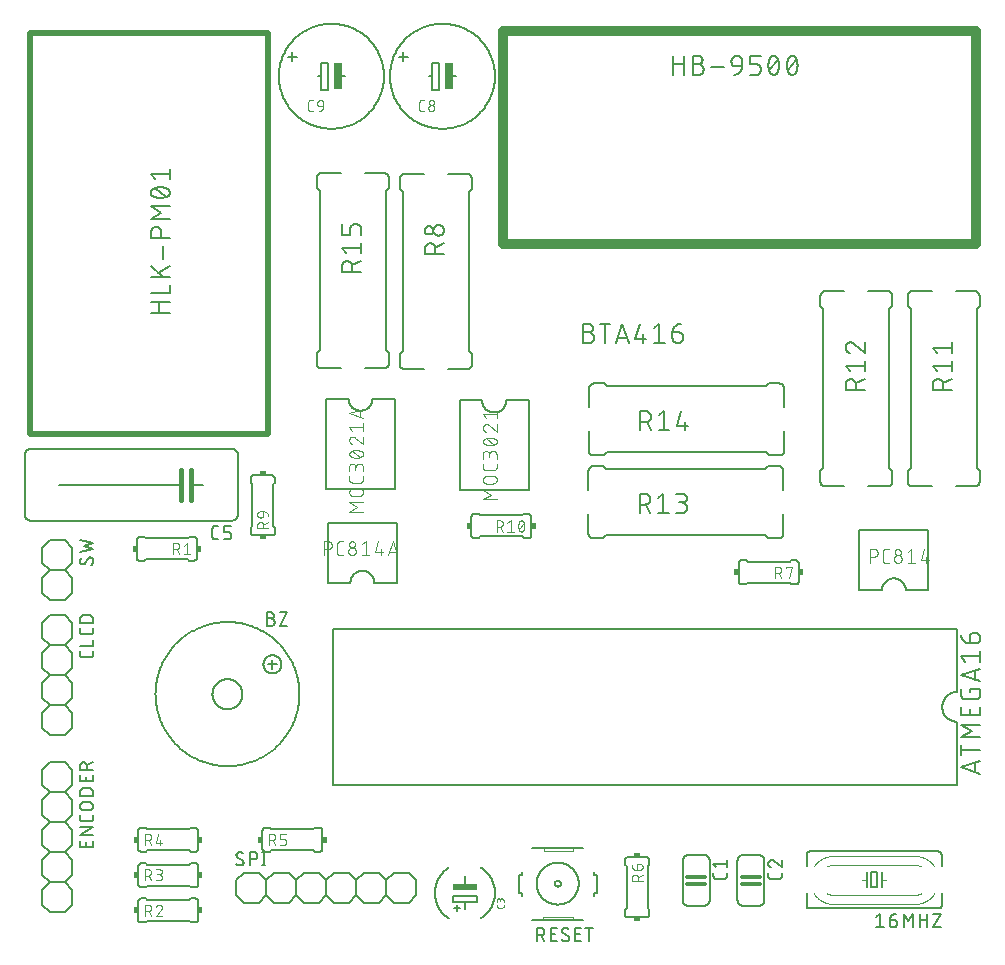
<source format=gbr>
G04 EAGLE Gerber X2 export*
%TF.Part,Single*%
%TF.FileFunction,Legend,Top,1*%
%TF.FilePolarity,Positive*%
%TF.GenerationSoftware,Autodesk,EAGLE,9.0.0*%
%TF.CreationDate,2019-09-24T12:48:38Z*%
G75*
%MOMM*%
%FSLAX34Y34*%
%LPD*%
%AMOC8*
5,1,8,0,0,1.08239X$1,22.5*%
G01*
%ADD10C,0.050800*%
%ADD11C,0.152400*%
%ADD12C,0.127000*%
%ADD13C,0.177800*%
%ADD14C,0.304800*%
%ADD15R,2.032000X0.508000*%
%ADD16C,0.406400*%
%ADD17R,0.635000X2.286000*%
%ADD18C,0.076200*%
%ADD19C,0.812800*%
%ADD20C,0.508000*%
%ADD21C,0.101600*%
%ADD22R,0.381000X0.508000*%
%ADD23R,0.508000X0.381000*%


D10*
X931690Y42279D02*
X932184Y42285D01*
X932678Y42303D01*
X933172Y42333D01*
X933665Y42375D01*
X934156Y42429D01*
X934646Y42495D01*
X935135Y42573D01*
X935621Y42663D01*
X936105Y42765D01*
X936586Y42878D01*
X937065Y43003D01*
X937540Y43139D01*
X938012Y43288D01*
X938480Y43447D01*
X938944Y43618D01*
X939403Y43800D01*
X939859Y43993D01*
X940309Y44198D01*
X940754Y44413D01*
X941194Y44639D01*
X941628Y44876D01*
X942056Y45123D01*
X942479Y45380D01*
X942894Y45648D01*
X943304Y45925D01*
X943706Y46213D01*
X944101Y46510D01*
X944489Y46817D01*
X944869Y47133D01*
X945242Y47458D01*
X945606Y47793D01*
X945962Y48136D01*
X946310Y48487D01*
X946649Y48847D01*
X946979Y49215D01*
X947300Y49591D01*
X947612Y49975D01*
X947915Y50366D01*
X948208Y50765D01*
X948491Y51170D01*
D11*
X954550Y51170D02*
X954550Y41010D01*
D10*
X863110Y42280D02*
X862616Y42286D01*
X862122Y42304D01*
X861628Y42334D01*
X861136Y42376D01*
X860644Y42430D01*
X860154Y42496D01*
X859666Y42574D01*
X859179Y42664D01*
X858696Y42765D01*
X858214Y42879D01*
X857736Y43004D01*
X857261Y43140D01*
X856789Y43288D01*
X856321Y43448D01*
X855857Y43619D01*
X855397Y43801D01*
X854942Y43994D01*
X854491Y44198D01*
X854046Y44413D01*
X853606Y44639D01*
X853172Y44876D01*
X852744Y45123D01*
X852322Y45380D01*
X851906Y45648D01*
X851497Y45926D01*
X851094Y46213D01*
X850699Y46510D01*
X850311Y46817D01*
X849931Y47133D01*
X849559Y47459D01*
X849194Y47793D01*
X848838Y48136D01*
X848490Y48487D01*
X848151Y48847D01*
X847821Y49215D01*
X847500Y49591D01*
X847188Y49975D01*
X846885Y50366D01*
X846593Y50765D01*
X846309Y51170D01*
D11*
X840250Y51170D02*
X840250Y41010D01*
D10*
X863110Y75300D02*
X931690Y75300D01*
X931690Y82920D02*
X863110Y82920D01*
X863110Y49900D02*
X931690Y49900D01*
D11*
X952010Y86730D02*
X842790Y86730D01*
X842690Y86728D01*
X842591Y86722D01*
X842491Y86712D01*
X842393Y86699D01*
X842294Y86681D01*
X842197Y86660D01*
X842101Y86635D01*
X842005Y86606D01*
X841911Y86573D01*
X841818Y86537D01*
X841727Y86497D01*
X841637Y86453D01*
X841549Y86406D01*
X841463Y86356D01*
X841379Y86302D01*
X841297Y86245D01*
X841218Y86185D01*
X841140Y86121D01*
X841066Y86055D01*
X840994Y85986D01*
X840925Y85914D01*
X840859Y85840D01*
X840795Y85762D01*
X840735Y85683D01*
X840678Y85601D01*
X840624Y85517D01*
X840574Y85431D01*
X840527Y85343D01*
X840483Y85253D01*
X840443Y85162D01*
X840407Y85069D01*
X840374Y84975D01*
X840345Y84879D01*
X840320Y84783D01*
X840299Y84686D01*
X840281Y84587D01*
X840268Y84489D01*
X840258Y84389D01*
X840252Y84290D01*
X840250Y84190D01*
X840250Y74030D01*
D10*
X857574Y74030D02*
X857847Y74158D01*
X858123Y74280D01*
X858402Y74395D01*
X858683Y74503D01*
X858967Y74605D01*
X859253Y74700D01*
X859541Y74788D01*
X859831Y74870D01*
X860124Y74944D01*
X860417Y75011D01*
X860713Y75072D01*
X861009Y75125D01*
X861307Y75171D01*
X861606Y75211D01*
X861906Y75243D01*
X862207Y75268D01*
X862507Y75286D01*
X862809Y75296D01*
X863110Y75300D01*
X857574Y51170D02*
X857847Y51042D01*
X858123Y50920D01*
X858402Y50805D01*
X858683Y50697D01*
X858967Y50595D01*
X859253Y50500D01*
X859541Y50412D01*
X859831Y50330D01*
X860124Y50256D01*
X860417Y50189D01*
X860713Y50128D01*
X861009Y50075D01*
X861307Y50029D01*
X861606Y49989D01*
X861906Y49957D01*
X862207Y49932D01*
X862507Y49914D01*
X862809Y49904D01*
X863110Y49900D01*
X846310Y74029D02*
X846593Y74434D01*
X846886Y74833D01*
X847188Y75224D01*
X847500Y75608D01*
X847821Y75984D01*
X848151Y76352D01*
X848490Y76712D01*
X848838Y77063D01*
X849194Y77406D01*
X849559Y77741D01*
X849931Y78066D01*
X850311Y78382D01*
X850699Y78689D01*
X851094Y78986D01*
X851497Y79274D01*
X851906Y79551D01*
X852321Y79819D01*
X852744Y80076D01*
X853172Y80323D01*
X853606Y80560D01*
X854046Y80786D01*
X854491Y81001D01*
X854941Y81205D01*
X855397Y81399D01*
X855856Y81581D01*
X856320Y81752D01*
X856788Y81911D01*
X857260Y82059D01*
X857735Y82196D01*
X858214Y82321D01*
X858695Y82434D01*
X859179Y82536D01*
X859665Y82626D01*
X860153Y82704D01*
X860643Y82770D01*
X861135Y82824D01*
X861628Y82866D01*
X862121Y82896D01*
X862615Y82914D01*
X863110Y82920D01*
X931690Y82920D02*
X932184Y82914D01*
X932678Y82896D01*
X933172Y82866D01*
X933664Y82824D01*
X934156Y82770D01*
X934646Y82704D01*
X935134Y82626D01*
X935621Y82536D01*
X936104Y82435D01*
X936586Y82321D01*
X937064Y82196D01*
X937539Y82060D01*
X938011Y81912D01*
X938479Y81752D01*
X938943Y81581D01*
X939403Y81399D01*
X939858Y81206D01*
X940309Y81002D01*
X940754Y80787D01*
X941194Y80561D01*
X941628Y80324D01*
X942056Y80077D01*
X942478Y79820D01*
X942894Y79552D01*
X943303Y79274D01*
X943706Y78987D01*
X944101Y78690D01*
X944489Y78383D01*
X944869Y78067D01*
X945241Y77741D01*
X945606Y77407D01*
X945962Y77064D01*
X946310Y76713D01*
X946649Y76353D01*
X946979Y75985D01*
X947300Y75609D01*
X947612Y75225D01*
X947915Y74834D01*
X948207Y74435D01*
X948491Y74030D01*
X937226Y74030D02*
X936953Y74158D01*
X936677Y74280D01*
X936398Y74395D01*
X936117Y74503D01*
X935833Y74605D01*
X935547Y74700D01*
X935259Y74788D01*
X934969Y74870D01*
X934676Y74944D01*
X934383Y75011D01*
X934087Y75072D01*
X933791Y75125D01*
X933493Y75171D01*
X933194Y75211D01*
X932894Y75243D01*
X932593Y75268D01*
X932293Y75286D01*
X931991Y75296D01*
X931690Y75300D01*
X937226Y51170D02*
X936953Y51042D01*
X936677Y50920D01*
X936398Y50805D01*
X936117Y50697D01*
X935833Y50595D01*
X935547Y50500D01*
X935259Y50412D01*
X934969Y50330D01*
X934676Y50256D01*
X934383Y50189D01*
X934087Y50128D01*
X933791Y50075D01*
X933493Y50029D01*
X933194Y49989D01*
X932894Y49957D01*
X932593Y49932D01*
X932293Y49914D01*
X931991Y49904D01*
X931690Y49900D01*
D11*
X954550Y74030D02*
X954550Y84190D01*
X954548Y84290D01*
X954542Y84389D01*
X954532Y84489D01*
X954519Y84587D01*
X954501Y84686D01*
X954480Y84783D01*
X954455Y84879D01*
X954426Y84975D01*
X954393Y85069D01*
X954357Y85162D01*
X954317Y85253D01*
X954273Y85343D01*
X954226Y85431D01*
X954176Y85517D01*
X954122Y85601D01*
X954065Y85683D01*
X954005Y85762D01*
X953941Y85840D01*
X953875Y85914D01*
X953806Y85986D01*
X953734Y86055D01*
X953660Y86121D01*
X953582Y86185D01*
X953503Y86245D01*
X953421Y86302D01*
X953337Y86356D01*
X953251Y86406D01*
X953163Y86453D01*
X953073Y86497D01*
X952982Y86537D01*
X952889Y86573D01*
X952795Y86606D01*
X952699Y86635D01*
X952603Y86660D01*
X952506Y86681D01*
X952407Y86699D01*
X952309Y86712D01*
X952209Y86722D01*
X952110Y86728D01*
X952010Y86730D01*
D10*
X931690Y42280D02*
X863110Y42280D01*
D11*
X842790Y38470D02*
X952010Y38470D01*
X842790Y38470D02*
X842690Y38472D01*
X842591Y38478D01*
X842491Y38488D01*
X842393Y38501D01*
X842294Y38519D01*
X842197Y38540D01*
X842101Y38565D01*
X842005Y38594D01*
X841911Y38627D01*
X841818Y38663D01*
X841727Y38703D01*
X841637Y38747D01*
X841549Y38794D01*
X841463Y38844D01*
X841379Y38898D01*
X841297Y38955D01*
X841218Y39015D01*
X841140Y39079D01*
X841066Y39145D01*
X840994Y39214D01*
X840925Y39286D01*
X840859Y39360D01*
X840795Y39438D01*
X840735Y39517D01*
X840678Y39599D01*
X840624Y39683D01*
X840574Y39769D01*
X840527Y39857D01*
X840483Y39947D01*
X840443Y40038D01*
X840407Y40131D01*
X840374Y40225D01*
X840345Y40321D01*
X840320Y40417D01*
X840299Y40514D01*
X840281Y40613D01*
X840268Y40711D01*
X840258Y40811D01*
X840252Y40910D01*
X840250Y41010D01*
X952010Y38470D02*
X952110Y38472D01*
X952209Y38478D01*
X952309Y38488D01*
X952407Y38501D01*
X952506Y38519D01*
X952603Y38540D01*
X952699Y38565D01*
X952795Y38594D01*
X952889Y38627D01*
X952982Y38663D01*
X953073Y38703D01*
X953163Y38747D01*
X953251Y38794D01*
X953337Y38844D01*
X953421Y38898D01*
X953503Y38955D01*
X953582Y39015D01*
X953660Y39079D01*
X953734Y39145D01*
X953806Y39214D01*
X953875Y39286D01*
X953941Y39360D01*
X954005Y39438D01*
X954065Y39517D01*
X954122Y39599D01*
X954176Y39683D01*
X954226Y39769D01*
X954273Y39857D01*
X954317Y39947D01*
X954357Y40038D01*
X954393Y40131D01*
X954426Y40225D01*
X954455Y40321D01*
X954480Y40417D01*
X954501Y40514D01*
X954519Y40613D01*
X954532Y40711D01*
X954542Y40811D01*
X954548Y40910D01*
X954550Y41010D01*
X899940Y56250D02*
X899940Y68950D01*
X894860Y68950D01*
X894860Y56250D01*
X899940Y56250D01*
X903750Y56250D02*
X903750Y62600D01*
X903750Y68950D01*
D10*
X903750Y62600D02*
X907560Y62600D01*
D11*
X891050Y62600D02*
X891050Y56250D01*
X891050Y62600D02*
X891050Y68950D01*
D10*
X891050Y62600D02*
X887240Y62600D01*
D12*
X902353Y34025D02*
X899178Y31485D01*
X902353Y34025D02*
X902353Y22595D01*
X899178Y22595D02*
X905528Y22595D01*
X910608Y28945D02*
X914418Y28945D01*
X914518Y28943D01*
X914617Y28937D01*
X914717Y28927D01*
X914815Y28914D01*
X914914Y28896D01*
X915011Y28875D01*
X915107Y28850D01*
X915203Y28821D01*
X915297Y28788D01*
X915390Y28752D01*
X915481Y28712D01*
X915571Y28668D01*
X915659Y28621D01*
X915745Y28571D01*
X915829Y28517D01*
X915911Y28460D01*
X915990Y28400D01*
X916068Y28336D01*
X916142Y28270D01*
X916214Y28201D01*
X916283Y28129D01*
X916349Y28055D01*
X916413Y27977D01*
X916473Y27898D01*
X916530Y27816D01*
X916584Y27732D01*
X916634Y27646D01*
X916681Y27558D01*
X916725Y27468D01*
X916765Y27377D01*
X916801Y27284D01*
X916834Y27190D01*
X916863Y27094D01*
X916888Y26998D01*
X916909Y26901D01*
X916927Y26802D01*
X916940Y26704D01*
X916950Y26604D01*
X916956Y26505D01*
X916958Y26405D01*
X916958Y25770D01*
X916956Y25659D01*
X916950Y25549D01*
X916941Y25438D01*
X916927Y25328D01*
X916910Y25219D01*
X916889Y25110D01*
X916864Y25002D01*
X916835Y24895D01*
X916803Y24789D01*
X916767Y24684D01*
X916727Y24581D01*
X916684Y24479D01*
X916637Y24378D01*
X916586Y24279D01*
X916533Y24182D01*
X916476Y24088D01*
X916415Y23995D01*
X916352Y23904D01*
X916285Y23815D01*
X916215Y23729D01*
X916142Y23646D01*
X916067Y23564D01*
X915989Y23486D01*
X915907Y23411D01*
X915824Y23338D01*
X915738Y23268D01*
X915649Y23201D01*
X915558Y23138D01*
X915465Y23077D01*
X915371Y23020D01*
X915274Y22967D01*
X915175Y22916D01*
X915074Y22869D01*
X914972Y22826D01*
X914869Y22786D01*
X914764Y22750D01*
X914658Y22718D01*
X914551Y22689D01*
X914443Y22664D01*
X914334Y22643D01*
X914225Y22626D01*
X914115Y22612D01*
X914004Y22603D01*
X913894Y22597D01*
X913783Y22595D01*
X913672Y22597D01*
X913562Y22603D01*
X913451Y22612D01*
X913341Y22626D01*
X913232Y22643D01*
X913123Y22664D01*
X913015Y22689D01*
X912908Y22718D01*
X912802Y22750D01*
X912697Y22786D01*
X912594Y22826D01*
X912492Y22869D01*
X912391Y22916D01*
X912292Y22967D01*
X912196Y23020D01*
X912101Y23077D01*
X912008Y23138D01*
X911917Y23201D01*
X911828Y23268D01*
X911742Y23338D01*
X911659Y23411D01*
X911577Y23486D01*
X911499Y23564D01*
X911424Y23646D01*
X911351Y23729D01*
X911281Y23815D01*
X911214Y23904D01*
X911151Y23995D01*
X911090Y24088D01*
X911033Y24183D01*
X910980Y24279D01*
X910929Y24378D01*
X910882Y24479D01*
X910839Y24581D01*
X910799Y24684D01*
X910763Y24789D01*
X910731Y24895D01*
X910702Y25002D01*
X910677Y25110D01*
X910656Y25219D01*
X910639Y25328D01*
X910625Y25438D01*
X910616Y25549D01*
X910610Y25659D01*
X910608Y25770D01*
X910608Y28945D01*
X910610Y29085D01*
X910616Y29225D01*
X910625Y29365D01*
X910639Y29504D01*
X910656Y29643D01*
X910677Y29781D01*
X910702Y29919D01*
X910731Y30056D01*
X910763Y30192D01*
X910800Y30327D01*
X910840Y30461D01*
X910883Y30594D01*
X910931Y30726D01*
X910981Y30857D01*
X911036Y30986D01*
X911094Y31113D01*
X911155Y31239D01*
X911220Y31363D01*
X911289Y31485D01*
X911360Y31605D01*
X911435Y31723D01*
X911513Y31840D01*
X911595Y31954D01*
X911679Y32065D01*
X911767Y32174D01*
X911857Y32281D01*
X911951Y32386D01*
X912047Y32487D01*
X912146Y32586D01*
X912247Y32682D01*
X912352Y32776D01*
X912459Y32866D01*
X912568Y32954D01*
X912679Y33038D01*
X912793Y33120D01*
X912910Y33198D01*
X913028Y33273D01*
X913148Y33344D01*
X913270Y33413D01*
X913394Y33478D01*
X913520Y33539D01*
X913647Y33597D01*
X913776Y33652D01*
X913907Y33702D01*
X914039Y33750D01*
X914172Y33793D01*
X914306Y33833D01*
X914441Y33870D01*
X914577Y33902D01*
X914714Y33931D01*
X914852Y33956D01*
X914990Y33977D01*
X915129Y33994D01*
X915268Y34008D01*
X915408Y34017D01*
X915548Y34023D01*
X915688Y34025D01*
X922546Y34025D02*
X922546Y22595D01*
X926356Y27675D02*
X922546Y34025D01*
X926356Y27675D02*
X930166Y34025D01*
X930166Y22595D01*
X936135Y22595D02*
X936135Y34025D01*
X936135Y28945D02*
X942485Y28945D01*
X942485Y34025D02*
X942485Y22595D01*
X947565Y34025D02*
X953915Y34025D01*
X947565Y22595D01*
X953915Y22595D01*
D11*
X967860Y222000D02*
X967860Y275340D01*
X967860Y222000D02*
X967551Y221996D01*
X967242Y221985D01*
X966933Y221966D01*
X966625Y221940D01*
X966317Y221906D01*
X966011Y221865D01*
X965705Y221816D01*
X965401Y221760D01*
X965099Y221696D01*
X964798Y221625D01*
X964498Y221547D01*
X964201Y221462D01*
X963906Y221369D01*
X963613Y221269D01*
X963323Y221162D01*
X963036Y221048D01*
X962751Y220927D01*
X962469Y220799D01*
X962191Y220665D01*
X961916Y220523D01*
X961644Y220375D01*
X961377Y220220D01*
X961113Y220059D01*
X960853Y219892D01*
X960597Y219718D01*
X960345Y219538D01*
X960098Y219352D01*
X959856Y219160D01*
X959618Y218962D01*
X959385Y218759D01*
X959157Y218549D01*
X958935Y218335D01*
X958717Y218115D01*
X958505Y217889D01*
X958299Y217659D01*
X958098Y217424D01*
X957903Y217184D01*
X957714Y216939D01*
X957531Y216690D01*
X957354Y216436D01*
X957184Y216178D01*
X957019Y215916D01*
X956861Y215650D01*
X956710Y215380D01*
X956565Y215107D01*
X956427Y214830D01*
X956296Y214550D01*
X956172Y214267D01*
X956054Y213981D01*
X955944Y213692D01*
X955840Y213401D01*
X955744Y213107D01*
X955655Y212811D01*
X955573Y212512D01*
X955498Y212212D01*
X955431Y211910D01*
X955371Y211607D01*
X955319Y211302D01*
X955274Y210996D01*
X955236Y210689D01*
X955206Y210381D01*
X955184Y210073D01*
X955168Y209764D01*
X955161Y209455D01*
X955161Y209145D01*
X955168Y208836D01*
X955184Y208527D01*
X955206Y208219D01*
X955236Y207911D01*
X955274Y207604D01*
X955319Y207298D01*
X955371Y206993D01*
X955431Y206690D01*
X955498Y206388D01*
X955573Y206088D01*
X955655Y205789D01*
X955744Y205493D01*
X955840Y205199D01*
X955944Y204908D01*
X956054Y204619D01*
X956172Y204333D01*
X956296Y204050D01*
X956427Y203770D01*
X956565Y203493D01*
X956710Y203220D01*
X956861Y202950D01*
X957019Y202684D01*
X957184Y202422D01*
X957354Y202164D01*
X957531Y201910D01*
X957714Y201661D01*
X957903Y201416D01*
X958098Y201176D01*
X958299Y200941D01*
X958505Y200711D01*
X958717Y200485D01*
X958935Y200265D01*
X959157Y200051D01*
X959385Y199841D01*
X959618Y199638D01*
X959856Y199440D01*
X960098Y199248D01*
X960345Y199062D01*
X960597Y198882D01*
X960853Y198708D01*
X961113Y198541D01*
X961377Y198380D01*
X961644Y198225D01*
X961916Y198077D01*
X962191Y197935D01*
X962469Y197801D01*
X962751Y197673D01*
X963036Y197552D01*
X963323Y197438D01*
X963613Y197331D01*
X963906Y197231D01*
X964201Y197138D01*
X964498Y197053D01*
X964798Y196975D01*
X965099Y196904D01*
X965401Y196840D01*
X965705Y196784D01*
X966011Y196735D01*
X966317Y196694D01*
X966625Y196660D01*
X966933Y196634D01*
X967242Y196615D01*
X967551Y196604D01*
X967860Y196600D01*
X439540Y143260D02*
X439540Y275340D01*
X967860Y196600D02*
X967860Y143260D01*
X439540Y143260D01*
X439540Y275340D02*
X967860Y275340D01*
D13*
X971289Y158047D02*
X987291Y152713D01*
X987291Y163381D02*
X971289Y158047D01*
X983291Y162048D02*
X983291Y154047D01*
X987291Y172636D02*
X971289Y172636D01*
X971289Y168191D02*
X971289Y177081D01*
X971289Y183455D02*
X987291Y183455D01*
X980179Y188789D02*
X971289Y183455D01*
X980179Y188789D02*
X971289Y194123D01*
X987291Y194123D01*
X987291Y202092D02*
X987291Y209204D01*
X987291Y202092D02*
X971289Y202092D01*
X971289Y209204D01*
X978401Y207426D02*
X978401Y202092D01*
X978401Y221829D02*
X978401Y224496D01*
X987291Y224496D01*
X987291Y219162D01*
X987289Y219046D01*
X987283Y218929D01*
X987274Y218813D01*
X987261Y218698D01*
X987244Y218583D01*
X987223Y218468D01*
X987198Y218355D01*
X987170Y218242D01*
X987138Y218130D01*
X987102Y218019D01*
X987063Y217909D01*
X987020Y217801D01*
X986974Y217694D01*
X986924Y217589D01*
X986871Y217486D01*
X986815Y217384D01*
X986755Y217284D01*
X986692Y217186D01*
X986625Y217091D01*
X986556Y216997D01*
X986484Y216906D01*
X986409Y216817D01*
X986330Y216731D01*
X986249Y216648D01*
X986166Y216567D01*
X986080Y216488D01*
X985991Y216413D01*
X985900Y216341D01*
X985806Y216272D01*
X985711Y216205D01*
X985613Y216142D01*
X985513Y216082D01*
X985411Y216026D01*
X985308Y215973D01*
X985203Y215923D01*
X985096Y215877D01*
X984988Y215834D01*
X984878Y215795D01*
X984767Y215759D01*
X984655Y215727D01*
X984542Y215699D01*
X984429Y215674D01*
X984314Y215653D01*
X984199Y215636D01*
X984084Y215623D01*
X983968Y215614D01*
X983851Y215608D01*
X983735Y215606D01*
X974845Y215606D01*
X974729Y215608D01*
X974612Y215614D01*
X974496Y215623D01*
X974381Y215636D01*
X974266Y215653D01*
X974151Y215674D01*
X974038Y215699D01*
X973925Y215727D01*
X973813Y215759D01*
X973702Y215795D01*
X973592Y215834D01*
X973484Y215877D01*
X973377Y215923D01*
X973272Y215973D01*
X973169Y216026D01*
X973067Y216082D01*
X972967Y216142D01*
X972869Y216205D01*
X972774Y216272D01*
X972680Y216341D01*
X972589Y216413D01*
X972500Y216488D01*
X972414Y216567D01*
X972331Y216648D01*
X972250Y216731D01*
X972171Y216817D01*
X972096Y216906D01*
X972024Y216997D01*
X971955Y217091D01*
X971888Y217186D01*
X971825Y217284D01*
X971765Y217384D01*
X971709Y217486D01*
X971656Y217589D01*
X971606Y217694D01*
X971560Y217801D01*
X971517Y217909D01*
X971478Y218019D01*
X971442Y218130D01*
X971410Y218242D01*
X971382Y218355D01*
X971357Y218468D01*
X971336Y218583D01*
X971319Y218698D01*
X971306Y218813D01*
X971297Y218929D01*
X971291Y219046D01*
X971289Y219162D01*
X971289Y224496D01*
X971289Y236204D02*
X987291Y230870D01*
X987291Y241538D02*
X971289Y236204D01*
X983291Y240204D02*
X983291Y232203D01*
X974845Y247390D02*
X971289Y251835D01*
X987291Y251835D01*
X987291Y247390D02*
X987291Y256280D01*
X978401Y263021D02*
X978401Y268355D01*
X978403Y268471D01*
X978409Y268588D01*
X978418Y268704D01*
X978431Y268819D01*
X978448Y268934D01*
X978469Y269049D01*
X978494Y269162D01*
X978522Y269275D01*
X978554Y269387D01*
X978590Y269498D01*
X978629Y269608D01*
X978672Y269716D01*
X978718Y269823D01*
X978768Y269928D01*
X978821Y270031D01*
X978877Y270133D01*
X978937Y270233D01*
X979000Y270331D01*
X979067Y270426D01*
X979136Y270520D01*
X979208Y270611D01*
X979283Y270700D01*
X979362Y270786D01*
X979443Y270869D01*
X979526Y270950D01*
X979612Y271029D01*
X979701Y271104D01*
X979792Y271176D01*
X979886Y271245D01*
X979981Y271312D01*
X980079Y271375D01*
X980179Y271435D01*
X980281Y271491D01*
X980384Y271544D01*
X980489Y271594D01*
X980596Y271640D01*
X980704Y271683D01*
X980814Y271722D01*
X980925Y271758D01*
X981037Y271790D01*
X981150Y271818D01*
X981263Y271843D01*
X981378Y271864D01*
X981493Y271881D01*
X981608Y271894D01*
X981724Y271903D01*
X981841Y271909D01*
X981957Y271911D01*
X982846Y271911D01*
X982978Y271909D01*
X983109Y271903D01*
X983241Y271893D01*
X983372Y271880D01*
X983502Y271862D01*
X983632Y271841D01*
X983762Y271816D01*
X983890Y271787D01*
X984018Y271754D01*
X984144Y271717D01*
X984270Y271677D01*
X984394Y271633D01*
X984517Y271585D01*
X984638Y271534D01*
X984758Y271479D01*
X984876Y271421D01*
X984992Y271359D01*
X985106Y271293D01*
X985219Y271225D01*
X985329Y271153D01*
X985437Y271078D01*
X985543Y270999D01*
X985647Y270918D01*
X985748Y270833D01*
X985846Y270746D01*
X985942Y270655D01*
X986035Y270562D01*
X986126Y270466D01*
X986213Y270368D01*
X986298Y270267D01*
X986379Y270163D01*
X986458Y270057D01*
X986533Y269949D01*
X986605Y269839D01*
X986673Y269726D01*
X986739Y269612D01*
X986801Y269496D01*
X986859Y269378D01*
X986914Y269258D01*
X986965Y269137D01*
X987013Y269014D01*
X987057Y268890D01*
X987097Y268764D01*
X987134Y268638D01*
X987167Y268510D01*
X987196Y268382D01*
X987221Y268252D01*
X987242Y268122D01*
X987260Y267992D01*
X987273Y267861D01*
X987283Y267729D01*
X987289Y267598D01*
X987291Y267466D01*
X987289Y267334D01*
X987283Y267203D01*
X987273Y267071D01*
X987260Y266940D01*
X987242Y266810D01*
X987221Y266680D01*
X987196Y266550D01*
X987167Y266422D01*
X987134Y266294D01*
X987097Y266168D01*
X987057Y266042D01*
X987013Y265918D01*
X986965Y265795D01*
X986914Y265674D01*
X986859Y265554D01*
X986801Y265436D01*
X986739Y265320D01*
X986673Y265206D01*
X986605Y265093D01*
X986533Y264983D01*
X986458Y264875D01*
X986379Y264769D01*
X986298Y264665D01*
X986213Y264564D01*
X986126Y264466D01*
X986035Y264370D01*
X985942Y264277D01*
X985846Y264186D01*
X985748Y264099D01*
X985647Y264014D01*
X985543Y263933D01*
X985437Y263854D01*
X985329Y263779D01*
X985219Y263707D01*
X985106Y263639D01*
X984992Y263573D01*
X984876Y263511D01*
X984758Y263453D01*
X984638Y263398D01*
X984517Y263347D01*
X984394Y263299D01*
X984270Y263255D01*
X984144Y263215D01*
X984018Y263178D01*
X983890Y263145D01*
X983762Y263116D01*
X983632Y263091D01*
X983502Y263070D01*
X983372Y263052D01*
X983241Y263039D01*
X983109Y263029D01*
X982978Y263023D01*
X982846Y263021D01*
X978401Y263021D01*
X978229Y263023D01*
X978057Y263029D01*
X977886Y263040D01*
X977715Y263054D01*
X977544Y263073D01*
X977373Y263096D01*
X977204Y263123D01*
X977035Y263153D01*
X976866Y263189D01*
X976699Y263228D01*
X976533Y263271D01*
X976367Y263318D01*
X976203Y263369D01*
X976040Y263424D01*
X975879Y263483D01*
X975719Y263546D01*
X975561Y263613D01*
X975404Y263683D01*
X975249Y263758D01*
X975096Y263836D01*
X974945Y263917D01*
X974796Y264003D01*
X974648Y264092D01*
X974504Y264184D01*
X974361Y264280D01*
X974221Y264379D01*
X974083Y264482D01*
X973948Y264588D01*
X973815Y264697D01*
X973685Y264810D01*
X973558Y264925D01*
X973433Y265044D01*
X973312Y265165D01*
X973193Y265290D01*
X973078Y265417D01*
X972965Y265547D01*
X972856Y265680D01*
X972750Y265815D01*
X972647Y265953D01*
X972548Y266093D01*
X972452Y266236D01*
X972360Y266380D01*
X972271Y266528D01*
X972185Y266677D01*
X972104Y266828D01*
X972026Y266981D01*
X971951Y267136D01*
X971881Y267293D01*
X971814Y267451D01*
X971751Y267611D01*
X971692Y267772D01*
X971637Y267935D01*
X971586Y268099D01*
X971539Y268265D01*
X971496Y268431D01*
X971457Y268598D01*
X971421Y268767D01*
X971391Y268936D01*
X971364Y269105D01*
X971341Y269276D01*
X971322Y269447D01*
X971308Y269618D01*
X971297Y269789D01*
X971291Y269961D01*
X971289Y270133D01*
D11*
X655878Y526393D02*
X651362Y526393D01*
X655878Y526394D02*
X656011Y526392D01*
X656143Y526386D01*
X656275Y526376D01*
X656407Y526363D01*
X656539Y526345D01*
X656669Y526324D01*
X656800Y526299D01*
X656929Y526270D01*
X657057Y526237D01*
X657185Y526201D01*
X657311Y526161D01*
X657436Y526117D01*
X657560Y526069D01*
X657682Y526018D01*
X657803Y525963D01*
X657922Y525905D01*
X658040Y525843D01*
X658155Y525778D01*
X658269Y525709D01*
X658380Y525638D01*
X658489Y525562D01*
X658596Y525484D01*
X658701Y525403D01*
X658803Y525318D01*
X658903Y525231D01*
X659000Y525141D01*
X659095Y525048D01*
X659186Y524952D01*
X659275Y524854D01*
X659361Y524753D01*
X659444Y524649D01*
X659524Y524543D01*
X659600Y524435D01*
X659674Y524325D01*
X659744Y524212D01*
X659811Y524098D01*
X659874Y523981D01*
X659934Y523863D01*
X659991Y523743D01*
X660044Y523621D01*
X660093Y523498D01*
X660139Y523374D01*
X660181Y523248D01*
X660219Y523121D01*
X660254Y522993D01*
X660285Y522864D01*
X660312Y522735D01*
X660335Y522604D01*
X660355Y522473D01*
X660370Y522341D01*
X660382Y522209D01*
X660390Y522077D01*
X660394Y521944D01*
X660394Y521812D01*
X660390Y521679D01*
X660382Y521547D01*
X660370Y521415D01*
X660355Y521283D01*
X660335Y521152D01*
X660312Y521021D01*
X660285Y520892D01*
X660254Y520763D01*
X660219Y520635D01*
X660181Y520508D01*
X660139Y520382D01*
X660093Y520258D01*
X660044Y520135D01*
X659991Y520013D01*
X659934Y519893D01*
X659874Y519775D01*
X659811Y519658D01*
X659744Y519544D01*
X659674Y519431D01*
X659600Y519321D01*
X659524Y519213D01*
X659444Y519107D01*
X659361Y519003D01*
X659275Y518902D01*
X659186Y518804D01*
X659095Y518708D01*
X659000Y518615D01*
X658903Y518525D01*
X658803Y518438D01*
X658701Y518353D01*
X658596Y518272D01*
X658489Y518194D01*
X658380Y518118D01*
X658269Y518047D01*
X658155Y517978D01*
X658040Y517913D01*
X657922Y517851D01*
X657803Y517793D01*
X657682Y517738D01*
X657560Y517687D01*
X657436Y517639D01*
X657311Y517595D01*
X657185Y517555D01*
X657057Y517519D01*
X656929Y517486D01*
X656800Y517457D01*
X656669Y517432D01*
X656539Y517411D01*
X656407Y517393D01*
X656275Y517380D01*
X656143Y517370D01*
X656011Y517364D01*
X655878Y517362D01*
X651362Y517362D01*
X651362Y533618D01*
X655878Y533618D01*
X655997Y533616D01*
X656117Y533610D01*
X656236Y533600D01*
X656354Y533586D01*
X656473Y533569D01*
X656590Y533547D01*
X656707Y533522D01*
X656822Y533492D01*
X656937Y533459D01*
X657051Y533422D01*
X657163Y533382D01*
X657274Y533337D01*
X657383Y533289D01*
X657491Y533238D01*
X657597Y533183D01*
X657701Y533124D01*
X657803Y533062D01*
X657903Y532997D01*
X658001Y532928D01*
X658097Y532856D01*
X658190Y532781D01*
X658280Y532704D01*
X658368Y532623D01*
X658453Y532539D01*
X658535Y532452D01*
X658615Y532363D01*
X658691Y532271D01*
X658765Y532177D01*
X658835Y532080D01*
X658902Y531982D01*
X658966Y531881D01*
X659026Y531777D01*
X659083Y531672D01*
X659136Y531565D01*
X659186Y531457D01*
X659232Y531347D01*
X659274Y531235D01*
X659313Y531122D01*
X659348Y531008D01*
X659379Y530893D01*
X659407Y530776D01*
X659430Y530659D01*
X659450Y530542D01*
X659466Y530423D01*
X659478Y530304D01*
X659486Y530185D01*
X659490Y530066D01*
X659490Y529946D01*
X659486Y529827D01*
X659478Y529708D01*
X659466Y529589D01*
X659450Y529470D01*
X659430Y529353D01*
X659407Y529236D01*
X659379Y529119D01*
X659348Y529004D01*
X659313Y528890D01*
X659274Y528777D01*
X659232Y528665D01*
X659186Y528555D01*
X659136Y528447D01*
X659083Y528340D01*
X659026Y528235D01*
X658966Y528131D01*
X658902Y528030D01*
X658835Y527932D01*
X658765Y527835D01*
X658691Y527741D01*
X658615Y527649D01*
X658535Y527560D01*
X658453Y527473D01*
X658368Y527389D01*
X658280Y527308D01*
X658190Y527231D01*
X658097Y527156D01*
X658001Y527084D01*
X657903Y527015D01*
X657803Y526950D01*
X657701Y526888D01*
X657597Y526829D01*
X657491Y526774D01*
X657383Y526723D01*
X657274Y526675D01*
X657163Y526630D01*
X657051Y526590D01*
X656937Y526553D01*
X656822Y526520D01*
X656707Y526490D01*
X656590Y526465D01*
X656473Y526443D01*
X656354Y526426D01*
X656236Y526412D01*
X656117Y526402D01*
X655997Y526396D01*
X655878Y526394D01*
X669735Y533618D02*
X669735Y517362D01*
X665219Y533618D02*
X674250Y533618D01*
X684324Y533618D02*
X678905Y517362D01*
X689743Y517362D02*
X684324Y533618D01*
X688388Y521426D02*
X680260Y521426D01*
X695440Y520974D02*
X699052Y533618D01*
X695440Y520974D02*
X704471Y520974D01*
X701761Y517362D02*
X701761Y524587D01*
X711071Y530006D02*
X715586Y533618D01*
X715586Y517362D01*
X711071Y517362D02*
X720102Y517362D01*
X726702Y526393D02*
X732121Y526393D01*
X732239Y526391D01*
X732357Y526385D01*
X732475Y526376D01*
X732592Y526362D01*
X732709Y526345D01*
X732826Y526324D01*
X732941Y526299D01*
X733056Y526270D01*
X733170Y526237D01*
X733282Y526201D01*
X733393Y526161D01*
X733503Y526118D01*
X733612Y526071D01*
X733719Y526021D01*
X733824Y525966D01*
X733927Y525909D01*
X734028Y525848D01*
X734128Y525784D01*
X734225Y525717D01*
X734320Y525647D01*
X734412Y525573D01*
X734503Y525497D01*
X734590Y525417D01*
X734675Y525335D01*
X734757Y525250D01*
X734837Y525163D01*
X734913Y525072D01*
X734987Y524980D01*
X735057Y524885D01*
X735124Y524788D01*
X735188Y524688D01*
X735249Y524587D01*
X735306Y524484D01*
X735361Y524379D01*
X735411Y524272D01*
X735458Y524163D01*
X735501Y524053D01*
X735541Y523942D01*
X735577Y523830D01*
X735610Y523716D01*
X735639Y523601D01*
X735664Y523486D01*
X735685Y523369D01*
X735702Y523252D01*
X735716Y523135D01*
X735725Y523017D01*
X735731Y522899D01*
X735733Y522781D01*
X735733Y521878D01*
X735734Y521878D02*
X735732Y521745D01*
X735726Y521613D01*
X735716Y521481D01*
X735703Y521349D01*
X735685Y521217D01*
X735664Y521087D01*
X735639Y520956D01*
X735610Y520827D01*
X735577Y520699D01*
X735541Y520571D01*
X735501Y520445D01*
X735457Y520320D01*
X735409Y520196D01*
X735358Y520074D01*
X735303Y519953D01*
X735245Y519834D01*
X735183Y519716D01*
X735118Y519601D01*
X735049Y519487D01*
X734978Y519376D01*
X734902Y519267D01*
X734824Y519160D01*
X734743Y519055D01*
X734658Y518953D01*
X734571Y518853D01*
X734481Y518756D01*
X734388Y518661D01*
X734292Y518570D01*
X734194Y518481D01*
X734093Y518395D01*
X733989Y518312D01*
X733883Y518232D01*
X733775Y518156D01*
X733665Y518082D01*
X733552Y518012D01*
X733438Y517945D01*
X733321Y517882D01*
X733203Y517822D01*
X733083Y517765D01*
X732961Y517712D01*
X732838Y517663D01*
X732714Y517617D01*
X732588Y517575D01*
X732461Y517537D01*
X732333Y517502D01*
X732204Y517471D01*
X732075Y517444D01*
X731944Y517421D01*
X731813Y517401D01*
X731681Y517386D01*
X731549Y517374D01*
X731417Y517366D01*
X731284Y517362D01*
X731152Y517362D01*
X731019Y517366D01*
X730887Y517374D01*
X730755Y517386D01*
X730623Y517401D01*
X730492Y517421D01*
X730361Y517444D01*
X730232Y517471D01*
X730103Y517502D01*
X729975Y517537D01*
X729848Y517575D01*
X729722Y517617D01*
X729598Y517663D01*
X729475Y517712D01*
X729353Y517765D01*
X729233Y517822D01*
X729115Y517882D01*
X728998Y517945D01*
X728884Y518012D01*
X728771Y518082D01*
X728661Y518156D01*
X728553Y518232D01*
X728447Y518312D01*
X728343Y518395D01*
X728242Y518481D01*
X728144Y518570D01*
X728048Y518661D01*
X727955Y518756D01*
X727865Y518853D01*
X727778Y518953D01*
X727693Y519055D01*
X727612Y519160D01*
X727534Y519267D01*
X727458Y519376D01*
X727387Y519487D01*
X727318Y519601D01*
X727253Y519716D01*
X727191Y519834D01*
X727133Y519953D01*
X727078Y520074D01*
X727027Y520196D01*
X726979Y520320D01*
X726935Y520445D01*
X726895Y520571D01*
X726859Y520699D01*
X726826Y520827D01*
X726797Y520956D01*
X726772Y521087D01*
X726751Y521217D01*
X726733Y521349D01*
X726720Y521481D01*
X726710Y521613D01*
X726704Y521745D01*
X726702Y521878D01*
X726702Y526393D01*
X726704Y526570D01*
X726711Y526748D01*
X726722Y526925D01*
X726737Y527101D01*
X726756Y527277D01*
X726780Y527453D01*
X726808Y527628D01*
X726841Y527803D01*
X726878Y527976D01*
X726919Y528149D01*
X726964Y528320D01*
X727013Y528490D01*
X727067Y528659D01*
X727124Y528827D01*
X727186Y528993D01*
X727252Y529158D01*
X727322Y529321D01*
X727396Y529482D01*
X727473Y529641D01*
X727555Y529799D01*
X727641Y529954D01*
X727730Y530107D01*
X727823Y530258D01*
X727920Y530407D01*
X728020Y530553D01*
X728124Y530697D01*
X728231Y530838D01*
X728342Y530976D01*
X728456Y531112D01*
X728574Y531245D01*
X728694Y531375D01*
X728818Y531502D01*
X728945Y531626D01*
X729075Y531746D01*
X729208Y531864D01*
X729343Y531978D01*
X729482Y532089D01*
X729623Y532196D01*
X729767Y532300D01*
X729913Y532400D01*
X730062Y532497D01*
X730213Y532590D01*
X730366Y532679D01*
X730521Y532765D01*
X730679Y532847D01*
X730838Y532924D01*
X730999Y532998D01*
X731162Y533068D01*
X731327Y533134D01*
X731493Y533196D01*
X731661Y533253D01*
X731830Y533307D01*
X732000Y533356D01*
X732171Y533401D01*
X732344Y533442D01*
X732517Y533479D01*
X732692Y533512D01*
X732867Y533540D01*
X733043Y533564D01*
X733219Y533583D01*
X733395Y533598D01*
X733572Y533609D01*
X733750Y533616D01*
X733927Y533618D01*
X740450Y83990D02*
X753150Y83990D01*
X753290Y83988D01*
X753430Y83982D01*
X753570Y83973D01*
X753709Y83959D01*
X753848Y83942D01*
X753986Y83921D01*
X754124Y83896D01*
X754261Y83867D01*
X754397Y83835D01*
X754532Y83798D01*
X754666Y83758D01*
X754799Y83715D01*
X754931Y83667D01*
X755062Y83617D01*
X755191Y83562D01*
X755318Y83504D01*
X755444Y83443D01*
X755568Y83378D01*
X755690Y83309D01*
X755810Y83238D01*
X755928Y83163D01*
X756045Y83085D01*
X756159Y83003D01*
X756270Y82919D01*
X756379Y82831D01*
X756486Y82741D01*
X756591Y82647D01*
X756692Y82551D01*
X756791Y82452D01*
X756887Y82351D01*
X756981Y82246D01*
X757071Y82139D01*
X757159Y82030D01*
X757243Y81919D01*
X757325Y81805D01*
X757403Y81688D01*
X757478Y81570D01*
X757549Y81450D01*
X757618Y81328D01*
X757683Y81204D01*
X757744Y81078D01*
X757802Y80951D01*
X757857Y80822D01*
X757907Y80691D01*
X757955Y80559D01*
X757998Y80426D01*
X758038Y80292D01*
X758075Y80157D01*
X758107Y80021D01*
X758136Y79884D01*
X758161Y79746D01*
X758182Y79608D01*
X758199Y79469D01*
X758213Y79330D01*
X758222Y79190D01*
X758228Y79050D01*
X758230Y78910D01*
X740450Y83990D02*
X740310Y83988D01*
X740170Y83982D01*
X740030Y83973D01*
X739891Y83959D01*
X739752Y83942D01*
X739614Y83921D01*
X739476Y83896D01*
X739339Y83867D01*
X739203Y83835D01*
X739068Y83798D01*
X738934Y83758D01*
X738801Y83715D01*
X738669Y83667D01*
X738538Y83617D01*
X738409Y83562D01*
X738282Y83504D01*
X738156Y83443D01*
X738032Y83378D01*
X737910Y83309D01*
X737790Y83238D01*
X737672Y83163D01*
X737555Y83085D01*
X737441Y83003D01*
X737330Y82919D01*
X737221Y82831D01*
X737114Y82741D01*
X737009Y82647D01*
X736908Y82551D01*
X736809Y82452D01*
X736713Y82351D01*
X736619Y82246D01*
X736529Y82139D01*
X736441Y82030D01*
X736357Y81919D01*
X736275Y81805D01*
X736197Y81688D01*
X736122Y81570D01*
X736051Y81450D01*
X735982Y81328D01*
X735917Y81204D01*
X735856Y81078D01*
X735798Y80951D01*
X735743Y80822D01*
X735693Y80691D01*
X735645Y80559D01*
X735602Y80426D01*
X735562Y80292D01*
X735525Y80157D01*
X735493Y80021D01*
X735464Y79884D01*
X735439Y79746D01*
X735418Y79608D01*
X735401Y79469D01*
X735387Y79330D01*
X735378Y79190D01*
X735372Y79050D01*
X735370Y78910D01*
X758230Y78910D02*
X758230Y45890D01*
X753150Y40810D02*
X740450Y40810D01*
X735370Y45890D02*
X735370Y78910D01*
X758230Y45890D02*
X758228Y45750D01*
X758222Y45610D01*
X758213Y45470D01*
X758199Y45331D01*
X758182Y45192D01*
X758161Y45054D01*
X758136Y44916D01*
X758107Y44779D01*
X758075Y44643D01*
X758038Y44508D01*
X757998Y44374D01*
X757955Y44241D01*
X757907Y44109D01*
X757857Y43978D01*
X757802Y43849D01*
X757744Y43722D01*
X757683Y43596D01*
X757618Y43472D01*
X757549Y43350D01*
X757478Y43230D01*
X757403Y43112D01*
X757325Y42995D01*
X757243Y42881D01*
X757159Y42770D01*
X757071Y42661D01*
X756981Y42554D01*
X756887Y42449D01*
X756791Y42348D01*
X756692Y42249D01*
X756591Y42153D01*
X756486Y42059D01*
X756379Y41969D01*
X756270Y41881D01*
X756159Y41797D01*
X756045Y41715D01*
X755928Y41637D01*
X755810Y41562D01*
X755690Y41491D01*
X755568Y41422D01*
X755444Y41357D01*
X755318Y41296D01*
X755191Y41238D01*
X755062Y41183D01*
X754931Y41133D01*
X754799Y41085D01*
X754666Y41042D01*
X754532Y41002D01*
X754397Y40965D01*
X754261Y40933D01*
X754124Y40904D01*
X753986Y40879D01*
X753848Y40858D01*
X753709Y40841D01*
X753570Y40827D01*
X753430Y40818D01*
X753290Y40812D01*
X753150Y40810D01*
X740450Y40810D02*
X740310Y40812D01*
X740170Y40818D01*
X740030Y40827D01*
X739891Y40841D01*
X739752Y40858D01*
X739614Y40879D01*
X739476Y40904D01*
X739339Y40933D01*
X739203Y40965D01*
X739068Y41002D01*
X738934Y41042D01*
X738801Y41085D01*
X738669Y41133D01*
X738538Y41183D01*
X738409Y41238D01*
X738282Y41296D01*
X738156Y41357D01*
X738032Y41422D01*
X737910Y41491D01*
X737790Y41562D01*
X737672Y41637D01*
X737555Y41715D01*
X737441Y41797D01*
X737330Y41881D01*
X737221Y41969D01*
X737114Y42059D01*
X737009Y42153D01*
X736908Y42249D01*
X736809Y42348D01*
X736713Y42449D01*
X736619Y42554D01*
X736529Y42661D01*
X736441Y42770D01*
X736357Y42881D01*
X736275Y42995D01*
X736197Y43112D01*
X736122Y43230D01*
X736051Y43350D01*
X735982Y43472D01*
X735917Y43596D01*
X735856Y43722D01*
X735798Y43849D01*
X735743Y43978D01*
X735693Y44109D01*
X735645Y44241D01*
X735602Y44374D01*
X735562Y44508D01*
X735525Y44643D01*
X735493Y44779D01*
X735464Y44916D01*
X735439Y45054D01*
X735418Y45192D01*
X735401Y45331D01*
X735387Y45470D01*
X735378Y45610D01*
X735372Y45750D01*
X735370Y45890D01*
D14*
X739180Y65448D02*
X754420Y65448D01*
X754420Y59098D02*
X739180Y59098D01*
D12*
X772835Y66173D02*
X772835Y68713D01*
X772835Y66173D02*
X772833Y66073D01*
X772827Y65974D01*
X772817Y65874D01*
X772804Y65776D01*
X772786Y65677D01*
X772765Y65580D01*
X772740Y65484D01*
X772711Y65388D01*
X772678Y65294D01*
X772642Y65201D01*
X772602Y65110D01*
X772558Y65020D01*
X772511Y64932D01*
X772461Y64846D01*
X772407Y64762D01*
X772350Y64680D01*
X772290Y64601D01*
X772226Y64523D01*
X772160Y64449D01*
X772091Y64377D01*
X772019Y64308D01*
X771945Y64242D01*
X771867Y64178D01*
X771788Y64118D01*
X771706Y64061D01*
X771622Y64007D01*
X771536Y63957D01*
X771448Y63910D01*
X771358Y63866D01*
X771267Y63826D01*
X771174Y63790D01*
X771080Y63757D01*
X770984Y63728D01*
X770888Y63703D01*
X770791Y63682D01*
X770692Y63664D01*
X770594Y63651D01*
X770494Y63641D01*
X770395Y63635D01*
X770295Y63633D01*
X763945Y63633D01*
X763845Y63635D01*
X763746Y63641D01*
X763646Y63651D01*
X763548Y63664D01*
X763449Y63682D01*
X763352Y63703D01*
X763256Y63728D01*
X763160Y63757D01*
X763066Y63790D01*
X762973Y63826D01*
X762882Y63866D01*
X762792Y63910D01*
X762704Y63957D01*
X762618Y64007D01*
X762534Y64061D01*
X762452Y64118D01*
X762373Y64178D01*
X762295Y64242D01*
X762221Y64308D01*
X762149Y64377D01*
X762080Y64449D01*
X762014Y64523D01*
X761950Y64601D01*
X761890Y64680D01*
X761833Y64762D01*
X761779Y64846D01*
X761729Y64932D01*
X761682Y65020D01*
X761638Y65110D01*
X761598Y65201D01*
X761562Y65294D01*
X761529Y65388D01*
X761500Y65484D01*
X761475Y65580D01*
X761454Y65677D01*
X761436Y65776D01*
X761423Y65874D01*
X761413Y65974D01*
X761407Y66073D01*
X761405Y66173D01*
X761405Y68713D01*
X763945Y73195D02*
X761405Y76370D01*
X772835Y76370D01*
X772835Y73195D02*
X772835Y79545D01*
D11*
X786850Y83990D02*
X799550Y83990D01*
X799690Y83988D01*
X799830Y83982D01*
X799970Y83973D01*
X800109Y83959D01*
X800248Y83942D01*
X800386Y83921D01*
X800524Y83896D01*
X800661Y83867D01*
X800797Y83835D01*
X800932Y83798D01*
X801066Y83758D01*
X801199Y83715D01*
X801331Y83667D01*
X801462Y83617D01*
X801591Y83562D01*
X801718Y83504D01*
X801844Y83443D01*
X801968Y83378D01*
X802090Y83309D01*
X802210Y83238D01*
X802328Y83163D01*
X802445Y83085D01*
X802559Y83003D01*
X802670Y82919D01*
X802779Y82831D01*
X802886Y82741D01*
X802991Y82647D01*
X803092Y82551D01*
X803191Y82452D01*
X803287Y82351D01*
X803381Y82246D01*
X803471Y82139D01*
X803559Y82030D01*
X803643Y81919D01*
X803725Y81805D01*
X803803Y81688D01*
X803878Y81570D01*
X803949Y81450D01*
X804018Y81328D01*
X804083Y81204D01*
X804144Y81078D01*
X804202Y80951D01*
X804257Y80822D01*
X804307Y80691D01*
X804355Y80559D01*
X804398Y80426D01*
X804438Y80292D01*
X804475Y80157D01*
X804507Y80021D01*
X804536Y79884D01*
X804561Y79746D01*
X804582Y79608D01*
X804599Y79469D01*
X804613Y79330D01*
X804622Y79190D01*
X804628Y79050D01*
X804630Y78910D01*
X786850Y83990D02*
X786710Y83988D01*
X786570Y83982D01*
X786430Y83973D01*
X786291Y83959D01*
X786152Y83942D01*
X786014Y83921D01*
X785876Y83896D01*
X785739Y83867D01*
X785603Y83835D01*
X785468Y83798D01*
X785334Y83758D01*
X785201Y83715D01*
X785069Y83667D01*
X784938Y83617D01*
X784809Y83562D01*
X784682Y83504D01*
X784556Y83443D01*
X784432Y83378D01*
X784310Y83309D01*
X784190Y83238D01*
X784072Y83163D01*
X783955Y83085D01*
X783841Y83003D01*
X783730Y82919D01*
X783621Y82831D01*
X783514Y82741D01*
X783409Y82647D01*
X783308Y82551D01*
X783209Y82452D01*
X783113Y82351D01*
X783019Y82246D01*
X782929Y82139D01*
X782841Y82030D01*
X782757Y81919D01*
X782675Y81805D01*
X782597Y81688D01*
X782522Y81570D01*
X782451Y81450D01*
X782382Y81328D01*
X782317Y81204D01*
X782256Y81078D01*
X782198Y80951D01*
X782143Y80822D01*
X782093Y80691D01*
X782045Y80559D01*
X782002Y80426D01*
X781962Y80292D01*
X781925Y80157D01*
X781893Y80021D01*
X781864Y79884D01*
X781839Y79746D01*
X781818Y79608D01*
X781801Y79469D01*
X781787Y79330D01*
X781778Y79190D01*
X781772Y79050D01*
X781770Y78910D01*
X804630Y78910D02*
X804630Y45890D01*
X799550Y40810D02*
X786850Y40810D01*
X781770Y45890D02*
X781770Y78910D01*
X804630Y45890D02*
X804628Y45750D01*
X804622Y45610D01*
X804613Y45470D01*
X804599Y45331D01*
X804582Y45192D01*
X804561Y45054D01*
X804536Y44916D01*
X804507Y44779D01*
X804475Y44643D01*
X804438Y44508D01*
X804398Y44374D01*
X804355Y44241D01*
X804307Y44109D01*
X804257Y43978D01*
X804202Y43849D01*
X804144Y43722D01*
X804083Y43596D01*
X804018Y43472D01*
X803949Y43350D01*
X803878Y43230D01*
X803803Y43112D01*
X803725Y42995D01*
X803643Y42881D01*
X803559Y42770D01*
X803471Y42661D01*
X803381Y42554D01*
X803287Y42449D01*
X803191Y42348D01*
X803092Y42249D01*
X802991Y42153D01*
X802886Y42059D01*
X802779Y41969D01*
X802670Y41881D01*
X802559Y41797D01*
X802445Y41715D01*
X802328Y41637D01*
X802210Y41562D01*
X802090Y41491D01*
X801968Y41422D01*
X801844Y41357D01*
X801718Y41296D01*
X801591Y41238D01*
X801462Y41183D01*
X801331Y41133D01*
X801199Y41085D01*
X801066Y41042D01*
X800932Y41002D01*
X800797Y40965D01*
X800661Y40933D01*
X800524Y40904D01*
X800386Y40879D01*
X800248Y40858D01*
X800109Y40841D01*
X799970Y40827D01*
X799830Y40818D01*
X799690Y40812D01*
X799550Y40810D01*
X786850Y40810D02*
X786710Y40812D01*
X786570Y40818D01*
X786430Y40827D01*
X786291Y40841D01*
X786152Y40858D01*
X786014Y40879D01*
X785876Y40904D01*
X785739Y40933D01*
X785603Y40965D01*
X785468Y41002D01*
X785334Y41042D01*
X785201Y41085D01*
X785069Y41133D01*
X784938Y41183D01*
X784809Y41238D01*
X784682Y41296D01*
X784556Y41357D01*
X784432Y41422D01*
X784310Y41491D01*
X784190Y41562D01*
X784072Y41637D01*
X783955Y41715D01*
X783841Y41797D01*
X783730Y41881D01*
X783621Y41969D01*
X783514Y42059D01*
X783409Y42153D01*
X783308Y42249D01*
X783209Y42348D01*
X783113Y42449D01*
X783019Y42554D01*
X782929Y42661D01*
X782841Y42770D01*
X782757Y42881D01*
X782675Y42995D01*
X782597Y43112D01*
X782522Y43230D01*
X782451Y43350D01*
X782382Y43472D01*
X782317Y43596D01*
X782256Y43722D01*
X782198Y43849D01*
X782143Y43978D01*
X782093Y44109D01*
X782045Y44241D01*
X782002Y44374D01*
X781962Y44508D01*
X781925Y44643D01*
X781893Y44779D01*
X781864Y44916D01*
X781839Y45054D01*
X781818Y45192D01*
X781801Y45331D01*
X781787Y45470D01*
X781778Y45610D01*
X781772Y45750D01*
X781770Y45890D01*
D14*
X785580Y65448D02*
X800820Y65448D01*
X800820Y59098D02*
X785580Y59098D01*
D12*
X819235Y66173D02*
X819235Y68713D01*
X819235Y66173D02*
X819233Y66073D01*
X819227Y65974D01*
X819217Y65874D01*
X819204Y65776D01*
X819186Y65677D01*
X819165Y65580D01*
X819140Y65484D01*
X819111Y65388D01*
X819078Y65294D01*
X819042Y65201D01*
X819002Y65110D01*
X818958Y65020D01*
X818911Y64932D01*
X818861Y64846D01*
X818807Y64762D01*
X818750Y64680D01*
X818690Y64601D01*
X818626Y64523D01*
X818560Y64449D01*
X818491Y64377D01*
X818419Y64308D01*
X818345Y64242D01*
X818267Y64178D01*
X818188Y64118D01*
X818106Y64061D01*
X818022Y64007D01*
X817936Y63957D01*
X817848Y63910D01*
X817758Y63866D01*
X817667Y63826D01*
X817574Y63790D01*
X817480Y63757D01*
X817384Y63728D01*
X817288Y63703D01*
X817191Y63682D01*
X817092Y63664D01*
X816994Y63651D01*
X816894Y63641D01*
X816795Y63635D01*
X816695Y63633D01*
X810345Y63633D01*
X810245Y63635D01*
X810146Y63641D01*
X810046Y63651D01*
X809948Y63664D01*
X809849Y63682D01*
X809752Y63703D01*
X809656Y63728D01*
X809560Y63757D01*
X809466Y63790D01*
X809373Y63826D01*
X809282Y63866D01*
X809192Y63910D01*
X809104Y63957D01*
X809018Y64007D01*
X808934Y64061D01*
X808852Y64118D01*
X808773Y64178D01*
X808695Y64242D01*
X808621Y64308D01*
X808549Y64377D01*
X808480Y64449D01*
X808414Y64523D01*
X808350Y64601D01*
X808290Y64680D01*
X808233Y64762D01*
X808179Y64846D01*
X808129Y64932D01*
X808082Y65020D01*
X808038Y65110D01*
X807998Y65201D01*
X807962Y65294D01*
X807929Y65388D01*
X807900Y65484D01*
X807875Y65580D01*
X807854Y65677D01*
X807836Y65776D01*
X807823Y65874D01*
X807813Y65974D01*
X807807Y66073D01*
X807805Y66173D01*
X807805Y68713D01*
X807805Y76688D02*
X807807Y76792D01*
X807813Y76897D01*
X807822Y77001D01*
X807835Y77104D01*
X807853Y77207D01*
X807873Y77309D01*
X807898Y77411D01*
X807926Y77511D01*
X807958Y77611D01*
X807994Y77709D01*
X808033Y77806D01*
X808075Y77901D01*
X808121Y77995D01*
X808171Y78087D01*
X808223Y78177D01*
X808279Y78265D01*
X808339Y78351D01*
X808401Y78435D01*
X808466Y78516D01*
X808534Y78595D01*
X808606Y78672D01*
X808679Y78745D01*
X808756Y78817D01*
X808835Y78885D01*
X808916Y78950D01*
X809000Y79012D01*
X809086Y79072D01*
X809174Y79128D01*
X809264Y79180D01*
X809356Y79230D01*
X809450Y79276D01*
X809545Y79318D01*
X809642Y79357D01*
X809740Y79393D01*
X809840Y79425D01*
X809940Y79453D01*
X810042Y79478D01*
X810144Y79498D01*
X810247Y79516D01*
X810350Y79529D01*
X810454Y79538D01*
X810559Y79544D01*
X810663Y79546D01*
X807805Y76688D02*
X807807Y76570D01*
X807813Y76451D01*
X807822Y76333D01*
X807835Y76216D01*
X807853Y76099D01*
X807873Y75982D01*
X807898Y75866D01*
X807926Y75751D01*
X807959Y75638D01*
X807994Y75525D01*
X808034Y75413D01*
X808076Y75303D01*
X808123Y75194D01*
X808173Y75086D01*
X808226Y74981D01*
X808283Y74877D01*
X808343Y74775D01*
X808406Y74675D01*
X808473Y74577D01*
X808542Y74481D01*
X808615Y74388D01*
X808691Y74297D01*
X808769Y74208D01*
X808851Y74122D01*
X808935Y74039D01*
X809021Y73958D01*
X809111Y73881D01*
X809202Y73806D01*
X809296Y73734D01*
X809393Y73665D01*
X809491Y73600D01*
X809592Y73537D01*
X809695Y73478D01*
X809799Y73422D01*
X809905Y73370D01*
X810013Y73321D01*
X810122Y73276D01*
X810233Y73234D01*
X810345Y73196D01*
X812885Y78593D02*
X812810Y78669D01*
X812731Y78744D01*
X812650Y78815D01*
X812566Y78884D01*
X812480Y78949D01*
X812392Y79011D01*
X812302Y79071D01*
X812210Y79127D01*
X812115Y79180D01*
X812019Y79229D01*
X811921Y79275D01*
X811822Y79318D01*
X811721Y79357D01*
X811619Y79392D01*
X811516Y79424D01*
X811412Y79452D01*
X811307Y79477D01*
X811200Y79498D01*
X811094Y79515D01*
X810987Y79528D01*
X810879Y79537D01*
X810771Y79543D01*
X810663Y79545D01*
X812885Y78593D02*
X819235Y73195D01*
X819235Y79545D01*
D11*
X537568Y73257D02*
X537046Y72922D01*
X536532Y72575D01*
X536026Y72216D01*
X535530Y71844D01*
X535042Y71460D01*
X534564Y71064D01*
X534096Y70657D01*
X533639Y70239D01*
X533191Y69809D01*
X532754Y69369D01*
X532328Y68918D01*
X531913Y68457D01*
X531510Y67986D01*
X531118Y67505D01*
X530738Y67015D01*
X530370Y66515D01*
X530014Y66007D01*
X529671Y65490D01*
X529340Y64965D01*
X529023Y64433D01*
X528719Y63892D01*
X528427Y63344D01*
X528150Y62790D01*
X527886Y62228D01*
X527636Y61661D01*
X527399Y61087D01*
X527177Y60508D01*
X526969Y59924D01*
X526775Y59334D01*
X526596Y58740D01*
X526432Y58142D01*
X526282Y57540D01*
X526146Y56935D01*
X526026Y56326D01*
X525920Y55715D01*
X525830Y55102D01*
X525754Y54486D01*
X525694Y53869D01*
X525648Y53250D01*
X525618Y52630D01*
X525603Y52010D01*
X525603Y51390D01*
X525618Y50770D01*
X525648Y50150D01*
X525694Y49531D01*
X525754Y48914D01*
X525830Y48298D01*
X525920Y47685D01*
X526026Y47074D01*
X526146Y46465D01*
X526282Y45860D01*
X526432Y45258D01*
X526596Y44660D01*
X526775Y44066D01*
X526969Y43476D01*
X527177Y42892D01*
X527399Y42313D01*
X527636Y41739D01*
X527886Y41172D01*
X528150Y40610D01*
X528427Y40056D01*
X528719Y39508D01*
X529023Y38967D01*
X529340Y38435D01*
X529671Y37910D01*
X530014Y37393D01*
X530370Y36885D01*
X530738Y36385D01*
X531118Y35895D01*
X531510Y35414D01*
X531913Y34943D01*
X532328Y34482D01*
X532754Y34031D01*
X533191Y33591D01*
X533639Y33161D01*
X534096Y32743D01*
X534564Y32336D01*
X535042Y31940D01*
X535530Y31556D01*
X536026Y31184D01*
X536532Y30825D01*
X537046Y30478D01*
X537568Y30143D01*
X564432Y30143D02*
X564954Y30478D01*
X565468Y30825D01*
X565974Y31184D01*
X566470Y31556D01*
X566958Y31940D01*
X567436Y32336D01*
X567904Y32743D01*
X568361Y33161D01*
X568809Y33591D01*
X569246Y34031D01*
X569672Y34482D01*
X570087Y34943D01*
X570490Y35414D01*
X570882Y35895D01*
X571262Y36385D01*
X571630Y36885D01*
X571986Y37393D01*
X572329Y37910D01*
X572660Y38435D01*
X572977Y38967D01*
X573281Y39508D01*
X573573Y40056D01*
X573850Y40610D01*
X574114Y41172D01*
X574364Y41739D01*
X574601Y42313D01*
X574823Y42892D01*
X575031Y43476D01*
X575225Y44066D01*
X575404Y44660D01*
X575568Y45258D01*
X575718Y45860D01*
X575854Y46465D01*
X575974Y47074D01*
X576080Y47685D01*
X576170Y48298D01*
X576246Y48914D01*
X576306Y49531D01*
X576352Y50150D01*
X576382Y50770D01*
X576397Y51390D01*
X576397Y52010D01*
X576382Y52630D01*
X576352Y53250D01*
X576306Y53869D01*
X576246Y54486D01*
X576170Y55102D01*
X576080Y55715D01*
X575974Y56326D01*
X575854Y56935D01*
X575718Y57540D01*
X575568Y58142D01*
X575404Y58740D01*
X575225Y59334D01*
X575031Y59924D01*
X574823Y60508D01*
X574601Y61087D01*
X574364Y61661D01*
X574114Y62228D01*
X573850Y62790D01*
X573573Y63344D01*
X573281Y63892D01*
X572977Y64433D01*
X572660Y64965D01*
X572329Y65490D01*
X571986Y66007D01*
X571630Y66515D01*
X571262Y67015D01*
X570882Y67505D01*
X570490Y67986D01*
X570087Y68457D01*
X569672Y68918D01*
X569246Y69369D01*
X568809Y69809D01*
X568361Y70239D01*
X567904Y70657D01*
X567436Y71064D01*
X566958Y71460D01*
X566470Y71844D01*
X565974Y72216D01*
X565468Y72575D01*
X564954Y72922D01*
X564432Y73257D01*
X551000Y44080D02*
X551000Y37730D01*
X551000Y44080D02*
X561160Y44080D01*
X561160Y49160D01*
X540840Y49160D01*
X540840Y44080D01*
X551000Y44080D01*
X551000Y58050D02*
X551000Y65670D01*
X544650Y41540D02*
X544650Y36460D01*
X547190Y39000D02*
X542110Y39000D01*
D10*
X583766Y40496D02*
X583766Y41738D01*
X583766Y40496D02*
X583764Y40426D01*
X583758Y40357D01*
X583748Y40288D01*
X583735Y40220D01*
X583717Y40152D01*
X583696Y40086D01*
X583671Y40021D01*
X583643Y39957D01*
X583611Y39895D01*
X583576Y39835D01*
X583537Y39777D01*
X583495Y39722D01*
X583450Y39668D01*
X583402Y39618D01*
X583352Y39570D01*
X583298Y39525D01*
X583243Y39483D01*
X583185Y39444D01*
X583125Y39409D01*
X583063Y39377D01*
X582999Y39349D01*
X582934Y39324D01*
X582868Y39303D01*
X582800Y39285D01*
X582732Y39272D01*
X582663Y39262D01*
X582594Y39256D01*
X582524Y39254D01*
X579420Y39254D01*
X579350Y39256D01*
X579281Y39262D01*
X579212Y39272D01*
X579144Y39285D01*
X579076Y39303D01*
X579010Y39324D01*
X578945Y39349D01*
X578881Y39377D01*
X578819Y39409D01*
X578759Y39444D01*
X578701Y39483D01*
X578646Y39525D01*
X578592Y39570D01*
X578542Y39618D01*
X578494Y39668D01*
X578449Y39722D01*
X578407Y39777D01*
X578368Y39835D01*
X578333Y39895D01*
X578301Y39957D01*
X578273Y40021D01*
X578248Y40086D01*
X578227Y40152D01*
X578209Y40220D01*
X578196Y40288D01*
X578186Y40357D01*
X578180Y40426D01*
X578178Y40496D01*
X578178Y41738D01*
X583766Y43842D02*
X583766Y45394D01*
X583764Y45471D01*
X583758Y45549D01*
X583749Y45625D01*
X583735Y45702D01*
X583718Y45777D01*
X583697Y45851D01*
X583672Y45925D01*
X583644Y45997D01*
X583612Y46067D01*
X583577Y46136D01*
X583538Y46203D01*
X583496Y46268D01*
X583451Y46331D01*
X583403Y46392D01*
X583352Y46450D01*
X583298Y46505D01*
X583241Y46558D01*
X583182Y46607D01*
X583120Y46654D01*
X583056Y46698D01*
X582990Y46738D01*
X582922Y46775D01*
X582852Y46809D01*
X582781Y46839D01*
X582708Y46865D01*
X582634Y46888D01*
X582559Y46907D01*
X582484Y46922D01*
X582407Y46934D01*
X582330Y46942D01*
X582253Y46946D01*
X582175Y46946D01*
X582098Y46942D01*
X582021Y46934D01*
X581944Y46922D01*
X581869Y46907D01*
X581794Y46888D01*
X581720Y46865D01*
X581647Y46839D01*
X581576Y46809D01*
X581506Y46775D01*
X581438Y46738D01*
X581372Y46698D01*
X581308Y46654D01*
X581246Y46607D01*
X581187Y46558D01*
X581130Y46505D01*
X581076Y46450D01*
X581025Y46392D01*
X580977Y46331D01*
X580932Y46268D01*
X580890Y46203D01*
X580851Y46136D01*
X580816Y46067D01*
X580784Y45997D01*
X580756Y45925D01*
X580731Y45851D01*
X580710Y45777D01*
X580693Y45702D01*
X580679Y45625D01*
X580670Y45549D01*
X580664Y45471D01*
X580662Y45394D01*
X578178Y45705D02*
X578178Y43842D01*
X578178Y45705D02*
X578180Y45775D01*
X578186Y45844D01*
X578196Y45913D01*
X578209Y45981D01*
X578227Y46049D01*
X578248Y46115D01*
X578273Y46180D01*
X578301Y46244D01*
X578333Y46306D01*
X578368Y46366D01*
X578407Y46424D01*
X578449Y46479D01*
X578494Y46533D01*
X578542Y46583D01*
X578592Y46631D01*
X578646Y46676D01*
X578701Y46718D01*
X578759Y46757D01*
X578819Y46792D01*
X578881Y46824D01*
X578945Y46852D01*
X579010Y46877D01*
X579076Y46898D01*
X579144Y46916D01*
X579212Y46929D01*
X579281Y46939D01*
X579350Y46945D01*
X579420Y46947D01*
X579490Y46945D01*
X579559Y46939D01*
X579628Y46929D01*
X579696Y46916D01*
X579764Y46898D01*
X579830Y46877D01*
X579895Y46852D01*
X579959Y46824D01*
X580021Y46792D01*
X580081Y46757D01*
X580139Y46718D01*
X580194Y46676D01*
X580248Y46631D01*
X580298Y46583D01*
X580346Y46533D01*
X580391Y46479D01*
X580433Y46424D01*
X580472Y46366D01*
X580507Y46306D01*
X580539Y46244D01*
X580567Y46180D01*
X580592Y46115D01*
X580613Y46049D01*
X580631Y45981D01*
X580644Y45913D01*
X580654Y45844D01*
X580660Y45775D01*
X580662Y45705D01*
X580662Y44463D01*
D15*
X551000Y56780D03*
D16*
X319400Y384700D02*
X319400Y397400D01*
X319400Y410100D01*
X310510Y397400D02*
X310510Y384700D01*
X310510Y397400D02*
X310510Y410100D01*
D11*
X310510Y397400D02*
X207640Y397400D01*
X319400Y397400D02*
X329560Y397400D01*
X178430Y372000D02*
X178430Y422800D01*
X183510Y427880D02*
X353690Y427880D01*
X358770Y422800D02*
X358770Y372000D01*
X353690Y366920D02*
X183510Y366920D01*
X183370Y366922D01*
X183230Y366928D01*
X183090Y366937D01*
X182951Y366951D01*
X182812Y366968D01*
X182674Y366989D01*
X182536Y367014D01*
X182399Y367043D01*
X182263Y367075D01*
X182128Y367112D01*
X181994Y367152D01*
X181861Y367195D01*
X181729Y367243D01*
X181598Y367293D01*
X181469Y367348D01*
X181342Y367406D01*
X181216Y367467D01*
X181092Y367532D01*
X180970Y367601D01*
X180850Y367672D01*
X180732Y367747D01*
X180615Y367825D01*
X180501Y367907D01*
X180390Y367991D01*
X180281Y368079D01*
X180174Y368169D01*
X180069Y368263D01*
X179968Y368359D01*
X179869Y368458D01*
X179773Y368559D01*
X179679Y368664D01*
X179589Y368771D01*
X179501Y368880D01*
X179417Y368991D01*
X179335Y369105D01*
X179257Y369222D01*
X179182Y369340D01*
X179111Y369460D01*
X179042Y369582D01*
X178977Y369706D01*
X178916Y369832D01*
X178858Y369959D01*
X178803Y370088D01*
X178753Y370219D01*
X178705Y370351D01*
X178662Y370484D01*
X178622Y370618D01*
X178585Y370753D01*
X178553Y370889D01*
X178524Y371026D01*
X178499Y371164D01*
X178478Y371302D01*
X178461Y371441D01*
X178447Y371580D01*
X178438Y371720D01*
X178432Y371860D01*
X178430Y372000D01*
X178430Y422800D02*
X178432Y422940D01*
X178438Y423080D01*
X178447Y423220D01*
X178461Y423359D01*
X178478Y423498D01*
X178499Y423636D01*
X178524Y423774D01*
X178553Y423911D01*
X178585Y424047D01*
X178622Y424182D01*
X178662Y424316D01*
X178705Y424449D01*
X178753Y424581D01*
X178803Y424712D01*
X178858Y424841D01*
X178916Y424968D01*
X178977Y425094D01*
X179042Y425218D01*
X179111Y425340D01*
X179182Y425460D01*
X179257Y425578D01*
X179335Y425695D01*
X179417Y425809D01*
X179501Y425920D01*
X179589Y426029D01*
X179679Y426136D01*
X179773Y426241D01*
X179869Y426342D01*
X179968Y426441D01*
X180069Y426537D01*
X180174Y426631D01*
X180281Y426721D01*
X180390Y426809D01*
X180501Y426893D01*
X180615Y426975D01*
X180732Y427053D01*
X180850Y427128D01*
X180970Y427199D01*
X181092Y427268D01*
X181216Y427333D01*
X181342Y427394D01*
X181469Y427452D01*
X181598Y427507D01*
X181729Y427557D01*
X181861Y427605D01*
X181994Y427648D01*
X182128Y427688D01*
X182263Y427725D01*
X182399Y427757D01*
X182536Y427786D01*
X182674Y427811D01*
X182812Y427832D01*
X182951Y427849D01*
X183090Y427863D01*
X183230Y427872D01*
X183370Y427878D01*
X183510Y427880D01*
X353690Y427880D02*
X353830Y427878D01*
X353970Y427872D01*
X354110Y427863D01*
X354249Y427849D01*
X354388Y427832D01*
X354526Y427811D01*
X354664Y427786D01*
X354801Y427757D01*
X354937Y427725D01*
X355072Y427688D01*
X355206Y427648D01*
X355339Y427605D01*
X355471Y427557D01*
X355602Y427507D01*
X355731Y427452D01*
X355858Y427394D01*
X355984Y427333D01*
X356108Y427268D01*
X356230Y427199D01*
X356350Y427128D01*
X356468Y427053D01*
X356585Y426975D01*
X356699Y426893D01*
X356810Y426809D01*
X356919Y426721D01*
X357026Y426631D01*
X357131Y426537D01*
X357232Y426441D01*
X357331Y426342D01*
X357427Y426241D01*
X357521Y426136D01*
X357611Y426029D01*
X357699Y425920D01*
X357783Y425809D01*
X357865Y425695D01*
X357943Y425578D01*
X358018Y425460D01*
X358089Y425340D01*
X358158Y425218D01*
X358223Y425094D01*
X358284Y424968D01*
X358342Y424841D01*
X358397Y424712D01*
X358447Y424581D01*
X358495Y424449D01*
X358538Y424316D01*
X358578Y424182D01*
X358615Y424047D01*
X358647Y423911D01*
X358676Y423774D01*
X358701Y423636D01*
X358722Y423498D01*
X358739Y423359D01*
X358753Y423220D01*
X358762Y423080D01*
X358768Y422940D01*
X358770Y422800D01*
X358770Y372000D02*
X358768Y371860D01*
X358762Y371720D01*
X358753Y371580D01*
X358739Y371441D01*
X358722Y371302D01*
X358701Y371164D01*
X358676Y371026D01*
X358647Y370889D01*
X358615Y370753D01*
X358578Y370618D01*
X358538Y370484D01*
X358495Y370351D01*
X358447Y370219D01*
X358397Y370088D01*
X358342Y369959D01*
X358284Y369832D01*
X358223Y369706D01*
X358158Y369582D01*
X358089Y369460D01*
X358018Y369340D01*
X357943Y369222D01*
X357865Y369105D01*
X357783Y368991D01*
X357699Y368880D01*
X357611Y368771D01*
X357521Y368664D01*
X357427Y368559D01*
X357331Y368458D01*
X357232Y368359D01*
X357131Y368263D01*
X357026Y368169D01*
X356919Y368079D01*
X356810Y367991D01*
X356699Y367907D01*
X356585Y367825D01*
X356468Y367747D01*
X356350Y367672D01*
X356230Y367601D01*
X356108Y367532D01*
X355984Y367467D01*
X355858Y367406D01*
X355731Y367348D01*
X355602Y367293D01*
X355471Y367243D01*
X355339Y367195D01*
X355206Y367152D01*
X355072Y367112D01*
X354937Y367075D01*
X354801Y367043D01*
X354664Y367014D01*
X354526Y366989D01*
X354388Y366968D01*
X354249Y366951D01*
X354110Y366937D01*
X353970Y366928D01*
X353830Y366922D01*
X353690Y366920D01*
D12*
X342223Y351045D02*
X339683Y351045D01*
X339583Y351047D01*
X339484Y351053D01*
X339384Y351063D01*
X339286Y351076D01*
X339187Y351094D01*
X339090Y351115D01*
X338994Y351140D01*
X338898Y351169D01*
X338804Y351202D01*
X338711Y351238D01*
X338620Y351278D01*
X338530Y351322D01*
X338442Y351369D01*
X338356Y351419D01*
X338272Y351473D01*
X338190Y351530D01*
X338111Y351590D01*
X338033Y351654D01*
X337959Y351720D01*
X337887Y351789D01*
X337818Y351861D01*
X337752Y351935D01*
X337688Y352013D01*
X337628Y352092D01*
X337571Y352174D01*
X337517Y352258D01*
X337467Y352344D01*
X337420Y352432D01*
X337376Y352522D01*
X337336Y352613D01*
X337300Y352706D01*
X337267Y352800D01*
X337238Y352896D01*
X337213Y352992D01*
X337192Y353089D01*
X337174Y353188D01*
X337161Y353286D01*
X337151Y353386D01*
X337145Y353485D01*
X337143Y353585D01*
X337143Y359935D01*
X337145Y360035D01*
X337151Y360134D01*
X337161Y360234D01*
X337174Y360332D01*
X337192Y360431D01*
X337213Y360528D01*
X337238Y360624D01*
X337267Y360720D01*
X337300Y360814D01*
X337336Y360907D01*
X337376Y360998D01*
X337420Y361088D01*
X337467Y361176D01*
X337517Y361262D01*
X337571Y361346D01*
X337628Y361428D01*
X337688Y361507D01*
X337752Y361585D01*
X337818Y361659D01*
X337887Y361731D01*
X337959Y361800D01*
X338033Y361866D01*
X338111Y361930D01*
X338190Y361990D01*
X338272Y362047D01*
X338356Y362101D01*
X338442Y362151D01*
X338530Y362198D01*
X338620Y362242D01*
X338711Y362282D01*
X338804Y362318D01*
X338898Y362351D01*
X338994Y362380D01*
X339090Y362405D01*
X339187Y362426D01*
X339286Y362444D01*
X339384Y362457D01*
X339484Y362467D01*
X339583Y362473D01*
X339683Y362475D01*
X342223Y362475D01*
X346705Y351045D02*
X350515Y351045D01*
X350615Y351047D01*
X350714Y351053D01*
X350814Y351063D01*
X350912Y351076D01*
X351011Y351094D01*
X351108Y351115D01*
X351204Y351140D01*
X351300Y351169D01*
X351394Y351202D01*
X351487Y351238D01*
X351578Y351278D01*
X351668Y351322D01*
X351756Y351369D01*
X351842Y351419D01*
X351926Y351473D01*
X352008Y351530D01*
X352087Y351590D01*
X352165Y351654D01*
X352239Y351720D01*
X352311Y351789D01*
X352380Y351861D01*
X352446Y351935D01*
X352510Y352013D01*
X352570Y352092D01*
X352627Y352174D01*
X352681Y352258D01*
X352731Y352344D01*
X352778Y352432D01*
X352822Y352522D01*
X352862Y352613D01*
X352898Y352706D01*
X352931Y352800D01*
X352960Y352896D01*
X352985Y352992D01*
X353006Y353089D01*
X353024Y353188D01*
X353037Y353286D01*
X353047Y353386D01*
X353053Y353485D01*
X353055Y353585D01*
X353055Y354855D01*
X353053Y354955D01*
X353047Y355054D01*
X353037Y355154D01*
X353024Y355252D01*
X353006Y355351D01*
X352985Y355448D01*
X352960Y355544D01*
X352931Y355640D01*
X352898Y355734D01*
X352862Y355827D01*
X352822Y355918D01*
X352778Y356008D01*
X352731Y356096D01*
X352681Y356182D01*
X352627Y356266D01*
X352570Y356348D01*
X352510Y356427D01*
X352446Y356505D01*
X352380Y356579D01*
X352311Y356651D01*
X352239Y356720D01*
X352165Y356786D01*
X352087Y356850D01*
X352008Y356910D01*
X351926Y356967D01*
X351842Y357021D01*
X351756Y357071D01*
X351668Y357118D01*
X351578Y357162D01*
X351487Y357202D01*
X351394Y357238D01*
X351300Y357271D01*
X351204Y357300D01*
X351108Y357325D01*
X351011Y357346D01*
X350912Y357364D01*
X350814Y357377D01*
X350714Y357387D01*
X350615Y357393D01*
X350515Y357395D01*
X346705Y357395D01*
X346705Y362475D01*
X353055Y362475D01*
D11*
X520570Y743100D02*
X523110Y743100D01*
X523110Y731670D01*
X529460Y731670D01*
X529460Y754530D01*
X523110Y754530D01*
X523110Y743100D01*
X538350Y743100D02*
X543430Y743100D01*
X498980Y755800D02*
X498980Y763420D01*
X495170Y759610D02*
X502790Y759610D01*
X487550Y743100D02*
X487563Y744191D01*
X487604Y745281D01*
X487670Y746370D01*
X487764Y747457D01*
X487884Y748541D01*
X488031Y749622D01*
X488204Y750699D01*
X488404Y751772D01*
X488630Y752839D01*
X488882Y753900D01*
X489160Y754955D01*
X489464Y756003D01*
X489793Y757043D01*
X490148Y758075D01*
X490528Y759097D01*
X490934Y760110D01*
X491363Y761113D01*
X491818Y762105D01*
X492296Y763085D01*
X492799Y764054D01*
X493325Y765009D01*
X493874Y765952D01*
X494446Y766881D01*
X495041Y767795D01*
X495658Y768695D01*
X496297Y769579D01*
X496958Y770447D01*
X497640Y771299D01*
X498342Y772134D01*
X499065Y772951D01*
X499807Y773750D01*
X500569Y774531D01*
X501350Y775293D01*
X502149Y776035D01*
X502966Y776758D01*
X503801Y777460D01*
X504653Y778142D01*
X505521Y778803D01*
X506405Y779442D01*
X507305Y780059D01*
X508219Y780654D01*
X509148Y781226D01*
X510091Y781775D01*
X511046Y782301D01*
X512015Y782804D01*
X512995Y783282D01*
X513987Y783737D01*
X514990Y784166D01*
X516003Y784572D01*
X517025Y784952D01*
X518057Y785307D01*
X519097Y785636D01*
X520145Y785940D01*
X521200Y786218D01*
X522261Y786470D01*
X523328Y786696D01*
X524401Y786896D01*
X525478Y787069D01*
X526559Y787216D01*
X527643Y787336D01*
X528730Y787430D01*
X529819Y787496D01*
X530909Y787537D01*
X532000Y787550D01*
X533091Y787537D01*
X534181Y787496D01*
X535270Y787430D01*
X536357Y787336D01*
X537441Y787216D01*
X538522Y787069D01*
X539599Y786896D01*
X540672Y786696D01*
X541739Y786470D01*
X542800Y786218D01*
X543855Y785940D01*
X544903Y785636D01*
X545943Y785307D01*
X546975Y784952D01*
X547997Y784572D01*
X549010Y784166D01*
X550013Y783737D01*
X551005Y783282D01*
X551985Y782804D01*
X552954Y782301D01*
X553909Y781775D01*
X554852Y781226D01*
X555781Y780654D01*
X556695Y780059D01*
X557595Y779442D01*
X558479Y778803D01*
X559347Y778142D01*
X560199Y777460D01*
X561034Y776758D01*
X561851Y776035D01*
X562650Y775293D01*
X563431Y774531D01*
X564193Y773750D01*
X564935Y772951D01*
X565658Y772134D01*
X566360Y771299D01*
X567042Y770447D01*
X567703Y769579D01*
X568342Y768695D01*
X568959Y767795D01*
X569554Y766881D01*
X570126Y765952D01*
X570675Y765009D01*
X571201Y764054D01*
X571704Y763085D01*
X572182Y762105D01*
X572637Y761113D01*
X573066Y760110D01*
X573472Y759097D01*
X573852Y758075D01*
X574207Y757043D01*
X574536Y756003D01*
X574840Y754955D01*
X575118Y753900D01*
X575370Y752839D01*
X575596Y751772D01*
X575796Y750699D01*
X575969Y749622D01*
X576116Y748541D01*
X576236Y747457D01*
X576330Y746370D01*
X576396Y745281D01*
X576437Y744191D01*
X576450Y743100D01*
X576437Y742009D01*
X576396Y740919D01*
X576330Y739830D01*
X576236Y738743D01*
X576116Y737659D01*
X575969Y736578D01*
X575796Y735501D01*
X575596Y734428D01*
X575370Y733361D01*
X575118Y732300D01*
X574840Y731245D01*
X574536Y730197D01*
X574207Y729157D01*
X573852Y728125D01*
X573472Y727103D01*
X573066Y726090D01*
X572637Y725087D01*
X572182Y724095D01*
X571704Y723115D01*
X571201Y722146D01*
X570675Y721191D01*
X570126Y720248D01*
X569554Y719319D01*
X568959Y718405D01*
X568342Y717505D01*
X567703Y716621D01*
X567042Y715753D01*
X566360Y714901D01*
X565658Y714066D01*
X564935Y713249D01*
X564193Y712450D01*
X563431Y711669D01*
X562650Y710907D01*
X561851Y710165D01*
X561034Y709442D01*
X560199Y708740D01*
X559347Y708058D01*
X558479Y707397D01*
X557595Y706758D01*
X556695Y706141D01*
X555781Y705546D01*
X554852Y704974D01*
X553909Y704425D01*
X552954Y703899D01*
X551985Y703396D01*
X551005Y702918D01*
X550013Y702463D01*
X549010Y702034D01*
X547997Y701628D01*
X546975Y701248D01*
X545943Y700893D01*
X544903Y700564D01*
X543855Y700260D01*
X542800Y699982D01*
X541739Y699730D01*
X540672Y699504D01*
X539599Y699304D01*
X538522Y699131D01*
X537441Y698984D01*
X536357Y698864D01*
X535270Y698770D01*
X534181Y698704D01*
X533091Y698663D01*
X532000Y698650D01*
X530909Y698663D01*
X529819Y698704D01*
X528730Y698770D01*
X527643Y698864D01*
X526559Y698984D01*
X525478Y699131D01*
X524401Y699304D01*
X523328Y699504D01*
X522261Y699730D01*
X521200Y699982D01*
X520145Y700260D01*
X519097Y700564D01*
X518057Y700893D01*
X517025Y701248D01*
X516003Y701628D01*
X514990Y702034D01*
X513987Y702463D01*
X512995Y702918D01*
X512015Y703396D01*
X511046Y703899D01*
X510091Y704425D01*
X509148Y704974D01*
X508219Y705546D01*
X507305Y706141D01*
X506405Y706758D01*
X505521Y707397D01*
X504653Y708058D01*
X503801Y708740D01*
X502966Y709442D01*
X502149Y710165D01*
X501350Y710907D01*
X500569Y711669D01*
X499807Y712450D01*
X499065Y713249D01*
X498342Y714066D01*
X497640Y714901D01*
X496958Y715753D01*
X496297Y716621D01*
X495658Y717505D01*
X495041Y718405D01*
X494446Y719319D01*
X493874Y720248D01*
X493325Y721191D01*
X492799Y722146D01*
X492296Y723115D01*
X491818Y724095D01*
X491363Y725087D01*
X490934Y726090D01*
X490528Y727103D01*
X490148Y728125D01*
X489793Y729157D01*
X489464Y730197D01*
X489160Y731245D01*
X488882Y732300D01*
X488630Y733361D01*
X488404Y734428D01*
X488204Y735501D01*
X488031Y736578D01*
X487884Y737659D01*
X487764Y738743D01*
X487670Y739830D01*
X487604Y740919D01*
X487563Y742009D01*
X487550Y743100D01*
D17*
X537715Y743100D03*
D18*
X516558Y713481D02*
X514469Y713481D01*
X514380Y713483D01*
X514292Y713489D01*
X514204Y713498D01*
X514116Y713511D01*
X514029Y713528D01*
X513943Y713548D01*
X513858Y713573D01*
X513773Y713600D01*
X513690Y713632D01*
X513609Y713666D01*
X513529Y713705D01*
X513451Y713746D01*
X513374Y713791D01*
X513300Y713839D01*
X513227Y713890D01*
X513157Y713944D01*
X513090Y714002D01*
X513024Y714062D01*
X512962Y714124D01*
X512902Y714190D01*
X512844Y714257D01*
X512790Y714327D01*
X512739Y714400D01*
X512691Y714474D01*
X512646Y714551D01*
X512605Y714629D01*
X512566Y714709D01*
X512532Y714790D01*
X512500Y714873D01*
X512473Y714958D01*
X512448Y715043D01*
X512428Y715129D01*
X512411Y715216D01*
X512398Y715304D01*
X512389Y715392D01*
X512383Y715480D01*
X512381Y715569D01*
X512381Y720791D01*
X512383Y720882D01*
X512389Y720973D01*
X512399Y721064D01*
X512413Y721154D01*
X512430Y721243D01*
X512452Y721331D01*
X512478Y721419D01*
X512507Y721505D01*
X512540Y721590D01*
X512577Y721673D01*
X512617Y721755D01*
X512661Y721835D01*
X512708Y721913D01*
X512759Y721989D01*
X512812Y722062D01*
X512869Y722133D01*
X512930Y722202D01*
X512993Y722267D01*
X513058Y722330D01*
X513127Y722390D01*
X513198Y722448D01*
X513271Y722501D01*
X513347Y722552D01*
X513425Y722599D01*
X513505Y722643D01*
X513587Y722683D01*
X513670Y722720D01*
X513755Y722753D01*
X513841Y722782D01*
X513929Y722808D01*
X514017Y722830D01*
X514106Y722847D01*
X514196Y722861D01*
X514287Y722871D01*
X514378Y722877D01*
X514469Y722879D01*
X516558Y722879D01*
X520026Y716092D02*
X520028Y716193D01*
X520034Y716294D01*
X520044Y716395D01*
X520057Y716495D01*
X520075Y716595D01*
X520096Y716694D01*
X520122Y716792D01*
X520151Y716889D01*
X520183Y716985D01*
X520220Y717079D01*
X520260Y717172D01*
X520304Y717264D01*
X520351Y717353D01*
X520402Y717441D01*
X520456Y717527D01*
X520513Y717610D01*
X520573Y717692D01*
X520637Y717770D01*
X520703Y717847D01*
X520773Y717920D01*
X520845Y717991D01*
X520920Y718059D01*
X520998Y718124D01*
X521078Y718186D01*
X521160Y718245D01*
X521245Y718301D01*
X521332Y718353D01*
X521420Y718402D01*
X521511Y718448D01*
X521603Y718489D01*
X521697Y718528D01*
X521792Y718562D01*
X521888Y718593D01*
X521986Y718620D01*
X522084Y718644D01*
X522184Y718663D01*
X522284Y718679D01*
X522384Y718691D01*
X522485Y718699D01*
X522586Y718703D01*
X522688Y718703D01*
X522789Y718699D01*
X522890Y718691D01*
X522990Y718679D01*
X523090Y718663D01*
X523190Y718644D01*
X523288Y718620D01*
X523386Y718593D01*
X523482Y718562D01*
X523577Y718528D01*
X523671Y718489D01*
X523763Y718448D01*
X523854Y718402D01*
X523943Y718353D01*
X524029Y718301D01*
X524114Y718245D01*
X524196Y718186D01*
X524276Y718124D01*
X524354Y718059D01*
X524429Y717991D01*
X524501Y717920D01*
X524571Y717847D01*
X524637Y717770D01*
X524701Y717692D01*
X524761Y717610D01*
X524818Y717527D01*
X524872Y717441D01*
X524923Y717353D01*
X524970Y717264D01*
X525014Y717172D01*
X525054Y717079D01*
X525091Y716985D01*
X525123Y716889D01*
X525152Y716792D01*
X525178Y716694D01*
X525199Y716595D01*
X525217Y716495D01*
X525230Y716395D01*
X525240Y716294D01*
X525246Y716193D01*
X525248Y716092D01*
X525246Y715991D01*
X525240Y715890D01*
X525230Y715789D01*
X525217Y715689D01*
X525199Y715589D01*
X525178Y715490D01*
X525152Y715392D01*
X525123Y715295D01*
X525091Y715199D01*
X525054Y715105D01*
X525014Y715012D01*
X524970Y714920D01*
X524923Y714831D01*
X524872Y714743D01*
X524818Y714657D01*
X524761Y714574D01*
X524701Y714492D01*
X524637Y714414D01*
X524571Y714337D01*
X524501Y714264D01*
X524429Y714193D01*
X524354Y714125D01*
X524276Y714060D01*
X524196Y713998D01*
X524114Y713939D01*
X524029Y713883D01*
X523942Y713831D01*
X523854Y713782D01*
X523763Y713736D01*
X523671Y713695D01*
X523577Y713656D01*
X523482Y713622D01*
X523386Y713591D01*
X523288Y713564D01*
X523190Y713540D01*
X523090Y713521D01*
X522990Y713505D01*
X522890Y713493D01*
X522789Y713485D01*
X522688Y713481D01*
X522586Y713481D01*
X522485Y713485D01*
X522384Y713493D01*
X522284Y713505D01*
X522184Y713521D01*
X522084Y713540D01*
X521986Y713564D01*
X521888Y713591D01*
X521792Y713622D01*
X521697Y713656D01*
X521603Y713695D01*
X521511Y713736D01*
X521420Y713782D01*
X521332Y713831D01*
X521245Y713883D01*
X521160Y713939D01*
X521078Y713998D01*
X520998Y714060D01*
X520920Y714125D01*
X520845Y714193D01*
X520773Y714264D01*
X520703Y714337D01*
X520637Y714414D01*
X520573Y714492D01*
X520513Y714574D01*
X520456Y714657D01*
X520402Y714743D01*
X520351Y714831D01*
X520304Y714920D01*
X520260Y715012D01*
X520220Y715105D01*
X520183Y715199D01*
X520151Y715295D01*
X520122Y715392D01*
X520096Y715490D01*
X520075Y715589D01*
X520057Y715689D01*
X520044Y715789D01*
X520034Y715890D01*
X520028Y715991D01*
X520026Y716092D01*
X520549Y720791D02*
X520551Y720881D01*
X520557Y720970D01*
X520566Y721060D01*
X520580Y721149D01*
X520597Y721237D01*
X520618Y721324D01*
X520643Y721411D01*
X520672Y721496D01*
X520704Y721580D01*
X520739Y721662D01*
X520779Y721743D01*
X520821Y721822D01*
X520867Y721899D01*
X520917Y721974D01*
X520969Y722047D01*
X521025Y722118D01*
X521083Y722186D01*
X521145Y722251D01*
X521209Y722314D01*
X521276Y722374D01*
X521345Y722431D01*
X521417Y722485D01*
X521491Y722536D01*
X521567Y722584D01*
X521645Y722628D01*
X521725Y722669D01*
X521807Y722707D01*
X521890Y722741D01*
X521975Y722771D01*
X522061Y722798D01*
X522147Y722821D01*
X522235Y722840D01*
X522324Y722855D01*
X522413Y722867D01*
X522502Y722875D01*
X522592Y722879D01*
X522682Y722879D01*
X522772Y722875D01*
X522861Y722867D01*
X522950Y722855D01*
X523039Y722840D01*
X523127Y722821D01*
X523213Y722798D01*
X523299Y722771D01*
X523384Y722741D01*
X523467Y722707D01*
X523549Y722669D01*
X523629Y722628D01*
X523707Y722584D01*
X523783Y722536D01*
X523857Y722485D01*
X523929Y722431D01*
X523998Y722374D01*
X524065Y722314D01*
X524129Y722251D01*
X524191Y722186D01*
X524249Y722118D01*
X524305Y722047D01*
X524357Y721974D01*
X524407Y721899D01*
X524453Y721822D01*
X524495Y721743D01*
X524535Y721662D01*
X524570Y721580D01*
X524602Y721496D01*
X524631Y721411D01*
X524656Y721324D01*
X524677Y721237D01*
X524694Y721149D01*
X524708Y721060D01*
X524717Y720970D01*
X524723Y720881D01*
X524725Y720791D01*
X524723Y720701D01*
X524717Y720612D01*
X524708Y720522D01*
X524694Y720433D01*
X524677Y720345D01*
X524656Y720258D01*
X524631Y720171D01*
X524602Y720086D01*
X524570Y720002D01*
X524535Y719920D01*
X524495Y719839D01*
X524453Y719760D01*
X524407Y719683D01*
X524357Y719608D01*
X524305Y719535D01*
X524249Y719464D01*
X524191Y719396D01*
X524129Y719331D01*
X524065Y719268D01*
X523998Y719208D01*
X523929Y719151D01*
X523857Y719097D01*
X523783Y719046D01*
X523707Y718998D01*
X523629Y718954D01*
X523549Y718913D01*
X523467Y718875D01*
X523384Y718841D01*
X523299Y718811D01*
X523213Y718784D01*
X523127Y718761D01*
X523039Y718742D01*
X522950Y718727D01*
X522861Y718715D01*
X522772Y718707D01*
X522682Y718703D01*
X522592Y718703D01*
X522502Y718707D01*
X522413Y718715D01*
X522324Y718727D01*
X522235Y718742D01*
X522147Y718761D01*
X522061Y718784D01*
X521975Y718811D01*
X521890Y718841D01*
X521807Y718875D01*
X521725Y718913D01*
X521645Y718954D01*
X521567Y718998D01*
X521491Y719046D01*
X521417Y719097D01*
X521345Y719151D01*
X521276Y719208D01*
X521209Y719268D01*
X521145Y719331D01*
X521083Y719396D01*
X521025Y719464D01*
X520969Y719535D01*
X520917Y719608D01*
X520867Y719683D01*
X520821Y719760D01*
X520779Y719839D01*
X520739Y719920D01*
X520704Y720002D01*
X520672Y720086D01*
X520643Y720171D01*
X520618Y720258D01*
X520597Y720345D01*
X520580Y720433D01*
X520566Y720522D01*
X520557Y720612D01*
X520551Y720701D01*
X520549Y720791D01*
D11*
X429110Y743100D02*
X426570Y743100D01*
X429110Y743100D02*
X429110Y731670D01*
X435460Y731670D01*
X435460Y754530D01*
X429110Y754530D01*
X429110Y743100D01*
X444350Y743100D02*
X449430Y743100D01*
X404980Y755800D02*
X404980Y763420D01*
X401170Y759610D02*
X408790Y759610D01*
X393550Y743100D02*
X393563Y744191D01*
X393604Y745281D01*
X393670Y746370D01*
X393764Y747457D01*
X393884Y748541D01*
X394031Y749622D01*
X394204Y750699D01*
X394404Y751772D01*
X394630Y752839D01*
X394882Y753900D01*
X395160Y754955D01*
X395464Y756003D01*
X395793Y757043D01*
X396148Y758075D01*
X396528Y759097D01*
X396934Y760110D01*
X397363Y761113D01*
X397818Y762105D01*
X398296Y763085D01*
X398799Y764054D01*
X399325Y765009D01*
X399874Y765952D01*
X400446Y766881D01*
X401041Y767795D01*
X401658Y768695D01*
X402297Y769579D01*
X402958Y770447D01*
X403640Y771299D01*
X404342Y772134D01*
X405065Y772951D01*
X405807Y773750D01*
X406569Y774531D01*
X407350Y775293D01*
X408149Y776035D01*
X408966Y776758D01*
X409801Y777460D01*
X410653Y778142D01*
X411521Y778803D01*
X412405Y779442D01*
X413305Y780059D01*
X414219Y780654D01*
X415148Y781226D01*
X416091Y781775D01*
X417046Y782301D01*
X418015Y782804D01*
X418995Y783282D01*
X419987Y783737D01*
X420990Y784166D01*
X422003Y784572D01*
X423025Y784952D01*
X424057Y785307D01*
X425097Y785636D01*
X426145Y785940D01*
X427200Y786218D01*
X428261Y786470D01*
X429328Y786696D01*
X430401Y786896D01*
X431478Y787069D01*
X432559Y787216D01*
X433643Y787336D01*
X434730Y787430D01*
X435819Y787496D01*
X436909Y787537D01*
X438000Y787550D01*
X439091Y787537D01*
X440181Y787496D01*
X441270Y787430D01*
X442357Y787336D01*
X443441Y787216D01*
X444522Y787069D01*
X445599Y786896D01*
X446672Y786696D01*
X447739Y786470D01*
X448800Y786218D01*
X449855Y785940D01*
X450903Y785636D01*
X451943Y785307D01*
X452975Y784952D01*
X453997Y784572D01*
X455010Y784166D01*
X456013Y783737D01*
X457005Y783282D01*
X457985Y782804D01*
X458954Y782301D01*
X459909Y781775D01*
X460852Y781226D01*
X461781Y780654D01*
X462695Y780059D01*
X463595Y779442D01*
X464479Y778803D01*
X465347Y778142D01*
X466199Y777460D01*
X467034Y776758D01*
X467851Y776035D01*
X468650Y775293D01*
X469431Y774531D01*
X470193Y773750D01*
X470935Y772951D01*
X471658Y772134D01*
X472360Y771299D01*
X473042Y770447D01*
X473703Y769579D01*
X474342Y768695D01*
X474959Y767795D01*
X475554Y766881D01*
X476126Y765952D01*
X476675Y765009D01*
X477201Y764054D01*
X477704Y763085D01*
X478182Y762105D01*
X478637Y761113D01*
X479066Y760110D01*
X479472Y759097D01*
X479852Y758075D01*
X480207Y757043D01*
X480536Y756003D01*
X480840Y754955D01*
X481118Y753900D01*
X481370Y752839D01*
X481596Y751772D01*
X481796Y750699D01*
X481969Y749622D01*
X482116Y748541D01*
X482236Y747457D01*
X482330Y746370D01*
X482396Y745281D01*
X482437Y744191D01*
X482450Y743100D01*
X482437Y742009D01*
X482396Y740919D01*
X482330Y739830D01*
X482236Y738743D01*
X482116Y737659D01*
X481969Y736578D01*
X481796Y735501D01*
X481596Y734428D01*
X481370Y733361D01*
X481118Y732300D01*
X480840Y731245D01*
X480536Y730197D01*
X480207Y729157D01*
X479852Y728125D01*
X479472Y727103D01*
X479066Y726090D01*
X478637Y725087D01*
X478182Y724095D01*
X477704Y723115D01*
X477201Y722146D01*
X476675Y721191D01*
X476126Y720248D01*
X475554Y719319D01*
X474959Y718405D01*
X474342Y717505D01*
X473703Y716621D01*
X473042Y715753D01*
X472360Y714901D01*
X471658Y714066D01*
X470935Y713249D01*
X470193Y712450D01*
X469431Y711669D01*
X468650Y710907D01*
X467851Y710165D01*
X467034Y709442D01*
X466199Y708740D01*
X465347Y708058D01*
X464479Y707397D01*
X463595Y706758D01*
X462695Y706141D01*
X461781Y705546D01*
X460852Y704974D01*
X459909Y704425D01*
X458954Y703899D01*
X457985Y703396D01*
X457005Y702918D01*
X456013Y702463D01*
X455010Y702034D01*
X453997Y701628D01*
X452975Y701248D01*
X451943Y700893D01*
X450903Y700564D01*
X449855Y700260D01*
X448800Y699982D01*
X447739Y699730D01*
X446672Y699504D01*
X445599Y699304D01*
X444522Y699131D01*
X443441Y698984D01*
X442357Y698864D01*
X441270Y698770D01*
X440181Y698704D01*
X439091Y698663D01*
X438000Y698650D01*
X436909Y698663D01*
X435819Y698704D01*
X434730Y698770D01*
X433643Y698864D01*
X432559Y698984D01*
X431478Y699131D01*
X430401Y699304D01*
X429328Y699504D01*
X428261Y699730D01*
X427200Y699982D01*
X426145Y700260D01*
X425097Y700564D01*
X424057Y700893D01*
X423025Y701248D01*
X422003Y701628D01*
X420990Y702034D01*
X419987Y702463D01*
X418995Y702918D01*
X418015Y703396D01*
X417046Y703899D01*
X416091Y704425D01*
X415148Y704974D01*
X414219Y705546D01*
X413305Y706141D01*
X412405Y706758D01*
X411521Y707397D01*
X410653Y708058D01*
X409801Y708740D01*
X408966Y709442D01*
X408149Y710165D01*
X407350Y710907D01*
X406569Y711669D01*
X405807Y712450D01*
X405065Y713249D01*
X404342Y714066D01*
X403640Y714901D01*
X402958Y715753D01*
X402297Y716621D01*
X401658Y717505D01*
X401041Y718405D01*
X400446Y719319D01*
X399874Y720248D01*
X399325Y721191D01*
X398799Y722146D01*
X398296Y723115D01*
X397818Y724095D01*
X397363Y725087D01*
X396934Y726090D01*
X396528Y727103D01*
X396148Y728125D01*
X395793Y729157D01*
X395464Y730197D01*
X395160Y731245D01*
X394882Y732300D01*
X394630Y733361D01*
X394404Y734428D01*
X394204Y735501D01*
X394031Y736578D01*
X393884Y737659D01*
X393764Y738743D01*
X393670Y739830D01*
X393604Y740919D01*
X393563Y742009D01*
X393550Y743100D01*
D17*
X443715Y743100D03*
D18*
X422558Y713481D02*
X420469Y713481D01*
X420380Y713483D01*
X420292Y713489D01*
X420204Y713498D01*
X420116Y713511D01*
X420029Y713528D01*
X419943Y713548D01*
X419858Y713573D01*
X419773Y713600D01*
X419690Y713632D01*
X419609Y713666D01*
X419529Y713705D01*
X419451Y713746D01*
X419374Y713791D01*
X419300Y713839D01*
X419227Y713890D01*
X419157Y713944D01*
X419090Y714002D01*
X419024Y714062D01*
X418962Y714124D01*
X418902Y714190D01*
X418844Y714257D01*
X418790Y714327D01*
X418739Y714400D01*
X418691Y714474D01*
X418646Y714551D01*
X418605Y714629D01*
X418566Y714709D01*
X418532Y714790D01*
X418500Y714873D01*
X418473Y714958D01*
X418448Y715043D01*
X418428Y715129D01*
X418411Y715216D01*
X418398Y715304D01*
X418389Y715392D01*
X418383Y715480D01*
X418381Y715569D01*
X418381Y720791D01*
X418383Y720882D01*
X418389Y720973D01*
X418399Y721064D01*
X418413Y721154D01*
X418430Y721243D01*
X418452Y721331D01*
X418478Y721419D01*
X418507Y721505D01*
X418540Y721590D01*
X418577Y721673D01*
X418617Y721755D01*
X418661Y721835D01*
X418708Y721913D01*
X418759Y721989D01*
X418812Y722062D01*
X418869Y722133D01*
X418930Y722202D01*
X418993Y722267D01*
X419058Y722330D01*
X419127Y722390D01*
X419198Y722448D01*
X419271Y722501D01*
X419347Y722552D01*
X419425Y722599D01*
X419505Y722643D01*
X419587Y722683D01*
X419670Y722720D01*
X419755Y722753D01*
X419841Y722782D01*
X419929Y722808D01*
X420017Y722830D01*
X420106Y722847D01*
X420196Y722861D01*
X420287Y722871D01*
X420378Y722877D01*
X420469Y722879D01*
X422558Y722879D01*
X428115Y717658D02*
X431248Y717658D01*
X428115Y717658D02*
X428026Y717660D01*
X427938Y717666D01*
X427850Y717675D01*
X427762Y717688D01*
X427675Y717705D01*
X427589Y717725D01*
X427504Y717750D01*
X427419Y717777D01*
X427336Y717809D01*
X427255Y717843D01*
X427175Y717882D01*
X427097Y717923D01*
X427020Y717968D01*
X426946Y718016D01*
X426873Y718067D01*
X426803Y718121D01*
X426736Y718179D01*
X426670Y718239D01*
X426608Y718301D01*
X426548Y718367D01*
X426490Y718434D01*
X426436Y718504D01*
X426385Y718577D01*
X426337Y718651D01*
X426292Y718728D01*
X426251Y718806D01*
X426212Y718886D01*
X426178Y718967D01*
X426146Y719050D01*
X426119Y719135D01*
X426094Y719220D01*
X426074Y719306D01*
X426057Y719393D01*
X426044Y719481D01*
X426035Y719569D01*
X426029Y719657D01*
X426027Y719746D01*
X426027Y720268D01*
X426026Y720268D02*
X426028Y720369D01*
X426034Y720470D01*
X426044Y720571D01*
X426057Y720671D01*
X426075Y720771D01*
X426096Y720870D01*
X426122Y720968D01*
X426151Y721065D01*
X426183Y721161D01*
X426220Y721255D01*
X426260Y721348D01*
X426304Y721440D01*
X426351Y721529D01*
X426402Y721617D01*
X426456Y721703D01*
X426513Y721786D01*
X426573Y721868D01*
X426637Y721946D01*
X426703Y722023D01*
X426773Y722096D01*
X426845Y722167D01*
X426920Y722235D01*
X426998Y722300D01*
X427078Y722362D01*
X427160Y722421D01*
X427245Y722477D01*
X427332Y722529D01*
X427420Y722578D01*
X427511Y722624D01*
X427603Y722665D01*
X427697Y722704D01*
X427792Y722738D01*
X427888Y722769D01*
X427986Y722796D01*
X428084Y722820D01*
X428184Y722839D01*
X428284Y722855D01*
X428384Y722867D01*
X428485Y722875D01*
X428586Y722879D01*
X428688Y722879D01*
X428789Y722875D01*
X428890Y722867D01*
X428990Y722855D01*
X429090Y722839D01*
X429190Y722820D01*
X429288Y722796D01*
X429386Y722769D01*
X429482Y722738D01*
X429577Y722704D01*
X429671Y722665D01*
X429763Y722624D01*
X429854Y722578D01*
X429943Y722529D01*
X430029Y722477D01*
X430114Y722421D01*
X430196Y722362D01*
X430276Y722300D01*
X430354Y722235D01*
X430429Y722167D01*
X430501Y722096D01*
X430571Y722023D01*
X430637Y721946D01*
X430701Y721868D01*
X430761Y721786D01*
X430818Y721703D01*
X430872Y721617D01*
X430923Y721529D01*
X430970Y721440D01*
X431014Y721348D01*
X431054Y721255D01*
X431091Y721161D01*
X431123Y721065D01*
X431152Y720968D01*
X431178Y720870D01*
X431199Y720771D01*
X431217Y720671D01*
X431230Y720571D01*
X431240Y720470D01*
X431246Y720369D01*
X431248Y720268D01*
X431248Y717658D01*
X431246Y717532D01*
X431240Y717406D01*
X431231Y717280D01*
X431218Y717155D01*
X431200Y717030D01*
X431180Y716905D01*
X431155Y716781D01*
X431127Y716658D01*
X431095Y716536D01*
X431059Y716415D01*
X431020Y716295D01*
X430977Y716177D01*
X430930Y716060D01*
X430880Y715944D01*
X430826Y715829D01*
X430770Y715717D01*
X430709Y715606D01*
X430646Y715497D01*
X430579Y715390D01*
X430509Y715285D01*
X430435Y715182D01*
X430359Y715082D01*
X430280Y714984D01*
X430198Y714888D01*
X430112Y714795D01*
X430025Y714704D01*
X429934Y714617D01*
X429841Y714531D01*
X429745Y714449D01*
X429647Y714370D01*
X429547Y714294D01*
X429444Y714220D01*
X429339Y714150D01*
X429232Y714083D01*
X429123Y714020D01*
X429012Y713959D01*
X428900Y713903D01*
X428785Y713849D01*
X428669Y713799D01*
X428552Y713752D01*
X428434Y713709D01*
X428314Y713670D01*
X428193Y713634D01*
X428071Y713602D01*
X427948Y713574D01*
X427824Y713549D01*
X427699Y713529D01*
X427574Y713511D01*
X427449Y713498D01*
X427323Y713489D01*
X427197Y713483D01*
X427071Y713481D01*
D11*
X212350Y235800D02*
X218700Y229450D01*
X218700Y216750D01*
X212350Y210400D01*
X199650Y210400D01*
X193300Y216750D01*
X193300Y229450D01*
X199650Y235800D01*
X218700Y267550D02*
X218700Y280250D01*
X218700Y267550D02*
X212350Y261200D01*
X199650Y261200D01*
X193300Y267550D01*
X212350Y261200D02*
X218700Y254850D01*
X218700Y242150D01*
X212350Y235800D01*
X199650Y235800D01*
X193300Y242150D01*
X193300Y254850D01*
X199650Y261200D01*
X199650Y286600D02*
X212350Y286600D01*
X218700Y280250D01*
X199650Y286600D02*
X193300Y280250D01*
X193300Y267550D01*
X218700Y204050D02*
X218700Y191350D01*
X212350Y185000D01*
X199650Y185000D01*
X193300Y191350D01*
X212350Y210400D02*
X218700Y204050D01*
X199650Y210400D02*
X193300Y204050D01*
X193300Y191350D01*
D12*
X236353Y253543D02*
X236353Y256083D01*
X236353Y253543D02*
X236351Y253443D01*
X236345Y253344D01*
X236335Y253244D01*
X236322Y253146D01*
X236304Y253047D01*
X236283Y252950D01*
X236258Y252854D01*
X236229Y252758D01*
X236196Y252664D01*
X236160Y252571D01*
X236120Y252480D01*
X236076Y252390D01*
X236029Y252302D01*
X235979Y252216D01*
X235925Y252132D01*
X235868Y252050D01*
X235808Y251971D01*
X235744Y251893D01*
X235678Y251819D01*
X235609Y251747D01*
X235537Y251678D01*
X235463Y251612D01*
X235385Y251548D01*
X235306Y251488D01*
X235224Y251431D01*
X235140Y251377D01*
X235054Y251327D01*
X234966Y251280D01*
X234876Y251236D01*
X234785Y251196D01*
X234692Y251160D01*
X234598Y251127D01*
X234502Y251098D01*
X234406Y251073D01*
X234309Y251052D01*
X234210Y251034D01*
X234112Y251021D01*
X234012Y251011D01*
X233913Y251005D01*
X233813Y251003D01*
X227463Y251003D01*
X227363Y251005D01*
X227264Y251011D01*
X227164Y251021D01*
X227066Y251034D01*
X226967Y251052D01*
X226870Y251073D01*
X226774Y251098D01*
X226678Y251127D01*
X226584Y251160D01*
X226491Y251196D01*
X226400Y251236D01*
X226310Y251280D01*
X226222Y251327D01*
X226136Y251377D01*
X226052Y251431D01*
X225970Y251488D01*
X225891Y251548D01*
X225813Y251612D01*
X225739Y251678D01*
X225667Y251747D01*
X225598Y251819D01*
X225532Y251893D01*
X225468Y251971D01*
X225408Y252050D01*
X225351Y252132D01*
X225297Y252216D01*
X225247Y252302D01*
X225200Y252390D01*
X225156Y252480D01*
X225116Y252571D01*
X225080Y252664D01*
X225047Y252758D01*
X225018Y252854D01*
X224993Y252950D01*
X224972Y253047D01*
X224954Y253146D01*
X224941Y253244D01*
X224931Y253344D01*
X224925Y253443D01*
X224923Y253543D01*
X224923Y256083D01*
X224923Y260971D02*
X236353Y260971D01*
X236353Y266051D01*
X236353Y272974D02*
X236353Y275514D01*
X236353Y272974D02*
X236351Y272874D01*
X236345Y272775D01*
X236335Y272675D01*
X236322Y272577D01*
X236304Y272478D01*
X236283Y272381D01*
X236258Y272285D01*
X236229Y272189D01*
X236196Y272095D01*
X236160Y272002D01*
X236120Y271911D01*
X236076Y271821D01*
X236029Y271733D01*
X235979Y271647D01*
X235925Y271563D01*
X235868Y271481D01*
X235808Y271402D01*
X235744Y271324D01*
X235678Y271250D01*
X235609Y271178D01*
X235537Y271109D01*
X235463Y271043D01*
X235385Y270979D01*
X235306Y270919D01*
X235224Y270862D01*
X235140Y270808D01*
X235054Y270758D01*
X234966Y270711D01*
X234876Y270667D01*
X234785Y270627D01*
X234692Y270591D01*
X234598Y270558D01*
X234502Y270529D01*
X234406Y270504D01*
X234309Y270483D01*
X234210Y270465D01*
X234112Y270452D01*
X234012Y270442D01*
X233913Y270436D01*
X233813Y270434D01*
X227463Y270434D01*
X227363Y270436D01*
X227264Y270442D01*
X227164Y270452D01*
X227066Y270465D01*
X226967Y270483D01*
X226870Y270504D01*
X226774Y270529D01*
X226678Y270558D01*
X226584Y270591D01*
X226491Y270627D01*
X226400Y270667D01*
X226310Y270711D01*
X226222Y270758D01*
X226136Y270808D01*
X226052Y270862D01*
X225970Y270919D01*
X225891Y270979D01*
X225813Y271043D01*
X225739Y271109D01*
X225667Y271178D01*
X225598Y271250D01*
X225532Y271324D01*
X225468Y271402D01*
X225408Y271481D01*
X225351Y271563D01*
X225297Y271647D01*
X225247Y271733D01*
X225200Y271821D01*
X225156Y271911D01*
X225116Y272002D01*
X225080Y272095D01*
X225047Y272189D01*
X225018Y272285D01*
X224993Y272381D01*
X224972Y272478D01*
X224954Y272577D01*
X224941Y272675D01*
X224931Y272775D01*
X224925Y272874D01*
X224923Y272974D01*
X224923Y275514D01*
X224923Y280377D02*
X236353Y280377D01*
X224923Y280377D02*
X224923Y283552D01*
X224925Y283663D01*
X224931Y283773D01*
X224940Y283884D01*
X224954Y283994D01*
X224971Y284103D01*
X224992Y284212D01*
X225017Y284320D01*
X225046Y284427D01*
X225078Y284533D01*
X225114Y284638D01*
X225154Y284741D01*
X225197Y284843D01*
X225244Y284944D01*
X225295Y285043D01*
X225348Y285140D01*
X225405Y285234D01*
X225466Y285327D01*
X225529Y285418D01*
X225596Y285507D01*
X225666Y285593D01*
X225739Y285676D01*
X225814Y285758D01*
X225892Y285836D01*
X225974Y285911D01*
X226057Y285984D01*
X226143Y286054D01*
X226232Y286121D01*
X226323Y286184D01*
X226416Y286245D01*
X226511Y286302D01*
X226607Y286355D01*
X226706Y286406D01*
X226807Y286453D01*
X226909Y286496D01*
X227012Y286536D01*
X227117Y286572D01*
X227223Y286604D01*
X227330Y286633D01*
X227438Y286658D01*
X227547Y286679D01*
X227656Y286696D01*
X227766Y286710D01*
X227877Y286719D01*
X227987Y286725D01*
X228098Y286727D01*
X233178Y286727D01*
X233289Y286725D01*
X233399Y286719D01*
X233510Y286710D01*
X233620Y286696D01*
X233729Y286679D01*
X233838Y286658D01*
X233946Y286633D01*
X234053Y286604D01*
X234159Y286572D01*
X234264Y286536D01*
X234367Y286496D01*
X234469Y286453D01*
X234570Y286406D01*
X234669Y286355D01*
X234766Y286302D01*
X234860Y286245D01*
X234953Y286184D01*
X235044Y286121D01*
X235133Y286054D01*
X235219Y285984D01*
X235302Y285911D01*
X235384Y285836D01*
X235462Y285758D01*
X235537Y285676D01*
X235610Y285593D01*
X235680Y285507D01*
X235747Y285418D01*
X235810Y285327D01*
X235871Y285234D01*
X235928Y285140D01*
X235981Y285043D01*
X236032Y284944D01*
X236079Y284843D01*
X236122Y284741D01*
X236162Y284638D01*
X236198Y284533D01*
X236230Y284427D01*
X236259Y284320D01*
X236284Y284212D01*
X236305Y284103D01*
X236322Y283994D01*
X236336Y283884D01*
X236345Y283773D01*
X236351Y283663D01*
X236353Y283552D01*
X236353Y280377D01*
D11*
X218700Y79750D02*
X218700Y67050D01*
X212350Y60700D01*
X199650Y60700D01*
X193300Y67050D01*
X218700Y105150D02*
X212350Y111500D01*
X218700Y105150D02*
X218700Y92450D01*
X212350Y86100D01*
X199650Y86100D01*
X193300Y92450D01*
X193300Y105150D01*
X199650Y111500D01*
X212350Y86100D02*
X218700Y79750D01*
X199650Y86100D02*
X193300Y79750D01*
X193300Y67050D01*
X218700Y143250D02*
X218700Y155950D01*
X218700Y143250D02*
X212350Y136900D01*
X199650Y136900D01*
X193300Y143250D01*
X212350Y136900D02*
X218700Y130550D01*
X218700Y117850D01*
X212350Y111500D01*
X199650Y111500D01*
X193300Y117850D01*
X193300Y130550D01*
X199650Y136900D01*
X199650Y162300D02*
X212350Y162300D01*
X218700Y155950D01*
X199650Y162300D02*
X193300Y155950D01*
X193300Y143250D01*
X218700Y54350D02*
X218700Y41650D01*
X212350Y35300D01*
X199650Y35300D01*
X193300Y41650D01*
X212350Y60700D02*
X218700Y54350D01*
X199650Y60700D02*
X193300Y54350D01*
X193300Y41650D01*
D12*
X236353Y90869D02*
X236353Y95949D01*
X236353Y90869D02*
X224923Y90869D01*
X224923Y95949D01*
X230003Y94679D02*
X230003Y90869D01*
X224923Y100749D02*
X236353Y100749D01*
X236353Y107099D02*
X224923Y100749D01*
X224923Y107099D02*
X236353Y107099D01*
X236353Y115063D02*
X236353Y117603D01*
X236353Y115063D02*
X236351Y114963D01*
X236345Y114864D01*
X236335Y114764D01*
X236322Y114666D01*
X236304Y114567D01*
X236283Y114470D01*
X236258Y114374D01*
X236229Y114278D01*
X236196Y114184D01*
X236160Y114091D01*
X236120Y114000D01*
X236076Y113910D01*
X236029Y113822D01*
X235979Y113736D01*
X235925Y113652D01*
X235868Y113570D01*
X235808Y113491D01*
X235744Y113413D01*
X235678Y113339D01*
X235609Y113267D01*
X235537Y113198D01*
X235463Y113132D01*
X235385Y113068D01*
X235306Y113008D01*
X235224Y112951D01*
X235140Y112897D01*
X235054Y112847D01*
X234966Y112800D01*
X234876Y112756D01*
X234785Y112716D01*
X234692Y112680D01*
X234598Y112647D01*
X234502Y112618D01*
X234406Y112593D01*
X234309Y112572D01*
X234210Y112554D01*
X234112Y112541D01*
X234012Y112531D01*
X233913Y112525D01*
X233813Y112523D01*
X227463Y112523D01*
X227363Y112525D01*
X227264Y112531D01*
X227164Y112541D01*
X227066Y112554D01*
X226967Y112572D01*
X226870Y112593D01*
X226774Y112618D01*
X226678Y112647D01*
X226584Y112680D01*
X226491Y112716D01*
X226400Y112756D01*
X226310Y112800D01*
X226222Y112847D01*
X226136Y112897D01*
X226052Y112951D01*
X225970Y113008D01*
X225891Y113068D01*
X225813Y113132D01*
X225739Y113198D01*
X225667Y113267D01*
X225598Y113339D01*
X225532Y113413D01*
X225468Y113491D01*
X225408Y113570D01*
X225351Y113652D01*
X225297Y113736D01*
X225247Y113822D01*
X225200Y113910D01*
X225156Y114000D01*
X225116Y114091D01*
X225080Y114184D01*
X225047Y114278D01*
X225018Y114374D01*
X224993Y114470D01*
X224972Y114567D01*
X224954Y114666D01*
X224941Y114764D01*
X224931Y114864D01*
X224925Y114963D01*
X224923Y115063D01*
X224923Y117603D01*
X228098Y122085D02*
X233178Y122085D01*
X228098Y122085D02*
X227987Y122087D01*
X227877Y122093D01*
X227766Y122102D01*
X227656Y122116D01*
X227547Y122133D01*
X227438Y122154D01*
X227330Y122179D01*
X227223Y122208D01*
X227117Y122240D01*
X227012Y122276D01*
X226909Y122316D01*
X226807Y122359D01*
X226706Y122406D01*
X226607Y122457D01*
X226511Y122510D01*
X226416Y122567D01*
X226323Y122628D01*
X226232Y122691D01*
X226143Y122758D01*
X226057Y122828D01*
X225974Y122901D01*
X225892Y122976D01*
X225814Y123054D01*
X225739Y123136D01*
X225666Y123219D01*
X225596Y123305D01*
X225529Y123394D01*
X225466Y123485D01*
X225405Y123578D01*
X225348Y123672D01*
X225295Y123769D01*
X225244Y123868D01*
X225197Y123969D01*
X225154Y124071D01*
X225114Y124174D01*
X225078Y124279D01*
X225046Y124385D01*
X225017Y124492D01*
X224992Y124600D01*
X224971Y124709D01*
X224954Y124818D01*
X224940Y124928D01*
X224931Y125039D01*
X224925Y125149D01*
X224923Y125260D01*
X224925Y125371D01*
X224931Y125481D01*
X224940Y125592D01*
X224954Y125702D01*
X224971Y125811D01*
X224992Y125920D01*
X225017Y126028D01*
X225046Y126135D01*
X225078Y126241D01*
X225114Y126346D01*
X225154Y126449D01*
X225197Y126551D01*
X225244Y126652D01*
X225295Y126751D01*
X225348Y126848D01*
X225405Y126942D01*
X225466Y127035D01*
X225529Y127126D01*
X225596Y127215D01*
X225666Y127301D01*
X225739Y127384D01*
X225814Y127466D01*
X225892Y127544D01*
X225974Y127619D01*
X226057Y127692D01*
X226143Y127762D01*
X226232Y127829D01*
X226323Y127892D01*
X226416Y127953D01*
X226511Y128010D01*
X226607Y128063D01*
X226706Y128114D01*
X226807Y128161D01*
X226909Y128204D01*
X227012Y128244D01*
X227117Y128280D01*
X227223Y128312D01*
X227330Y128341D01*
X227438Y128366D01*
X227547Y128387D01*
X227656Y128404D01*
X227766Y128418D01*
X227877Y128427D01*
X227987Y128433D01*
X228098Y128435D01*
X233178Y128435D01*
X233289Y128433D01*
X233399Y128427D01*
X233510Y128418D01*
X233620Y128404D01*
X233729Y128387D01*
X233838Y128366D01*
X233946Y128341D01*
X234053Y128312D01*
X234159Y128280D01*
X234264Y128244D01*
X234367Y128204D01*
X234469Y128161D01*
X234570Y128114D01*
X234669Y128063D01*
X234766Y128010D01*
X234860Y127953D01*
X234953Y127892D01*
X235044Y127829D01*
X235133Y127762D01*
X235219Y127692D01*
X235302Y127619D01*
X235384Y127544D01*
X235462Y127466D01*
X235537Y127384D01*
X235610Y127301D01*
X235680Y127215D01*
X235747Y127126D01*
X235810Y127035D01*
X235871Y126942D01*
X235928Y126847D01*
X235981Y126751D01*
X236032Y126652D01*
X236079Y126551D01*
X236122Y126449D01*
X236162Y126346D01*
X236198Y126241D01*
X236230Y126135D01*
X236259Y126028D01*
X236284Y125920D01*
X236305Y125811D01*
X236322Y125702D01*
X236336Y125592D01*
X236345Y125481D01*
X236351Y125371D01*
X236353Y125260D01*
X236351Y125149D01*
X236345Y125039D01*
X236336Y124928D01*
X236322Y124818D01*
X236305Y124709D01*
X236284Y124600D01*
X236259Y124492D01*
X236230Y124385D01*
X236198Y124279D01*
X236162Y124174D01*
X236122Y124071D01*
X236079Y123969D01*
X236032Y123868D01*
X235981Y123769D01*
X235928Y123672D01*
X235871Y123578D01*
X235810Y123485D01*
X235747Y123394D01*
X235680Y123305D01*
X235610Y123219D01*
X235537Y123136D01*
X235462Y123054D01*
X235384Y122976D01*
X235302Y122901D01*
X235219Y122828D01*
X235133Y122758D01*
X235044Y122691D01*
X234953Y122628D01*
X234860Y122567D01*
X234765Y122510D01*
X234669Y122457D01*
X234570Y122406D01*
X234469Y122359D01*
X234367Y122316D01*
X234264Y122276D01*
X234159Y122240D01*
X234053Y122208D01*
X233946Y122179D01*
X233838Y122154D01*
X233729Y122133D01*
X233620Y122116D01*
X233510Y122102D01*
X233399Y122093D01*
X233289Y122087D01*
X233178Y122085D01*
X236353Y133896D02*
X224923Y133896D01*
X224923Y137071D01*
X224925Y137182D01*
X224931Y137292D01*
X224940Y137403D01*
X224954Y137513D01*
X224971Y137622D01*
X224992Y137731D01*
X225017Y137839D01*
X225046Y137946D01*
X225078Y138052D01*
X225114Y138157D01*
X225154Y138260D01*
X225197Y138362D01*
X225244Y138463D01*
X225295Y138562D01*
X225348Y138659D01*
X225405Y138753D01*
X225466Y138846D01*
X225529Y138937D01*
X225596Y139026D01*
X225666Y139112D01*
X225739Y139195D01*
X225814Y139277D01*
X225892Y139355D01*
X225974Y139430D01*
X226057Y139503D01*
X226143Y139573D01*
X226232Y139640D01*
X226323Y139703D01*
X226416Y139764D01*
X226511Y139821D01*
X226607Y139874D01*
X226706Y139925D01*
X226807Y139972D01*
X226909Y140015D01*
X227012Y140055D01*
X227117Y140091D01*
X227223Y140123D01*
X227330Y140152D01*
X227438Y140177D01*
X227547Y140198D01*
X227656Y140215D01*
X227766Y140229D01*
X227877Y140238D01*
X227987Y140244D01*
X228098Y140246D01*
X233178Y140246D01*
X233289Y140244D01*
X233399Y140238D01*
X233510Y140229D01*
X233620Y140215D01*
X233729Y140198D01*
X233838Y140177D01*
X233946Y140152D01*
X234053Y140123D01*
X234159Y140091D01*
X234264Y140055D01*
X234367Y140015D01*
X234469Y139972D01*
X234570Y139925D01*
X234669Y139874D01*
X234766Y139821D01*
X234860Y139764D01*
X234953Y139703D01*
X235044Y139640D01*
X235133Y139573D01*
X235219Y139503D01*
X235302Y139430D01*
X235384Y139355D01*
X235462Y139277D01*
X235537Y139195D01*
X235610Y139112D01*
X235680Y139026D01*
X235747Y138937D01*
X235810Y138846D01*
X235871Y138753D01*
X235928Y138659D01*
X235981Y138562D01*
X236032Y138463D01*
X236079Y138362D01*
X236122Y138260D01*
X236162Y138157D01*
X236198Y138052D01*
X236230Y137946D01*
X236259Y137839D01*
X236284Y137731D01*
X236305Y137622D01*
X236322Y137513D01*
X236336Y137403D01*
X236345Y137292D01*
X236351Y137182D01*
X236353Y137071D01*
X236353Y133896D01*
X236353Y146114D02*
X236353Y151194D01*
X236353Y146114D02*
X224923Y146114D01*
X224923Y151194D01*
X230003Y149924D02*
X230003Y146114D01*
X224923Y156077D02*
X236353Y156077D01*
X224923Y156077D02*
X224923Y159252D01*
X224925Y159363D01*
X224931Y159473D01*
X224940Y159584D01*
X224954Y159694D01*
X224971Y159803D01*
X224992Y159912D01*
X225017Y160020D01*
X225046Y160127D01*
X225078Y160233D01*
X225114Y160338D01*
X225154Y160441D01*
X225197Y160543D01*
X225244Y160644D01*
X225295Y160743D01*
X225348Y160840D01*
X225405Y160934D01*
X225466Y161027D01*
X225529Y161118D01*
X225596Y161207D01*
X225666Y161293D01*
X225739Y161376D01*
X225814Y161458D01*
X225892Y161536D01*
X225974Y161611D01*
X226057Y161684D01*
X226143Y161754D01*
X226232Y161821D01*
X226323Y161884D01*
X226416Y161945D01*
X226511Y162002D01*
X226607Y162055D01*
X226706Y162106D01*
X226807Y162153D01*
X226909Y162196D01*
X227012Y162236D01*
X227117Y162272D01*
X227223Y162304D01*
X227330Y162333D01*
X227438Y162358D01*
X227547Y162379D01*
X227656Y162396D01*
X227766Y162410D01*
X227877Y162419D01*
X227987Y162425D01*
X228098Y162427D01*
X228209Y162425D01*
X228319Y162419D01*
X228430Y162410D01*
X228540Y162396D01*
X228649Y162379D01*
X228758Y162358D01*
X228866Y162333D01*
X228973Y162304D01*
X229079Y162272D01*
X229184Y162236D01*
X229287Y162196D01*
X229389Y162153D01*
X229490Y162106D01*
X229589Y162055D01*
X229686Y162002D01*
X229780Y161945D01*
X229873Y161884D01*
X229964Y161821D01*
X230053Y161754D01*
X230139Y161684D01*
X230222Y161611D01*
X230304Y161536D01*
X230382Y161458D01*
X230457Y161376D01*
X230530Y161293D01*
X230600Y161207D01*
X230667Y161118D01*
X230730Y161027D01*
X230791Y160934D01*
X230848Y160840D01*
X230901Y160743D01*
X230952Y160644D01*
X230999Y160543D01*
X231042Y160441D01*
X231082Y160338D01*
X231118Y160233D01*
X231150Y160127D01*
X231179Y160020D01*
X231204Y159912D01*
X231225Y159803D01*
X231242Y159694D01*
X231256Y159584D01*
X231265Y159473D01*
X231271Y159363D01*
X231273Y159252D01*
X231273Y156077D01*
X231273Y159887D02*
X236353Y162427D01*
D19*
X925900Y781400D02*
X983400Y781400D01*
X925900Y781400D02*
X583400Y781400D01*
X583400Y601400D01*
X983400Y601400D01*
X983400Y647400D01*
X983400Y781400D01*
D11*
X727214Y760638D02*
X727214Y744382D01*
X727214Y753413D02*
X736245Y753413D01*
X736245Y760638D02*
X736245Y744382D01*
X744099Y753413D02*
X748614Y753413D01*
X748614Y753414D02*
X748747Y753412D01*
X748879Y753406D01*
X749011Y753396D01*
X749143Y753383D01*
X749275Y753365D01*
X749405Y753344D01*
X749536Y753319D01*
X749665Y753290D01*
X749793Y753257D01*
X749921Y753221D01*
X750047Y753181D01*
X750172Y753137D01*
X750296Y753089D01*
X750418Y753038D01*
X750539Y752983D01*
X750658Y752925D01*
X750776Y752863D01*
X750891Y752798D01*
X751005Y752729D01*
X751116Y752658D01*
X751225Y752582D01*
X751332Y752504D01*
X751437Y752423D01*
X751539Y752338D01*
X751639Y752251D01*
X751736Y752161D01*
X751831Y752068D01*
X751922Y751972D01*
X752011Y751874D01*
X752097Y751773D01*
X752180Y751669D01*
X752260Y751563D01*
X752336Y751455D01*
X752410Y751345D01*
X752480Y751232D01*
X752547Y751118D01*
X752610Y751001D01*
X752670Y750883D01*
X752727Y750763D01*
X752780Y750641D01*
X752829Y750518D01*
X752875Y750394D01*
X752917Y750268D01*
X752955Y750141D01*
X752990Y750013D01*
X753021Y749884D01*
X753048Y749755D01*
X753071Y749624D01*
X753091Y749493D01*
X753106Y749361D01*
X753118Y749229D01*
X753126Y749097D01*
X753130Y748964D01*
X753130Y748832D01*
X753126Y748699D01*
X753118Y748567D01*
X753106Y748435D01*
X753091Y748303D01*
X753071Y748172D01*
X753048Y748041D01*
X753021Y747912D01*
X752990Y747783D01*
X752955Y747655D01*
X752917Y747528D01*
X752875Y747402D01*
X752829Y747278D01*
X752780Y747155D01*
X752727Y747033D01*
X752670Y746913D01*
X752610Y746795D01*
X752547Y746678D01*
X752480Y746564D01*
X752410Y746451D01*
X752336Y746341D01*
X752260Y746233D01*
X752180Y746127D01*
X752097Y746023D01*
X752011Y745922D01*
X751922Y745824D01*
X751831Y745728D01*
X751736Y745635D01*
X751639Y745545D01*
X751539Y745458D01*
X751437Y745373D01*
X751332Y745292D01*
X751225Y745214D01*
X751116Y745138D01*
X751005Y745067D01*
X750891Y744998D01*
X750776Y744933D01*
X750658Y744871D01*
X750539Y744813D01*
X750418Y744758D01*
X750296Y744707D01*
X750172Y744659D01*
X750047Y744615D01*
X749921Y744575D01*
X749793Y744539D01*
X749665Y744506D01*
X749536Y744477D01*
X749405Y744452D01*
X749275Y744431D01*
X749143Y744413D01*
X749011Y744400D01*
X748879Y744390D01*
X748747Y744384D01*
X748614Y744382D01*
X744099Y744382D01*
X744099Y760638D01*
X748614Y760638D01*
X748733Y760636D01*
X748853Y760630D01*
X748972Y760620D01*
X749090Y760606D01*
X749209Y760589D01*
X749326Y760567D01*
X749443Y760542D01*
X749558Y760512D01*
X749673Y760479D01*
X749787Y760442D01*
X749899Y760402D01*
X750010Y760357D01*
X750119Y760309D01*
X750227Y760258D01*
X750333Y760203D01*
X750437Y760144D01*
X750539Y760082D01*
X750639Y760017D01*
X750737Y759948D01*
X750833Y759876D01*
X750926Y759801D01*
X751016Y759724D01*
X751104Y759643D01*
X751189Y759559D01*
X751271Y759472D01*
X751351Y759383D01*
X751427Y759291D01*
X751501Y759197D01*
X751571Y759100D01*
X751638Y759002D01*
X751702Y758901D01*
X751762Y758797D01*
X751819Y758692D01*
X751872Y758585D01*
X751922Y758477D01*
X751968Y758367D01*
X752010Y758255D01*
X752049Y758142D01*
X752084Y758028D01*
X752115Y757913D01*
X752143Y757796D01*
X752166Y757679D01*
X752186Y757562D01*
X752202Y757443D01*
X752214Y757324D01*
X752222Y757205D01*
X752226Y757086D01*
X752226Y756966D01*
X752222Y756847D01*
X752214Y756728D01*
X752202Y756609D01*
X752186Y756490D01*
X752166Y756373D01*
X752143Y756256D01*
X752115Y756139D01*
X752084Y756024D01*
X752049Y755910D01*
X752010Y755797D01*
X751968Y755685D01*
X751922Y755575D01*
X751872Y755467D01*
X751819Y755360D01*
X751762Y755255D01*
X751702Y755151D01*
X751638Y755050D01*
X751571Y754952D01*
X751501Y754855D01*
X751427Y754761D01*
X751351Y754669D01*
X751271Y754580D01*
X751189Y754493D01*
X751104Y754409D01*
X751016Y754328D01*
X750926Y754251D01*
X750833Y754176D01*
X750737Y754104D01*
X750639Y754035D01*
X750539Y753970D01*
X750437Y753908D01*
X750333Y753849D01*
X750227Y753794D01*
X750119Y753743D01*
X750010Y753695D01*
X749899Y753650D01*
X749787Y753610D01*
X749673Y753573D01*
X749558Y753540D01*
X749443Y753510D01*
X749326Y753485D01*
X749209Y753463D01*
X749090Y753446D01*
X748972Y753432D01*
X748853Y753422D01*
X748733Y753416D01*
X748614Y753414D01*
X759137Y750704D02*
X769974Y750704D01*
X780326Y751607D02*
X785744Y751607D01*
X780326Y751607D02*
X780208Y751609D01*
X780090Y751615D01*
X779972Y751624D01*
X779855Y751638D01*
X779738Y751655D01*
X779621Y751676D01*
X779506Y751701D01*
X779391Y751730D01*
X779277Y751763D01*
X779165Y751799D01*
X779054Y751839D01*
X778944Y751882D01*
X778835Y751929D01*
X778728Y751979D01*
X778623Y752034D01*
X778520Y752091D01*
X778419Y752152D01*
X778319Y752216D01*
X778222Y752283D01*
X778127Y752353D01*
X778035Y752427D01*
X777944Y752503D01*
X777857Y752583D01*
X777772Y752665D01*
X777690Y752750D01*
X777610Y752837D01*
X777534Y752928D01*
X777460Y753020D01*
X777390Y753115D01*
X777323Y753212D01*
X777259Y753312D01*
X777198Y753413D01*
X777141Y753516D01*
X777086Y753621D01*
X777036Y753728D01*
X776989Y753837D01*
X776946Y753947D01*
X776906Y754058D01*
X776870Y754170D01*
X776837Y754284D01*
X776808Y754399D01*
X776783Y754514D01*
X776762Y754631D01*
X776745Y754748D01*
X776731Y754865D01*
X776722Y754983D01*
X776716Y755101D01*
X776714Y755219D01*
X776713Y755219D02*
X776713Y756122D01*
X776715Y756255D01*
X776721Y756387D01*
X776731Y756519D01*
X776744Y756651D01*
X776762Y756783D01*
X776783Y756913D01*
X776808Y757044D01*
X776837Y757173D01*
X776870Y757301D01*
X776906Y757429D01*
X776946Y757555D01*
X776990Y757680D01*
X777038Y757804D01*
X777089Y757926D01*
X777144Y758047D01*
X777202Y758166D01*
X777264Y758284D01*
X777329Y758399D01*
X777398Y758513D01*
X777469Y758624D01*
X777545Y758733D01*
X777623Y758840D01*
X777704Y758945D01*
X777789Y759047D01*
X777876Y759147D01*
X777966Y759244D01*
X778059Y759339D01*
X778155Y759430D01*
X778253Y759519D01*
X778354Y759605D01*
X778458Y759688D01*
X778564Y759768D01*
X778672Y759844D01*
X778782Y759918D01*
X778895Y759988D01*
X779009Y760055D01*
X779126Y760118D01*
X779244Y760178D01*
X779364Y760235D01*
X779486Y760288D01*
X779609Y760337D01*
X779733Y760383D01*
X779859Y760425D01*
X779986Y760463D01*
X780114Y760498D01*
X780243Y760529D01*
X780372Y760556D01*
X780503Y760579D01*
X780634Y760599D01*
X780766Y760614D01*
X780898Y760626D01*
X781030Y760634D01*
X781163Y760638D01*
X781295Y760638D01*
X781428Y760634D01*
X781560Y760626D01*
X781692Y760614D01*
X781824Y760599D01*
X781955Y760579D01*
X782086Y760556D01*
X782215Y760529D01*
X782344Y760498D01*
X782472Y760463D01*
X782599Y760425D01*
X782725Y760383D01*
X782849Y760337D01*
X782972Y760288D01*
X783094Y760235D01*
X783214Y760178D01*
X783332Y760118D01*
X783449Y760055D01*
X783563Y759988D01*
X783676Y759918D01*
X783786Y759844D01*
X783894Y759768D01*
X784000Y759688D01*
X784104Y759605D01*
X784205Y759519D01*
X784303Y759430D01*
X784399Y759339D01*
X784492Y759244D01*
X784582Y759147D01*
X784669Y759047D01*
X784754Y758945D01*
X784835Y758840D01*
X784913Y758733D01*
X784989Y758624D01*
X785060Y758513D01*
X785129Y758399D01*
X785194Y758284D01*
X785256Y758166D01*
X785314Y758047D01*
X785369Y757926D01*
X785420Y757804D01*
X785468Y757680D01*
X785512Y757555D01*
X785552Y757429D01*
X785588Y757301D01*
X785621Y757173D01*
X785650Y757044D01*
X785675Y756913D01*
X785696Y756783D01*
X785714Y756651D01*
X785727Y756519D01*
X785737Y756387D01*
X785743Y756255D01*
X785745Y756122D01*
X785744Y756122D02*
X785744Y751607D01*
X785742Y751432D01*
X785736Y751258D01*
X785725Y751084D01*
X785710Y750910D01*
X785691Y750736D01*
X785668Y750563D01*
X785641Y750391D01*
X785609Y750219D01*
X785574Y750048D01*
X785534Y749878D01*
X785490Y749709D01*
X785442Y749541D01*
X785390Y749374D01*
X785334Y749209D01*
X785274Y749045D01*
X785211Y748882D01*
X785143Y748722D01*
X785071Y748562D01*
X784996Y748405D01*
X784916Y748249D01*
X784833Y748096D01*
X784747Y747944D01*
X784656Y747795D01*
X784562Y747648D01*
X784465Y747503D01*
X784364Y747360D01*
X784260Y747220D01*
X784152Y747083D01*
X784041Y746948D01*
X783927Y746816D01*
X783810Y746687D01*
X783689Y746560D01*
X783566Y746437D01*
X783439Y746316D01*
X783310Y746199D01*
X783178Y746085D01*
X783043Y745974D01*
X782906Y745866D01*
X782766Y745762D01*
X782623Y745661D01*
X782478Y745564D01*
X782331Y745470D01*
X782182Y745379D01*
X782030Y745293D01*
X781877Y745210D01*
X781721Y745130D01*
X781564Y745055D01*
X781404Y744983D01*
X781244Y744915D01*
X781081Y744852D01*
X780917Y744792D01*
X780752Y744736D01*
X780585Y744684D01*
X780417Y744636D01*
X780248Y744592D01*
X780078Y744552D01*
X779907Y744517D01*
X779735Y744485D01*
X779563Y744458D01*
X779390Y744435D01*
X779216Y744416D01*
X779042Y744401D01*
X778868Y744390D01*
X778694Y744384D01*
X778519Y744382D01*
X792344Y744382D02*
X797763Y744382D01*
X797881Y744384D01*
X797999Y744390D01*
X798117Y744399D01*
X798234Y744413D01*
X798351Y744430D01*
X798468Y744451D01*
X798583Y744476D01*
X798698Y744505D01*
X798812Y744538D01*
X798924Y744574D01*
X799035Y744614D01*
X799145Y744657D01*
X799254Y744704D01*
X799361Y744754D01*
X799466Y744809D01*
X799569Y744866D01*
X799670Y744927D01*
X799770Y744991D01*
X799867Y745058D01*
X799962Y745128D01*
X800054Y745202D01*
X800145Y745278D01*
X800232Y745358D01*
X800317Y745440D01*
X800399Y745525D01*
X800479Y745612D01*
X800555Y745703D01*
X800629Y745795D01*
X800699Y745890D01*
X800766Y745987D01*
X800830Y746087D01*
X800891Y746188D01*
X800948Y746291D01*
X801003Y746396D01*
X801053Y746503D01*
X801100Y746612D01*
X801143Y746722D01*
X801183Y746833D01*
X801219Y746945D01*
X801252Y747059D01*
X801281Y747174D01*
X801306Y747289D01*
X801327Y747406D01*
X801344Y747523D01*
X801358Y747640D01*
X801367Y747758D01*
X801373Y747876D01*
X801375Y747994D01*
X801376Y747994D02*
X801376Y749801D01*
X801375Y749801D02*
X801373Y749919D01*
X801367Y750037D01*
X801358Y750155D01*
X801344Y750272D01*
X801327Y750389D01*
X801306Y750506D01*
X801281Y750621D01*
X801252Y750736D01*
X801219Y750850D01*
X801183Y750962D01*
X801143Y751073D01*
X801100Y751183D01*
X801053Y751292D01*
X801003Y751399D01*
X800948Y751504D01*
X800891Y751607D01*
X800830Y751708D01*
X800766Y751808D01*
X800699Y751905D01*
X800629Y752000D01*
X800555Y752092D01*
X800479Y752183D01*
X800399Y752270D01*
X800317Y752355D01*
X800232Y752437D01*
X800145Y752517D01*
X800054Y752593D01*
X799962Y752667D01*
X799867Y752737D01*
X799770Y752804D01*
X799670Y752868D01*
X799569Y752929D01*
X799466Y752986D01*
X799361Y753041D01*
X799254Y753091D01*
X799145Y753138D01*
X799035Y753181D01*
X798924Y753221D01*
X798812Y753257D01*
X798698Y753290D01*
X798583Y753319D01*
X798468Y753344D01*
X798351Y753365D01*
X798234Y753382D01*
X798117Y753396D01*
X797999Y753405D01*
X797881Y753411D01*
X797763Y753413D01*
X792344Y753413D01*
X792344Y760638D01*
X801376Y760638D01*
X809331Y758380D02*
X809194Y758091D01*
X809064Y757799D01*
X808941Y757503D01*
X808826Y757205D01*
X808717Y756904D01*
X808616Y756601D01*
X808522Y756295D01*
X808435Y755988D01*
X808356Y755678D01*
X808284Y755366D01*
X808220Y755053D01*
X808163Y754738D01*
X808113Y754422D01*
X808071Y754105D01*
X808037Y753787D01*
X808010Y753469D01*
X807991Y753149D01*
X807980Y752830D01*
X807976Y752510D01*
X809330Y758381D02*
X809369Y758489D01*
X809412Y758596D01*
X809458Y758701D01*
X809509Y758805D01*
X809562Y758907D01*
X809619Y759007D01*
X809680Y759105D01*
X809744Y759200D01*
X809811Y759294D01*
X809882Y759385D01*
X809955Y759474D01*
X810032Y759560D01*
X810111Y759643D01*
X810193Y759724D01*
X810278Y759802D01*
X810366Y759876D01*
X810456Y759948D01*
X810548Y760016D01*
X810643Y760082D01*
X810740Y760144D01*
X810839Y760202D01*
X810941Y760258D01*
X811043Y760309D01*
X811148Y760357D01*
X811254Y760402D01*
X811362Y760443D01*
X811471Y760480D01*
X811581Y760513D01*
X811693Y760542D01*
X811805Y760568D01*
X811918Y760590D01*
X812032Y760607D01*
X812146Y760621D01*
X812261Y760631D01*
X812376Y760637D01*
X812491Y760639D01*
X812491Y760638D02*
X812606Y760636D01*
X812721Y760630D01*
X812836Y760620D01*
X812950Y760606D01*
X813064Y760589D01*
X813177Y760567D01*
X813289Y760541D01*
X813401Y760512D01*
X813511Y760479D01*
X813620Y760442D01*
X813728Y760401D01*
X813834Y760356D01*
X813939Y760308D01*
X814041Y760257D01*
X814142Y760201D01*
X814242Y760143D01*
X814339Y760081D01*
X814433Y760016D01*
X814526Y759947D01*
X814616Y759875D01*
X814704Y759801D01*
X814789Y759723D01*
X814871Y759642D01*
X814950Y759559D01*
X815027Y759473D01*
X815100Y759384D01*
X815171Y759293D01*
X815238Y759199D01*
X815302Y759104D01*
X815363Y759006D01*
X815420Y758906D01*
X815473Y758804D01*
X815524Y758700D01*
X815570Y758595D01*
X815613Y758488D01*
X815652Y758380D01*
X815789Y758091D01*
X815919Y757799D01*
X816042Y757503D01*
X816157Y757205D01*
X816266Y756904D01*
X816367Y756601D01*
X816461Y756295D01*
X816548Y755988D01*
X816627Y755678D01*
X816699Y755366D01*
X816763Y755053D01*
X816820Y754738D01*
X816870Y754422D01*
X816912Y754105D01*
X816946Y753787D01*
X816973Y753469D01*
X816992Y753149D01*
X817003Y752830D01*
X817007Y752510D01*
X807976Y752510D02*
X807980Y752190D01*
X807991Y751871D01*
X808010Y751551D01*
X808037Y751233D01*
X808071Y750915D01*
X808113Y750598D01*
X808163Y750282D01*
X808220Y749967D01*
X808284Y749654D01*
X808356Y749342D01*
X808435Y749032D01*
X808522Y748725D01*
X808616Y748419D01*
X808717Y748116D01*
X808826Y747815D01*
X808941Y747517D01*
X809064Y747221D01*
X809194Y746929D01*
X809331Y746640D01*
X809330Y746640D02*
X809369Y746532D01*
X809412Y746425D01*
X809458Y746320D01*
X809509Y746216D01*
X809562Y746114D01*
X809619Y746014D01*
X809680Y745916D01*
X809744Y745821D01*
X809811Y745727D01*
X809882Y745636D01*
X809955Y745547D01*
X810032Y745461D01*
X810111Y745378D01*
X810193Y745297D01*
X810278Y745219D01*
X810366Y745145D01*
X810456Y745073D01*
X810549Y745004D01*
X810643Y744939D01*
X810740Y744877D01*
X810840Y744819D01*
X810941Y744763D01*
X811043Y744712D01*
X811148Y744664D01*
X811254Y744619D01*
X811362Y744578D01*
X811471Y744541D01*
X811581Y744508D01*
X811693Y744479D01*
X811805Y744453D01*
X811918Y744431D01*
X812032Y744414D01*
X812146Y744400D01*
X812261Y744390D01*
X812376Y744384D01*
X812491Y744382D01*
X815651Y746640D02*
X815788Y746929D01*
X815918Y747221D01*
X816041Y747517D01*
X816156Y747815D01*
X816265Y748116D01*
X816366Y748419D01*
X816460Y748725D01*
X816547Y749032D01*
X816626Y749342D01*
X816698Y749654D01*
X816762Y749967D01*
X816819Y750282D01*
X816869Y750598D01*
X816911Y750915D01*
X816945Y751233D01*
X816972Y751551D01*
X816991Y751871D01*
X817002Y752190D01*
X817006Y752510D01*
X815652Y746640D02*
X815613Y746532D01*
X815570Y746425D01*
X815524Y746320D01*
X815473Y746216D01*
X815420Y746114D01*
X815363Y746014D01*
X815302Y745916D01*
X815238Y745821D01*
X815171Y745727D01*
X815100Y745636D01*
X815027Y745547D01*
X814950Y745461D01*
X814871Y745378D01*
X814789Y745297D01*
X814704Y745219D01*
X814616Y745145D01*
X814526Y745073D01*
X814433Y745004D01*
X814339Y744939D01*
X814242Y744877D01*
X814142Y744819D01*
X814041Y744763D01*
X813938Y744712D01*
X813834Y744664D01*
X813728Y744619D01*
X813620Y744578D01*
X813511Y744541D01*
X813401Y744508D01*
X813289Y744479D01*
X813177Y744453D01*
X813064Y744431D01*
X812950Y744414D01*
X812836Y744400D01*
X812721Y744390D01*
X812606Y744384D01*
X812491Y744382D01*
X808879Y747994D02*
X816104Y757026D01*
X823607Y752510D02*
X823611Y752830D01*
X823622Y753149D01*
X823641Y753469D01*
X823668Y753787D01*
X823702Y754105D01*
X823744Y754422D01*
X823794Y754738D01*
X823851Y755053D01*
X823915Y755366D01*
X823987Y755678D01*
X824066Y755988D01*
X824153Y756295D01*
X824247Y756601D01*
X824348Y756904D01*
X824457Y757205D01*
X824572Y757503D01*
X824695Y757799D01*
X824825Y758091D01*
X824962Y758380D01*
X824961Y758381D02*
X825000Y758489D01*
X825043Y758596D01*
X825089Y758701D01*
X825140Y758805D01*
X825193Y758907D01*
X825250Y759007D01*
X825311Y759105D01*
X825375Y759200D01*
X825442Y759294D01*
X825513Y759385D01*
X825586Y759474D01*
X825663Y759560D01*
X825742Y759643D01*
X825824Y759724D01*
X825909Y759802D01*
X825997Y759876D01*
X826087Y759948D01*
X826179Y760016D01*
X826274Y760082D01*
X826371Y760144D01*
X826470Y760202D01*
X826572Y760258D01*
X826674Y760309D01*
X826779Y760357D01*
X826885Y760402D01*
X826993Y760443D01*
X827102Y760480D01*
X827212Y760513D01*
X827324Y760542D01*
X827436Y760568D01*
X827549Y760590D01*
X827663Y760607D01*
X827777Y760621D01*
X827892Y760631D01*
X828007Y760637D01*
X828122Y760639D01*
X828122Y760638D02*
X828237Y760636D01*
X828352Y760630D01*
X828467Y760620D01*
X828581Y760606D01*
X828695Y760589D01*
X828808Y760567D01*
X828920Y760541D01*
X829032Y760512D01*
X829142Y760479D01*
X829251Y760442D01*
X829359Y760401D01*
X829465Y760356D01*
X829570Y760308D01*
X829672Y760257D01*
X829773Y760201D01*
X829873Y760143D01*
X829970Y760081D01*
X830064Y760016D01*
X830157Y759947D01*
X830247Y759875D01*
X830335Y759801D01*
X830420Y759723D01*
X830502Y759642D01*
X830581Y759559D01*
X830658Y759473D01*
X830731Y759384D01*
X830802Y759293D01*
X830869Y759199D01*
X830933Y759104D01*
X830994Y759006D01*
X831051Y758906D01*
X831104Y758804D01*
X831155Y758700D01*
X831201Y758595D01*
X831244Y758488D01*
X831283Y758380D01*
X831420Y758091D01*
X831550Y757799D01*
X831673Y757503D01*
X831788Y757205D01*
X831897Y756904D01*
X831998Y756601D01*
X832092Y756295D01*
X832179Y755988D01*
X832258Y755678D01*
X832330Y755366D01*
X832394Y755053D01*
X832451Y754738D01*
X832501Y754422D01*
X832543Y754105D01*
X832577Y753787D01*
X832604Y753469D01*
X832623Y753149D01*
X832634Y752830D01*
X832638Y752510D01*
X823607Y752510D02*
X823611Y752190D01*
X823622Y751871D01*
X823641Y751551D01*
X823668Y751233D01*
X823702Y750915D01*
X823744Y750598D01*
X823794Y750282D01*
X823851Y749967D01*
X823915Y749654D01*
X823987Y749342D01*
X824066Y749032D01*
X824153Y748725D01*
X824247Y748419D01*
X824348Y748116D01*
X824457Y747815D01*
X824572Y747517D01*
X824695Y747221D01*
X824825Y746929D01*
X824962Y746640D01*
X824961Y746640D02*
X825000Y746532D01*
X825043Y746425D01*
X825089Y746320D01*
X825140Y746216D01*
X825193Y746114D01*
X825250Y746014D01*
X825311Y745916D01*
X825375Y745821D01*
X825442Y745727D01*
X825513Y745636D01*
X825586Y745547D01*
X825663Y745461D01*
X825742Y745378D01*
X825824Y745297D01*
X825909Y745219D01*
X825997Y745145D01*
X826087Y745073D01*
X826180Y745004D01*
X826274Y744939D01*
X826371Y744877D01*
X826471Y744819D01*
X826572Y744763D01*
X826674Y744712D01*
X826779Y744664D01*
X826885Y744619D01*
X826993Y744578D01*
X827102Y744541D01*
X827212Y744508D01*
X827324Y744479D01*
X827436Y744453D01*
X827549Y744431D01*
X827663Y744414D01*
X827777Y744400D01*
X827892Y744390D01*
X828007Y744384D01*
X828122Y744382D01*
X831283Y746640D02*
X831420Y746929D01*
X831550Y747221D01*
X831673Y747517D01*
X831788Y747815D01*
X831897Y748116D01*
X831998Y748419D01*
X832092Y748725D01*
X832179Y749032D01*
X832258Y749342D01*
X832330Y749654D01*
X832394Y749967D01*
X832451Y750282D01*
X832501Y750598D01*
X832543Y750915D01*
X832577Y751233D01*
X832604Y751551D01*
X832623Y751871D01*
X832634Y752190D01*
X832638Y752510D01*
X831283Y746640D02*
X831244Y746532D01*
X831201Y746425D01*
X831155Y746320D01*
X831104Y746216D01*
X831051Y746114D01*
X830994Y746014D01*
X830933Y745916D01*
X830869Y745821D01*
X830802Y745727D01*
X830731Y745636D01*
X830658Y745547D01*
X830581Y745461D01*
X830502Y745378D01*
X830420Y745297D01*
X830335Y745219D01*
X830247Y745145D01*
X830157Y745073D01*
X830064Y745004D01*
X829970Y744939D01*
X829873Y744877D01*
X829773Y744819D01*
X829672Y744763D01*
X829569Y744712D01*
X829465Y744664D01*
X829359Y744619D01*
X829251Y744578D01*
X829142Y744541D01*
X829032Y744508D01*
X828920Y744479D01*
X828808Y744453D01*
X828695Y744431D01*
X828581Y744414D01*
X828467Y744400D01*
X828352Y744390D01*
X828237Y744384D01*
X828122Y744382D01*
X824510Y747994D02*
X831735Y757026D01*
D20*
X182700Y779900D02*
X182700Y439900D01*
X384700Y439900D01*
X384700Y779900D01*
X360700Y779900D01*
X182700Y779900D01*
D11*
X285062Y542741D02*
X301318Y542741D01*
X292287Y542741D02*
X292287Y551772D01*
X285062Y551772D02*
X301318Y551772D01*
X301318Y559444D02*
X285062Y559444D01*
X301318Y559444D02*
X301318Y566669D01*
X301318Y573172D02*
X285062Y573172D01*
X285062Y582203D02*
X294996Y573172D01*
X291384Y576785D02*
X301318Y582203D01*
X294996Y588211D02*
X294996Y599048D01*
X301318Y606519D02*
X285062Y606519D01*
X285062Y611035D01*
X285064Y611168D01*
X285070Y611300D01*
X285080Y611432D01*
X285093Y611564D01*
X285111Y611696D01*
X285132Y611826D01*
X285157Y611957D01*
X285186Y612086D01*
X285219Y612214D01*
X285255Y612342D01*
X285295Y612468D01*
X285339Y612593D01*
X285387Y612717D01*
X285438Y612839D01*
X285493Y612960D01*
X285551Y613079D01*
X285613Y613197D01*
X285678Y613312D01*
X285747Y613426D01*
X285818Y613537D01*
X285894Y613646D01*
X285972Y613753D01*
X286053Y613858D01*
X286138Y613960D01*
X286225Y614060D01*
X286315Y614157D01*
X286408Y614252D01*
X286504Y614343D01*
X286602Y614432D01*
X286703Y614518D01*
X286807Y614601D01*
X286913Y614681D01*
X287021Y614757D01*
X287131Y614831D01*
X287244Y614901D01*
X287358Y614968D01*
X287475Y615031D01*
X287593Y615091D01*
X287713Y615148D01*
X287835Y615201D01*
X287958Y615250D01*
X288082Y615296D01*
X288208Y615338D01*
X288335Y615376D01*
X288463Y615411D01*
X288592Y615442D01*
X288721Y615469D01*
X288852Y615492D01*
X288983Y615512D01*
X289115Y615527D01*
X289247Y615539D01*
X289379Y615547D01*
X289512Y615551D01*
X289644Y615551D01*
X289777Y615547D01*
X289909Y615539D01*
X290041Y615527D01*
X290173Y615512D01*
X290304Y615492D01*
X290435Y615469D01*
X290564Y615442D01*
X290693Y615411D01*
X290821Y615376D01*
X290948Y615338D01*
X291074Y615296D01*
X291198Y615250D01*
X291321Y615201D01*
X291443Y615148D01*
X291563Y615091D01*
X291681Y615031D01*
X291798Y614968D01*
X291912Y614901D01*
X292025Y614831D01*
X292135Y614757D01*
X292243Y614681D01*
X292349Y614601D01*
X292453Y614518D01*
X292554Y614432D01*
X292652Y614343D01*
X292748Y614252D01*
X292841Y614157D01*
X292931Y614060D01*
X293018Y613960D01*
X293103Y613858D01*
X293184Y613753D01*
X293262Y613646D01*
X293338Y613537D01*
X293409Y613426D01*
X293478Y613312D01*
X293543Y613197D01*
X293605Y613079D01*
X293663Y612960D01*
X293718Y612839D01*
X293769Y612717D01*
X293817Y612593D01*
X293861Y612468D01*
X293901Y612342D01*
X293937Y612214D01*
X293970Y612086D01*
X293999Y611957D01*
X294024Y611826D01*
X294045Y611696D01*
X294063Y611564D01*
X294076Y611432D01*
X294086Y611300D01*
X294092Y611168D01*
X294094Y611035D01*
X294093Y611035D02*
X294093Y606519D01*
X301318Y622078D02*
X285062Y622078D01*
X294093Y627497D01*
X285062Y632916D01*
X301318Y632916D01*
X293190Y640176D02*
X292870Y640180D01*
X292551Y640191D01*
X292231Y640210D01*
X291913Y640237D01*
X291595Y640271D01*
X291278Y640313D01*
X290962Y640363D01*
X290647Y640420D01*
X290334Y640484D01*
X290022Y640556D01*
X289712Y640635D01*
X289405Y640722D01*
X289099Y640816D01*
X288796Y640917D01*
X288495Y641026D01*
X288197Y641141D01*
X287901Y641264D01*
X287609Y641394D01*
X287320Y641531D01*
X287319Y641531D02*
X287211Y641570D01*
X287104Y641613D01*
X286999Y641659D01*
X286896Y641709D01*
X286794Y641763D01*
X286694Y641820D01*
X286596Y641881D01*
X286500Y641945D01*
X286407Y642012D01*
X286316Y642082D01*
X286227Y642156D01*
X286141Y642232D01*
X286058Y642312D01*
X285977Y642394D01*
X285899Y642479D01*
X285825Y642566D01*
X285753Y642657D01*
X285684Y642749D01*
X285619Y642844D01*
X285557Y642941D01*
X285498Y643040D01*
X285443Y643141D01*
X285392Y643244D01*
X285344Y643349D01*
X285299Y643455D01*
X285258Y643562D01*
X285221Y643671D01*
X285188Y643782D01*
X285159Y643893D01*
X285133Y644005D01*
X285111Y644118D01*
X285094Y644232D01*
X285080Y644346D01*
X285070Y644461D01*
X285064Y644576D01*
X285062Y644691D01*
X285064Y644806D01*
X285070Y644921D01*
X285080Y645036D01*
X285094Y645150D01*
X285111Y645264D01*
X285133Y645377D01*
X285159Y645489D01*
X285188Y645601D01*
X285221Y645711D01*
X285258Y645820D01*
X285299Y645928D01*
X285344Y646034D01*
X285392Y646139D01*
X285443Y646241D01*
X285499Y646343D01*
X285557Y646442D01*
X285619Y646539D01*
X285685Y646634D01*
X285753Y646726D01*
X285825Y646816D01*
X285899Y646904D01*
X285977Y646989D01*
X286058Y647071D01*
X286141Y647150D01*
X286227Y647227D01*
X286316Y647300D01*
X286407Y647371D01*
X286501Y647438D01*
X286596Y647502D01*
X286694Y647563D01*
X286794Y647620D01*
X286896Y647673D01*
X287000Y647724D01*
X287105Y647770D01*
X287212Y647813D01*
X287320Y647852D01*
X287320Y647851D02*
X287609Y647988D01*
X287901Y648118D01*
X288197Y648241D01*
X288495Y648356D01*
X288796Y648465D01*
X289099Y648566D01*
X289405Y648660D01*
X289712Y648747D01*
X290022Y648826D01*
X290334Y648898D01*
X290647Y648962D01*
X290962Y649019D01*
X291278Y649069D01*
X291595Y649111D01*
X291913Y649145D01*
X292231Y649172D01*
X292551Y649191D01*
X292870Y649202D01*
X293190Y649206D01*
X293190Y640176D02*
X293510Y640180D01*
X293829Y640191D01*
X294149Y640210D01*
X294467Y640237D01*
X294785Y640271D01*
X295102Y640313D01*
X295418Y640363D01*
X295733Y640420D01*
X296046Y640484D01*
X296358Y640556D01*
X296668Y640635D01*
X296975Y640722D01*
X297281Y640816D01*
X297584Y640917D01*
X297885Y641026D01*
X298183Y641141D01*
X298479Y641264D01*
X298771Y641394D01*
X299060Y641531D01*
X299061Y641530D02*
X299169Y641569D01*
X299276Y641612D01*
X299381Y641658D01*
X299485Y641709D01*
X299587Y641762D01*
X299687Y641819D01*
X299785Y641880D01*
X299880Y641944D01*
X299974Y642011D01*
X300065Y642082D01*
X300154Y642155D01*
X300240Y642232D01*
X300323Y642311D01*
X300404Y642393D01*
X300482Y642478D01*
X300556Y642566D01*
X300628Y642656D01*
X300697Y642749D01*
X300762Y642843D01*
X300824Y642940D01*
X300882Y643040D01*
X300938Y643141D01*
X300989Y643243D01*
X301037Y643348D01*
X301082Y643454D01*
X301123Y643562D01*
X301160Y643671D01*
X301193Y643781D01*
X301222Y643893D01*
X301248Y644005D01*
X301270Y644118D01*
X301287Y644232D01*
X301301Y644346D01*
X301311Y644461D01*
X301317Y644576D01*
X301319Y644691D01*
X299060Y647851D02*
X298771Y647988D01*
X298479Y648118D01*
X298183Y648241D01*
X297885Y648356D01*
X297584Y648465D01*
X297281Y648566D01*
X296975Y648660D01*
X296668Y648747D01*
X296358Y648826D01*
X296046Y648898D01*
X295733Y648962D01*
X295418Y649019D01*
X295102Y649069D01*
X294785Y649111D01*
X294467Y649145D01*
X294149Y649172D01*
X293829Y649191D01*
X293510Y649202D01*
X293190Y649206D01*
X299060Y647852D02*
X299168Y647813D01*
X299275Y647770D01*
X299380Y647724D01*
X299484Y647673D01*
X299586Y647620D01*
X299686Y647563D01*
X299784Y647502D01*
X299879Y647438D01*
X299973Y647371D01*
X300064Y647300D01*
X300153Y647227D01*
X300239Y647150D01*
X300322Y647071D01*
X300403Y646989D01*
X300481Y646904D01*
X300555Y646816D01*
X300627Y646726D01*
X300696Y646633D01*
X300761Y646539D01*
X300823Y646442D01*
X300881Y646342D01*
X300937Y646241D01*
X300988Y646138D01*
X301036Y646034D01*
X301081Y645928D01*
X301122Y645820D01*
X301159Y645711D01*
X301192Y645601D01*
X301221Y645489D01*
X301247Y645377D01*
X301269Y645264D01*
X301286Y645150D01*
X301300Y645036D01*
X301310Y644921D01*
X301316Y644806D01*
X301318Y644691D01*
X297706Y641079D02*
X288674Y648304D01*
X288674Y655807D02*
X285062Y660322D01*
X301318Y660322D01*
X301318Y655807D02*
X301318Y664838D01*
X605010Y468600D02*
X605010Y392400D01*
X546590Y392400D02*
X546590Y468600D01*
X546590Y392400D02*
X605010Y392400D01*
X605010Y468600D02*
X585960Y468600D01*
X565640Y468600D02*
X546590Y468600D01*
X565640Y468600D02*
X565643Y468353D01*
X565652Y468105D01*
X565667Y467858D01*
X565688Y467612D01*
X565715Y467366D01*
X565748Y467121D01*
X565787Y466876D01*
X565832Y466633D01*
X565883Y466391D01*
X565940Y466150D01*
X566002Y465911D01*
X566071Y465673D01*
X566145Y465437D01*
X566225Y465203D01*
X566310Y464971D01*
X566402Y464741D01*
X566498Y464513D01*
X566601Y464288D01*
X566708Y464065D01*
X566822Y463845D01*
X566940Y463628D01*
X567064Y463413D01*
X567193Y463202D01*
X567327Y462994D01*
X567466Y462789D01*
X567610Y462588D01*
X567758Y462390D01*
X567912Y462196D01*
X568070Y462006D01*
X568233Y461820D01*
X568400Y461638D01*
X568572Y461460D01*
X568748Y461286D01*
X568928Y461116D01*
X569113Y460951D01*
X569301Y460791D01*
X569493Y460635D01*
X569689Y460483D01*
X569888Y460337D01*
X570091Y460195D01*
X570298Y460059D01*
X570507Y459927D01*
X570720Y459801D01*
X570936Y459680D01*
X571154Y459564D01*
X571376Y459454D01*
X571600Y459349D01*
X571826Y459249D01*
X572055Y459155D01*
X572286Y459067D01*
X572520Y458984D01*
X572755Y458907D01*
X572992Y458836D01*
X573230Y458770D01*
X573470Y458711D01*
X573712Y458657D01*
X573955Y458609D01*
X574198Y458567D01*
X574443Y458531D01*
X574689Y458501D01*
X574935Y458477D01*
X575182Y458459D01*
X575429Y458447D01*
X575676Y458441D01*
X575924Y458441D01*
X576171Y458447D01*
X576418Y458459D01*
X576665Y458477D01*
X576911Y458501D01*
X577157Y458531D01*
X577402Y458567D01*
X577645Y458609D01*
X577888Y458657D01*
X578130Y458711D01*
X578370Y458770D01*
X578608Y458836D01*
X578845Y458907D01*
X579080Y458984D01*
X579314Y459067D01*
X579545Y459155D01*
X579774Y459249D01*
X580000Y459349D01*
X580224Y459454D01*
X580446Y459564D01*
X580664Y459680D01*
X580880Y459801D01*
X581093Y459927D01*
X581302Y460059D01*
X581509Y460195D01*
X581712Y460337D01*
X581911Y460483D01*
X582107Y460635D01*
X582299Y460791D01*
X582487Y460951D01*
X582672Y461116D01*
X582852Y461286D01*
X583028Y461460D01*
X583200Y461638D01*
X583367Y461820D01*
X583530Y462006D01*
X583688Y462196D01*
X583842Y462390D01*
X583990Y462588D01*
X584134Y462789D01*
X584273Y462994D01*
X584407Y463202D01*
X584536Y463413D01*
X584660Y463628D01*
X584778Y463845D01*
X584892Y464065D01*
X584999Y464288D01*
X585102Y464513D01*
X585198Y464741D01*
X585290Y464971D01*
X585375Y465203D01*
X585455Y465437D01*
X585529Y465673D01*
X585598Y465911D01*
X585660Y466150D01*
X585717Y466391D01*
X585768Y466633D01*
X585813Y466876D01*
X585852Y467121D01*
X585885Y467366D01*
X585912Y467612D01*
X585933Y467858D01*
X585948Y468105D01*
X585957Y468353D01*
X585960Y468600D01*
D21*
X577992Y385034D02*
X566308Y385034D01*
X572799Y388929D01*
X566308Y392823D01*
X577992Y392823D01*
X574746Y398256D02*
X569554Y398256D01*
X569441Y398258D01*
X569328Y398264D01*
X569215Y398274D01*
X569102Y398288D01*
X568990Y398305D01*
X568879Y398327D01*
X568769Y398352D01*
X568659Y398382D01*
X568551Y398415D01*
X568444Y398452D01*
X568338Y398492D01*
X568234Y398537D01*
X568131Y398585D01*
X568030Y398636D01*
X567931Y398691D01*
X567834Y398749D01*
X567739Y398811D01*
X567646Y398876D01*
X567556Y398944D01*
X567468Y399015D01*
X567382Y399090D01*
X567299Y399167D01*
X567219Y399247D01*
X567142Y399330D01*
X567067Y399416D01*
X566996Y399504D01*
X566928Y399594D01*
X566863Y399687D01*
X566801Y399782D01*
X566743Y399879D01*
X566688Y399978D01*
X566637Y400079D01*
X566589Y400182D01*
X566544Y400286D01*
X566504Y400392D01*
X566467Y400499D01*
X566434Y400607D01*
X566404Y400717D01*
X566379Y400827D01*
X566357Y400938D01*
X566340Y401050D01*
X566326Y401163D01*
X566316Y401276D01*
X566310Y401389D01*
X566308Y401502D01*
X566310Y401615D01*
X566316Y401728D01*
X566326Y401841D01*
X566340Y401954D01*
X566357Y402066D01*
X566379Y402177D01*
X566404Y402287D01*
X566434Y402397D01*
X566467Y402505D01*
X566504Y402612D01*
X566544Y402718D01*
X566589Y402822D01*
X566637Y402925D01*
X566688Y403026D01*
X566743Y403125D01*
X566801Y403222D01*
X566863Y403317D01*
X566928Y403410D01*
X566996Y403500D01*
X567067Y403588D01*
X567142Y403674D01*
X567219Y403757D01*
X567299Y403837D01*
X567382Y403914D01*
X567468Y403989D01*
X567556Y404060D01*
X567646Y404128D01*
X567739Y404193D01*
X567834Y404255D01*
X567931Y404313D01*
X568030Y404368D01*
X568131Y404419D01*
X568234Y404467D01*
X568338Y404512D01*
X568444Y404552D01*
X568551Y404589D01*
X568659Y404622D01*
X568769Y404652D01*
X568879Y404677D01*
X568990Y404699D01*
X569102Y404716D01*
X569215Y404730D01*
X569328Y404740D01*
X569441Y404746D01*
X569554Y404748D01*
X569554Y404747D02*
X574746Y404747D01*
X574746Y404748D02*
X574859Y404746D01*
X574972Y404740D01*
X575085Y404730D01*
X575198Y404716D01*
X575310Y404699D01*
X575421Y404677D01*
X575531Y404652D01*
X575641Y404622D01*
X575749Y404589D01*
X575856Y404552D01*
X575962Y404512D01*
X576066Y404467D01*
X576169Y404419D01*
X576270Y404368D01*
X576369Y404313D01*
X576466Y404255D01*
X576561Y404193D01*
X576654Y404128D01*
X576744Y404060D01*
X576832Y403989D01*
X576918Y403914D01*
X577001Y403837D01*
X577081Y403757D01*
X577158Y403674D01*
X577233Y403588D01*
X577304Y403500D01*
X577372Y403410D01*
X577437Y403317D01*
X577499Y403222D01*
X577557Y403125D01*
X577612Y403026D01*
X577663Y402925D01*
X577711Y402822D01*
X577756Y402718D01*
X577796Y402612D01*
X577833Y402505D01*
X577866Y402397D01*
X577896Y402287D01*
X577921Y402177D01*
X577943Y402066D01*
X577960Y401954D01*
X577974Y401841D01*
X577984Y401728D01*
X577990Y401615D01*
X577992Y401502D01*
X577990Y401389D01*
X577984Y401276D01*
X577974Y401163D01*
X577960Y401050D01*
X577943Y400938D01*
X577921Y400827D01*
X577896Y400717D01*
X577866Y400607D01*
X577833Y400499D01*
X577796Y400392D01*
X577756Y400286D01*
X577711Y400182D01*
X577663Y400079D01*
X577612Y399978D01*
X577557Y399879D01*
X577499Y399782D01*
X577437Y399687D01*
X577372Y399594D01*
X577304Y399504D01*
X577233Y399416D01*
X577158Y399330D01*
X577081Y399247D01*
X577001Y399167D01*
X576918Y399090D01*
X576832Y399015D01*
X576744Y398944D01*
X576654Y398876D01*
X576561Y398811D01*
X576466Y398749D01*
X576369Y398691D01*
X576270Y398636D01*
X576169Y398585D01*
X576066Y398537D01*
X575962Y398492D01*
X575856Y398452D01*
X575749Y398415D01*
X575641Y398382D01*
X575531Y398352D01*
X575421Y398327D01*
X575310Y398305D01*
X575198Y398288D01*
X575085Y398274D01*
X574972Y398264D01*
X574859Y398258D01*
X574746Y398256D01*
X577992Y412249D02*
X577992Y414846D01*
X577992Y412249D02*
X577990Y412150D01*
X577984Y412050D01*
X577975Y411951D01*
X577962Y411853D01*
X577945Y411755D01*
X577924Y411657D01*
X577899Y411561D01*
X577871Y411466D01*
X577839Y411372D01*
X577804Y411279D01*
X577765Y411187D01*
X577722Y411097D01*
X577677Y411009D01*
X577627Y410922D01*
X577575Y410838D01*
X577519Y410755D01*
X577461Y410675D01*
X577399Y410597D01*
X577334Y410522D01*
X577266Y410449D01*
X577196Y410379D01*
X577123Y410311D01*
X577048Y410246D01*
X576970Y410184D01*
X576890Y410126D01*
X576807Y410070D01*
X576723Y410018D01*
X576636Y409968D01*
X576548Y409923D01*
X576458Y409880D01*
X576366Y409841D01*
X576273Y409806D01*
X576179Y409774D01*
X576084Y409746D01*
X575988Y409721D01*
X575890Y409700D01*
X575792Y409683D01*
X575694Y409670D01*
X575595Y409661D01*
X575495Y409655D01*
X575396Y409653D01*
X568904Y409653D01*
X568904Y409652D02*
X568805Y409654D01*
X568705Y409660D01*
X568606Y409669D01*
X568508Y409682D01*
X568410Y409700D01*
X568312Y409720D01*
X568216Y409745D01*
X568120Y409773D01*
X568026Y409805D01*
X567933Y409840D01*
X567842Y409879D01*
X567752Y409922D01*
X567663Y409967D01*
X567577Y410017D01*
X567492Y410069D01*
X567410Y410125D01*
X567330Y410184D01*
X567252Y410245D01*
X567176Y410310D01*
X567103Y410378D01*
X567033Y410448D01*
X566965Y410521D01*
X566900Y410597D01*
X566839Y410675D01*
X566780Y410755D01*
X566724Y410837D01*
X566672Y410922D01*
X566623Y411008D01*
X566577Y411097D01*
X566534Y411187D01*
X566495Y411278D01*
X566460Y411371D01*
X566428Y411465D01*
X566400Y411561D01*
X566375Y411657D01*
X566355Y411755D01*
X566337Y411853D01*
X566324Y411951D01*
X566315Y412050D01*
X566309Y412149D01*
X566307Y412249D01*
X566308Y412249D02*
X566308Y414846D01*
X577992Y419211D02*
X577992Y422457D01*
X577990Y422570D01*
X577984Y422683D01*
X577974Y422796D01*
X577960Y422909D01*
X577943Y423021D01*
X577921Y423132D01*
X577896Y423242D01*
X577866Y423352D01*
X577833Y423460D01*
X577796Y423567D01*
X577756Y423673D01*
X577711Y423777D01*
X577663Y423880D01*
X577612Y423981D01*
X577557Y424080D01*
X577499Y424177D01*
X577437Y424272D01*
X577372Y424365D01*
X577304Y424455D01*
X577233Y424543D01*
X577158Y424629D01*
X577081Y424712D01*
X577001Y424792D01*
X576918Y424869D01*
X576832Y424944D01*
X576744Y425015D01*
X576654Y425083D01*
X576561Y425148D01*
X576466Y425210D01*
X576369Y425268D01*
X576270Y425323D01*
X576169Y425374D01*
X576066Y425422D01*
X575962Y425467D01*
X575856Y425507D01*
X575749Y425544D01*
X575641Y425577D01*
X575531Y425607D01*
X575421Y425632D01*
X575310Y425654D01*
X575198Y425671D01*
X575085Y425685D01*
X574972Y425695D01*
X574859Y425701D01*
X574746Y425703D01*
X574633Y425701D01*
X574520Y425695D01*
X574407Y425685D01*
X574294Y425671D01*
X574182Y425654D01*
X574071Y425632D01*
X573961Y425607D01*
X573851Y425577D01*
X573743Y425544D01*
X573636Y425507D01*
X573530Y425467D01*
X573426Y425422D01*
X573323Y425374D01*
X573222Y425323D01*
X573123Y425268D01*
X573026Y425210D01*
X572931Y425148D01*
X572838Y425083D01*
X572748Y425015D01*
X572660Y424944D01*
X572574Y424869D01*
X572491Y424792D01*
X572411Y424712D01*
X572334Y424629D01*
X572259Y424543D01*
X572188Y424455D01*
X572120Y424365D01*
X572055Y424272D01*
X571993Y424177D01*
X571935Y424080D01*
X571880Y423981D01*
X571829Y423880D01*
X571781Y423777D01*
X571736Y423673D01*
X571696Y423567D01*
X571659Y423460D01*
X571626Y423352D01*
X571596Y423242D01*
X571571Y423132D01*
X571549Y423021D01*
X571532Y422909D01*
X571518Y422796D01*
X571508Y422683D01*
X571502Y422570D01*
X571500Y422457D01*
X566308Y423106D02*
X566308Y419211D01*
X566308Y423106D02*
X566310Y423207D01*
X566316Y423307D01*
X566326Y423407D01*
X566339Y423507D01*
X566357Y423606D01*
X566378Y423705D01*
X566403Y423802D01*
X566432Y423899D01*
X566465Y423994D01*
X566501Y424088D01*
X566541Y424180D01*
X566584Y424271D01*
X566631Y424360D01*
X566681Y424447D01*
X566735Y424533D01*
X566792Y424616D01*
X566852Y424696D01*
X566915Y424775D01*
X566982Y424851D01*
X567051Y424924D01*
X567123Y424994D01*
X567197Y425062D01*
X567274Y425127D01*
X567354Y425188D01*
X567436Y425247D01*
X567520Y425302D01*
X567606Y425354D01*
X567694Y425403D01*
X567784Y425448D01*
X567876Y425490D01*
X567969Y425528D01*
X568064Y425562D01*
X568159Y425593D01*
X568256Y425620D01*
X568354Y425643D01*
X568453Y425663D01*
X568553Y425678D01*
X568653Y425690D01*
X568753Y425698D01*
X568854Y425702D01*
X568954Y425702D01*
X569055Y425698D01*
X569155Y425690D01*
X569255Y425678D01*
X569355Y425663D01*
X569454Y425643D01*
X569552Y425620D01*
X569649Y425593D01*
X569744Y425562D01*
X569839Y425528D01*
X569932Y425490D01*
X570024Y425448D01*
X570114Y425403D01*
X570202Y425354D01*
X570288Y425302D01*
X570372Y425247D01*
X570454Y425188D01*
X570534Y425127D01*
X570611Y425062D01*
X570685Y424994D01*
X570757Y424924D01*
X570826Y424851D01*
X570893Y424775D01*
X570956Y424696D01*
X571016Y424616D01*
X571073Y424533D01*
X571127Y424447D01*
X571177Y424360D01*
X571224Y424271D01*
X571267Y424180D01*
X571307Y424088D01*
X571343Y423994D01*
X571376Y423899D01*
X571405Y423802D01*
X571430Y423705D01*
X571451Y423606D01*
X571469Y423507D01*
X571482Y423407D01*
X571492Y423307D01*
X571498Y423207D01*
X571500Y423106D01*
X571501Y423106D02*
X571501Y420509D01*
X572150Y430641D02*
X571920Y430644D01*
X571690Y430652D01*
X571461Y430666D01*
X571232Y430685D01*
X571003Y430710D01*
X570775Y430740D01*
X570548Y430775D01*
X570322Y430816D01*
X570097Y430862D01*
X569873Y430914D01*
X569650Y430971D01*
X569429Y431033D01*
X569209Y431101D01*
X568991Y431174D01*
X568775Y431252D01*
X568561Y431335D01*
X568349Y431423D01*
X568138Y431516D01*
X567931Y431615D01*
X567841Y431648D01*
X567752Y431684D01*
X567664Y431724D01*
X567579Y431768D01*
X567495Y431815D01*
X567413Y431865D01*
X567333Y431919D01*
X567256Y431975D01*
X567180Y432035D01*
X567107Y432098D01*
X567037Y432163D01*
X566969Y432232D01*
X566905Y432303D01*
X566843Y432376D01*
X566784Y432452D01*
X566728Y432530D01*
X566675Y432611D01*
X566626Y432693D01*
X566580Y432777D01*
X566537Y432864D01*
X566498Y432951D01*
X566462Y433041D01*
X566430Y433131D01*
X566402Y433223D01*
X566377Y433316D01*
X566356Y433410D01*
X566339Y433504D01*
X566325Y433599D01*
X566316Y433695D01*
X566310Y433791D01*
X566308Y433887D01*
X566310Y433983D01*
X566316Y434079D01*
X566325Y434175D01*
X566339Y434270D01*
X566356Y434364D01*
X566377Y434458D01*
X566402Y434551D01*
X566430Y434643D01*
X566462Y434733D01*
X566498Y434823D01*
X566537Y434911D01*
X566580Y434997D01*
X566626Y435081D01*
X566675Y435163D01*
X566728Y435244D01*
X566784Y435322D01*
X566843Y435398D01*
X566905Y435471D01*
X566969Y435542D01*
X567037Y435611D01*
X567107Y435676D01*
X567180Y435739D01*
X567256Y435799D01*
X567333Y435855D01*
X567413Y435909D01*
X567495Y435959D01*
X567579Y436006D01*
X567664Y436050D01*
X567752Y436090D01*
X567841Y436126D01*
X567931Y436159D01*
X567931Y436158D02*
X568138Y436257D01*
X568349Y436350D01*
X568561Y436438D01*
X568775Y436521D01*
X568991Y436599D01*
X569209Y436672D01*
X569429Y436740D01*
X569650Y436802D01*
X569873Y436859D01*
X570097Y436911D01*
X570322Y436957D01*
X570548Y436998D01*
X570775Y437033D01*
X571003Y437063D01*
X571232Y437088D01*
X571461Y437107D01*
X571690Y437121D01*
X571920Y437129D01*
X572150Y437132D01*
X572150Y430641D02*
X572380Y430644D01*
X572610Y430652D01*
X572839Y430666D01*
X573068Y430685D01*
X573297Y430710D01*
X573525Y430740D01*
X573752Y430775D01*
X573978Y430816D01*
X574203Y430862D01*
X574427Y430914D01*
X574650Y430971D01*
X574871Y431033D01*
X575091Y431101D01*
X575309Y431174D01*
X575525Y431252D01*
X575739Y431335D01*
X575951Y431423D01*
X576162Y431516D01*
X576369Y431615D01*
X576459Y431648D01*
X576548Y431684D01*
X576636Y431725D01*
X576721Y431768D01*
X576805Y431815D01*
X576887Y431865D01*
X576967Y431919D01*
X577044Y431975D01*
X577120Y432035D01*
X577193Y432098D01*
X577263Y432163D01*
X577331Y432232D01*
X577395Y432303D01*
X577457Y432376D01*
X577516Y432452D01*
X577572Y432530D01*
X577625Y432611D01*
X577674Y432693D01*
X577720Y432777D01*
X577763Y432864D01*
X577802Y432951D01*
X577838Y433041D01*
X577870Y433131D01*
X577898Y433223D01*
X577923Y433316D01*
X577944Y433410D01*
X577961Y433504D01*
X577975Y433599D01*
X577984Y433695D01*
X577990Y433791D01*
X577992Y433887D01*
X576369Y436158D02*
X576162Y436257D01*
X575951Y436350D01*
X575739Y436438D01*
X575525Y436521D01*
X575309Y436599D01*
X575091Y436672D01*
X574871Y436740D01*
X574650Y436802D01*
X574427Y436859D01*
X574203Y436911D01*
X573978Y436957D01*
X573752Y436998D01*
X573525Y437033D01*
X573297Y437063D01*
X573068Y437088D01*
X572839Y437107D01*
X572610Y437121D01*
X572380Y437129D01*
X572150Y437132D01*
X576369Y436159D02*
X576459Y436126D01*
X576548Y436090D01*
X576636Y436050D01*
X576721Y436006D01*
X576805Y435959D01*
X576887Y435909D01*
X576967Y435855D01*
X577044Y435799D01*
X577120Y435739D01*
X577193Y435676D01*
X577263Y435611D01*
X577331Y435542D01*
X577395Y435471D01*
X577457Y435398D01*
X577516Y435322D01*
X577572Y435244D01*
X577625Y435163D01*
X577674Y435081D01*
X577720Y434997D01*
X577763Y434910D01*
X577802Y434823D01*
X577838Y434733D01*
X577870Y434643D01*
X577898Y434551D01*
X577923Y434458D01*
X577944Y434364D01*
X577961Y434270D01*
X577975Y434175D01*
X577984Y434079D01*
X577990Y433983D01*
X577992Y433887D01*
X575396Y431290D02*
X568904Y436483D01*
X566308Y445641D02*
X566310Y445748D01*
X566316Y445854D01*
X566326Y445960D01*
X566339Y446066D01*
X566357Y446172D01*
X566378Y446276D01*
X566403Y446380D01*
X566432Y446483D01*
X566464Y446584D01*
X566501Y446684D01*
X566541Y446783D01*
X566584Y446881D01*
X566631Y446977D01*
X566682Y447071D01*
X566736Y447163D01*
X566793Y447253D01*
X566853Y447341D01*
X566917Y447426D01*
X566984Y447509D01*
X567054Y447590D01*
X567126Y447668D01*
X567202Y447744D01*
X567280Y447816D01*
X567361Y447886D01*
X567444Y447953D01*
X567529Y448017D01*
X567617Y448077D01*
X567707Y448134D01*
X567799Y448188D01*
X567893Y448239D01*
X567989Y448286D01*
X568087Y448329D01*
X568186Y448369D01*
X568286Y448406D01*
X568387Y448438D01*
X568490Y448467D01*
X568594Y448492D01*
X568698Y448513D01*
X568804Y448531D01*
X568910Y448544D01*
X569016Y448554D01*
X569122Y448560D01*
X569229Y448562D01*
X566308Y445641D02*
X566310Y445520D01*
X566316Y445399D01*
X566326Y445279D01*
X566339Y445158D01*
X566357Y445039D01*
X566378Y444919D01*
X566403Y444801D01*
X566432Y444684D01*
X566465Y444567D01*
X566501Y444452D01*
X566542Y444338D01*
X566585Y444225D01*
X566633Y444113D01*
X566684Y444004D01*
X566739Y443896D01*
X566797Y443789D01*
X566858Y443685D01*
X566923Y443583D01*
X566991Y443483D01*
X567062Y443385D01*
X567136Y443289D01*
X567213Y443196D01*
X567294Y443106D01*
X567377Y443018D01*
X567463Y442933D01*
X567552Y442850D01*
X567643Y442771D01*
X567737Y442694D01*
X567833Y442621D01*
X567931Y442551D01*
X568032Y442484D01*
X568135Y442420D01*
X568240Y442360D01*
X568347Y442302D01*
X568455Y442249D01*
X568565Y442199D01*
X568677Y442153D01*
X568790Y442110D01*
X568905Y442071D01*
X571501Y447588D02*
X571423Y447667D01*
X571343Y447743D01*
X571260Y447816D01*
X571174Y447886D01*
X571087Y447953D01*
X570996Y448017D01*
X570904Y448077D01*
X570810Y448135D01*
X570713Y448189D01*
X570615Y448239D01*
X570515Y448286D01*
X570414Y448330D01*
X570311Y448370D01*
X570206Y448406D01*
X570101Y448438D01*
X569994Y448467D01*
X569887Y448492D01*
X569778Y448514D01*
X569669Y448531D01*
X569560Y448545D01*
X569450Y448554D01*
X569339Y448560D01*
X569229Y448562D01*
X571501Y447588D02*
X577992Y442071D01*
X577992Y448562D01*
X568904Y453501D02*
X566308Y456746D01*
X577992Y456746D01*
X577992Y453501D02*
X577992Y459992D01*
D11*
X491810Y470100D02*
X491810Y393900D01*
X433390Y393900D02*
X433390Y470100D01*
X433390Y393900D02*
X491810Y393900D01*
X491810Y470100D02*
X472760Y470100D01*
X452440Y470100D02*
X433390Y470100D01*
X452440Y470100D02*
X452443Y469853D01*
X452452Y469605D01*
X452467Y469358D01*
X452488Y469112D01*
X452515Y468866D01*
X452548Y468621D01*
X452587Y468376D01*
X452632Y468133D01*
X452683Y467891D01*
X452740Y467650D01*
X452802Y467411D01*
X452871Y467173D01*
X452945Y466937D01*
X453025Y466703D01*
X453110Y466471D01*
X453202Y466241D01*
X453298Y466013D01*
X453401Y465788D01*
X453508Y465565D01*
X453622Y465345D01*
X453740Y465128D01*
X453864Y464913D01*
X453993Y464702D01*
X454127Y464494D01*
X454266Y464289D01*
X454410Y464088D01*
X454558Y463890D01*
X454712Y463696D01*
X454870Y463506D01*
X455033Y463320D01*
X455200Y463138D01*
X455372Y462960D01*
X455548Y462786D01*
X455728Y462616D01*
X455913Y462451D01*
X456101Y462291D01*
X456293Y462135D01*
X456489Y461983D01*
X456688Y461837D01*
X456891Y461695D01*
X457098Y461559D01*
X457307Y461427D01*
X457520Y461301D01*
X457736Y461180D01*
X457954Y461064D01*
X458176Y460954D01*
X458400Y460849D01*
X458626Y460749D01*
X458855Y460655D01*
X459086Y460567D01*
X459320Y460484D01*
X459555Y460407D01*
X459792Y460336D01*
X460030Y460270D01*
X460270Y460211D01*
X460512Y460157D01*
X460755Y460109D01*
X460998Y460067D01*
X461243Y460031D01*
X461489Y460001D01*
X461735Y459977D01*
X461982Y459959D01*
X462229Y459947D01*
X462476Y459941D01*
X462724Y459941D01*
X462971Y459947D01*
X463218Y459959D01*
X463465Y459977D01*
X463711Y460001D01*
X463957Y460031D01*
X464202Y460067D01*
X464445Y460109D01*
X464688Y460157D01*
X464930Y460211D01*
X465170Y460270D01*
X465408Y460336D01*
X465645Y460407D01*
X465880Y460484D01*
X466114Y460567D01*
X466345Y460655D01*
X466574Y460749D01*
X466800Y460849D01*
X467024Y460954D01*
X467246Y461064D01*
X467464Y461180D01*
X467680Y461301D01*
X467893Y461427D01*
X468102Y461559D01*
X468309Y461695D01*
X468512Y461837D01*
X468711Y461983D01*
X468907Y462135D01*
X469099Y462291D01*
X469287Y462451D01*
X469472Y462616D01*
X469652Y462786D01*
X469828Y462960D01*
X470000Y463138D01*
X470167Y463320D01*
X470330Y463506D01*
X470488Y463696D01*
X470642Y463890D01*
X470790Y464088D01*
X470934Y464289D01*
X471073Y464494D01*
X471207Y464702D01*
X471336Y464913D01*
X471460Y465128D01*
X471578Y465345D01*
X471692Y465565D01*
X471799Y465788D01*
X471902Y466013D01*
X471998Y466241D01*
X472090Y466471D01*
X472175Y466703D01*
X472255Y466937D01*
X472329Y467173D01*
X472398Y467411D01*
X472460Y467650D01*
X472517Y467891D01*
X472568Y468133D01*
X472613Y468376D01*
X472652Y468621D01*
X472685Y468866D01*
X472712Y469112D01*
X472733Y469358D01*
X472748Y469605D01*
X472757Y469853D01*
X472760Y470100D01*
D21*
X464792Y374455D02*
X453108Y374455D01*
X459599Y378350D01*
X453108Y382244D01*
X464792Y382244D01*
X461546Y387677D02*
X456354Y387677D01*
X456354Y387676D02*
X456241Y387678D01*
X456128Y387684D01*
X456015Y387694D01*
X455902Y387708D01*
X455790Y387725D01*
X455679Y387747D01*
X455569Y387772D01*
X455459Y387802D01*
X455351Y387835D01*
X455244Y387872D01*
X455138Y387912D01*
X455034Y387957D01*
X454931Y388005D01*
X454830Y388056D01*
X454731Y388111D01*
X454634Y388169D01*
X454539Y388231D01*
X454446Y388296D01*
X454356Y388364D01*
X454268Y388435D01*
X454182Y388510D01*
X454099Y388587D01*
X454019Y388667D01*
X453942Y388750D01*
X453867Y388836D01*
X453796Y388924D01*
X453728Y389014D01*
X453663Y389107D01*
X453601Y389202D01*
X453543Y389299D01*
X453488Y389398D01*
X453437Y389499D01*
X453389Y389602D01*
X453344Y389706D01*
X453304Y389812D01*
X453267Y389919D01*
X453234Y390027D01*
X453204Y390137D01*
X453179Y390247D01*
X453157Y390358D01*
X453140Y390470D01*
X453126Y390583D01*
X453116Y390696D01*
X453110Y390809D01*
X453108Y390922D01*
X453110Y391035D01*
X453116Y391148D01*
X453126Y391261D01*
X453140Y391374D01*
X453157Y391486D01*
X453179Y391597D01*
X453204Y391707D01*
X453234Y391817D01*
X453267Y391925D01*
X453304Y392032D01*
X453344Y392138D01*
X453389Y392242D01*
X453437Y392345D01*
X453488Y392446D01*
X453543Y392545D01*
X453601Y392642D01*
X453663Y392737D01*
X453728Y392830D01*
X453796Y392920D01*
X453867Y393008D01*
X453942Y393094D01*
X454019Y393177D01*
X454099Y393257D01*
X454182Y393334D01*
X454268Y393409D01*
X454356Y393480D01*
X454446Y393548D01*
X454539Y393613D01*
X454634Y393675D01*
X454731Y393733D01*
X454830Y393788D01*
X454931Y393839D01*
X455034Y393887D01*
X455138Y393932D01*
X455244Y393972D01*
X455351Y394009D01*
X455459Y394042D01*
X455569Y394072D01*
X455679Y394097D01*
X455790Y394119D01*
X455902Y394136D01*
X456015Y394150D01*
X456128Y394160D01*
X456241Y394166D01*
X456354Y394168D01*
X461546Y394168D01*
X461659Y394166D01*
X461772Y394160D01*
X461885Y394150D01*
X461998Y394136D01*
X462110Y394119D01*
X462221Y394097D01*
X462331Y394072D01*
X462441Y394042D01*
X462549Y394009D01*
X462656Y393972D01*
X462762Y393932D01*
X462866Y393887D01*
X462969Y393839D01*
X463070Y393788D01*
X463169Y393733D01*
X463266Y393675D01*
X463361Y393613D01*
X463454Y393548D01*
X463544Y393480D01*
X463632Y393409D01*
X463718Y393334D01*
X463801Y393257D01*
X463881Y393177D01*
X463958Y393094D01*
X464033Y393008D01*
X464104Y392920D01*
X464172Y392830D01*
X464237Y392737D01*
X464299Y392642D01*
X464357Y392545D01*
X464412Y392446D01*
X464463Y392345D01*
X464511Y392242D01*
X464556Y392138D01*
X464596Y392032D01*
X464633Y391925D01*
X464666Y391817D01*
X464696Y391707D01*
X464721Y391597D01*
X464743Y391486D01*
X464760Y391374D01*
X464774Y391261D01*
X464784Y391148D01*
X464790Y391035D01*
X464792Y390922D01*
X464790Y390809D01*
X464784Y390696D01*
X464774Y390583D01*
X464760Y390470D01*
X464743Y390358D01*
X464721Y390247D01*
X464696Y390137D01*
X464666Y390027D01*
X464633Y389919D01*
X464596Y389812D01*
X464556Y389706D01*
X464511Y389602D01*
X464463Y389499D01*
X464412Y389398D01*
X464357Y389299D01*
X464299Y389202D01*
X464237Y389107D01*
X464172Y389014D01*
X464104Y388924D01*
X464033Y388836D01*
X463958Y388750D01*
X463881Y388667D01*
X463801Y388587D01*
X463718Y388510D01*
X463632Y388435D01*
X463544Y388364D01*
X463454Y388296D01*
X463361Y388231D01*
X463266Y388169D01*
X463169Y388111D01*
X463070Y388056D01*
X462969Y388005D01*
X462866Y387957D01*
X462762Y387912D01*
X462656Y387872D01*
X462549Y387835D01*
X462441Y387802D01*
X462331Y387772D01*
X462221Y387747D01*
X462110Y387725D01*
X461998Y387708D01*
X461885Y387694D01*
X461772Y387684D01*
X461659Y387678D01*
X461546Y387676D01*
X464792Y401670D02*
X464792Y404267D01*
X464792Y401670D02*
X464790Y401571D01*
X464784Y401471D01*
X464775Y401372D01*
X464762Y401274D01*
X464745Y401176D01*
X464724Y401078D01*
X464699Y400982D01*
X464671Y400887D01*
X464639Y400793D01*
X464604Y400700D01*
X464565Y400608D01*
X464522Y400518D01*
X464477Y400430D01*
X464427Y400343D01*
X464375Y400259D01*
X464319Y400176D01*
X464261Y400096D01*
X464199Y400018D01*
X464134Y399943D01*
X464066Y399870D01*
X463996Y399800D01*
X463923Y399732D01*
X463848Y399667D01*
X463770Y399605D01*
X463690Y399547D01*
X463607Y399491D01*
X463523Y399439D01*
X463436Y399389D01*
X463348Y399344D01*
X463258Y399301D01*
X463166Y399262D01*
X463073Y399227D01*
X462979Y399195D01*
X462884Y399167D01*
X462788Y399142D01*
X462690Y399121D01*
X462592Y399104D01*
X462494Y399091D01*
X462395Y399082D01*
X462295Y399076D01*
X462196Y399074D01*
X455704Y399074D01*
X455704Y399073D02*
X455605Y399075D01*
X455505Y399081D01*
X455406Y399090D01*
X455308Y399103D01*
X455210Y399121D01*
X455112Y399141D01*
X455016Y399166D01*
X454920Y399194D01*
X454826Y399226D01*
X454733Y399261D01*
X454642Y399300D01*
X454552Y399343D01*
X454463Y399388D01*
X454377Y399438D01*
X454292Y399490D01*
X454210Y399546D01*
X454130Y399605D01*
X454052Y399666D01*
X453976Y399731D01*
X453903Y399799D01*
X453833Y399869D01*
X453765Y399942D01*
X453700Y400018D01*
X453639Y400096D01*
X453580Y400176D01*
X453524Y400258D01*
X453472Y400343D01*
X453423Y400429D01*
X453377Y400518D01*
X453334Y400608D01*
X453295Y400699D01*
X453260Y400792D01*
X453228Y400886D01*
X453200Y400982D01*
X453175Y401078D01*
X453155Y401176D01*
X453137Y401274D01*
X453124Y401372D01*
X453115Y401471D01*
X453109Y401570D01*
X453107Y401670D01*
X453108Y401670D02*
X453108Y404267D01*
X464792Y408632D02*
X464792Y411877D01*
X464790Y411990D01*
X464784Y412103D01*
X464774Y412216D01*
X464760Y412329D01*
X464743Y412441D01*
X464721Y412552D01*
X464696Y412662D01*
X464666Y412772D01*
X464633Y412880D01*
X464596Y412987D01*
X464556Y413093D01*
X464511Y413197D01*
X464463Y413300D01*
X464412Y413401D01*
X464357Y413500D01*
X464299Y413597D01*
X464237Y413692D01*
X464172Y413785D01*
X464104Y413875D01*
X464033Y413963D01*
X463958Y414049D01*
X463881Y414132D01*
X463801Y414212D01*
X463718Y414289D01*
X463632Y414364D01*
X463544Y414435D01*
X463454Y414503D01*
X463361Y414568D01*
X463266Y414630D01*
X463169Y414688D01*
X463070Y414743D01*
X462969Y414794D01*
X462866Y414842D01*
X462762Y414887D01*
X462656Y414927D01*
X462549Y414964D01*
X462441Y414997D01*
X462331Y415027D01*
X462221Y415052D01*
X462110Y415074D01*
X461998Y415091D01*
X461885Y415105D01*
X461772Y415115D01*
X461659Y415121D01*
X461546Y415123D01*
X461433Y415121D01*
X461320Y415115D01*
X461207Y415105D01*
X461094Y415091D01*
X460982Y415074D01*
X460871Y415052D01*
X460761Y415027D01*
X460651Y414997D01*
X460543Y414964D01*
X460436Y414927D01*
X460330Y414887D01*
X460226Y414842D01*
X460123Y414794D01*
X460022Y414743D01*
X459923Y414688D01*
X459826Y414630D01*
X459731Y414568D01*
X459638Y414503D01*
X459548Y414435D01*
X459460Y414364D01*
X459374Y414289D01*
X459291Y414212D01*
X459211Y414132D01*
X459134Y414049D01*
X459059Y413963D01*
X458988Y413875D01*
X458920Y413785D01*
X458855Y413692D01*
X458793Y413597D01*
X458735Y413500D01*
X458680Y413401D01*
X458629Y413300D01*
X458581Y413197D01*
X458536Y413093D01*
X458496Y412987D01*
X458459Y412880D01*
X458426Y412772D01*
X458396Y412662D01*
X458371Y412552D01*
X458349Y412441D01*
X458332Y412329D01*
X458318Y412216D01*
X458308Y412103D01*
X458302Y411990D01*
X458300Y411877D01*
X453108Y412527D02*
X453108Y408632D01*
X453108Y412527D02*
X453110Y412628D01*
X453116Y412728D01*
X453126Y412828D01*
X453139Y412928D01*
X453157Y413027D01*
X453178Y413126D01*
X453203Y413223D01*
X453232Y413320D01*
X453265Y413415D01*
X453301Y413509D01*
X453341Y413601D01*
X453384Y413692D01*
X453431Y413781D01*
X453481Y413868D01*
X453535Y413954D01*
X453592Y414037D01*
X453652Y414117D01*
X453715Y414196D01*
X453782Y414272D01*
X453851Y414345D01*
X453923Y414415D01*
X453997Y414483D01*
X454074Y414548D01*
X454154Y414609D01*
X454236Y414668D01*
X454320Y414723D01*
X454406Y414775D01*
X454494Y414824D01*
X454584Y414869D01*
X454676Y414911D01*
X454769Y414949D01*
X454864Y414983D01*
X454959Y415014D01*
X455056Y415041D01*
X455154Y415064D01*
X455253Y415084D01*
X455353Y415099D01*
X455453Y415111D01*
X455553Y415119D01*
X455654Y415123D01*
X455754Y415123D01*
X455855Y415119D01*
X455955Y415111D01*
X456055Y415099D01*
X456155Y415084D01*
X456254Y415064D01*
X456352Y415041D01*
X456449Y415014D01*
X456544Y414983D01*
X456639Y414949D01*
X456732Y414911D01*
X456824Y414869D01*
X456914Y414824D01*
X457002Y414775D01*
X457088Y414723D01*
X457172Y414668D01*
X457254Y414609D01*
X457334Y414548D01*
X457411Y414483D01*
X457485Y414415D01*
X457557Y414345D01*
X457626Y414272D01*
X457693Y414196D01*
X457756Y414117D01*
X457816Y414037D01*
X457873Y413954D01*
X457927Y413868D01*
X457977Y413781D01*
X458024Y413692D01*
X458067Y413601D01*
X458107Y413509D01*
X458143Y413415D01*
X458176Y413320D01*
X458205Y413223D01*
X458230Y413126D01*
X458251Y413027D01*
X458269Y412928D01*
X458282Y412828D01*
X458292Y412728D01*
X458298Y412628D01*
X458300Y412527D01*
X458301Y412527D02*
X458301Y409930D01*
X458950Y420062D02*
X458720Y420065D01*
X458490Y420073D01*
X458261Y420087D01*
X458032Y420106D01*
X457803Y420131D01*
X457575Y420161D01*
X457348Y420196D01*
X457122Y420237D01*
X456897Y420283D01*
X456673Y420335D01*
X456450Y420392D01*
X456229Y420454D01*
X456009Y420522D01*
X455791Y420595D01*
X455575Y420673D01*
X455361Y420756D01*
X455149Y420844D01*
X454938Y420937D01*
X454731Y421036D01*
X454731Y421035D02*
X454641Y421068D01*
X454552Y421104D01*
X454464Y421144D01*
X454379Y421188D01*
X454295Y421235D01*
X454213Y421285D01*
X454133Y421339D01*
X454056Y421395D01*
X453980Y421455D01*
X453907Y421518D01*
X453837Y421583D01*
X453769Y421652D01*
X453705Y421723D01*
X453643Y421796D01*
X453584Y421872D01*
X453528Y421950D01*
X453475Y422031D01*
X453426Y422113D01*
X453380Y422197D01*
X453337Y422284D01*
X453298Y422371D01*
X453262Y422461D01*
X453230Y422551D01*
X453202Y422643D01*
X453177Y422736D01*
X453156Y422830D01*
X453139Y422924D01*
X453125Y423019D01*
X453116Y423115D01*
X453110Y423211D01*
X453108Y423307D01*
X453110Y423403D01*
X453116Y423499D01*
X453125Y423595D01*
X453139Y423690D01*
X453156Y423784D01*
X453177Y423878D01*
X453202Y423971D01*
X453230Y424063D01*
X453262Y424153D01*
X453298Y424243D01*
X453337Y424331D01*
X453380Y424417D01*
X453426Y424501D01*
X453475Y424583D01*
X453528Y424664D01*
X453584Y424742D01*
X453643Y424818D01*
X453705Y424891D01*
X453769Y424962D01*
X453837Y425031D01*
X453907Y425096D01*
X453980Y425159D01*
X454056Y425219D01*
X454133Y425275D01*
X454213Y425329D01*
X454295Y425379D01*
X454379Y425426D01*
X454464Y425470D01*
X454552Y425510D01*
X454641Y425546D01*
X454731Y425579D01*
X454938Y425678D01*
X455149Y425771D01*
X455361Y425859D01*
X455575Y425942D01*
X455791Y426020D01*
X456009Y426093D01*
X456229Y426161D01*
X456450Y426223D01*
X456673Y426280D01*
X456897Y426332D01*
X457122Y426378D01*
X457348Y426419D01*
X457575Y426454D01*
X457803Y426484D01*
X458032Y426509D01*
X458261Y426528D01*
X458490Y426542D01*
X458720Y426550D01*
X458950Y426553D01*
X458950Y420062D02*
X459180Y420065D01*
X459410Y420073D01*
X459639Y420087D01*
X459868Y420106D01*
X460097Y420131D01*
X460325Y420161D01*
X460552Y420196D01*
X460778Y420237D01*
X461003Y420283D01*
X461227Y420335D01*
X461450Y420392D01*
X461671Y420454D01*
X461891Y420522D01*
X462109Y420595D01*
X462325Y420673D01*
X462539Y420756D01*
X462751Y420844D01*
X462962Y420937D01*
X463169Y421036D01*
X463169Y421035D02*
X463259Y421068D01*
X463348Y421104D01*
X463436Y421145D01*
X463521Y421188D01*
X463605Y421235D01*
X463687Y421285D01*
X463767Y421339D01*
X463844Y421395D01*
X463920Y421455D01*
X463993Y421518D01*
X464063Y421583D01*
X464131Y421652D01*
X464195Y421723D01*
X464257Y421796D01*
X464316Y421872D01*
X464372Y421950D01*
X464425Y422031D01*
X464474Y422113D01*
X464520Y422197D01*
X464563Y422284D01*
X464602Y422371D01*
X464638Y422461D01*
X464670Y422551D01*
X464698Y422643D01*
X464723Y422736D01*
X464744Y422830D01*
X464761Y422924D01*
X464775Y423019D01*
X464784Y423115D01*
X464790Y423211D01*
X464792Y423307D01*
X463169Y425579D02*
X462962Y425678D01*
X462751Y425771D01*
X462539Y425859D01*
X462325Y425942D01*
X462109Y426020D01*
X461891Y426093D01*
X461671Y426161D01*
X461450Y426223D01*
X461227Y426280D01*
X461003Y426332D01*
X460778Y426378D01*
X460552Y426419D01*
X460325Y426454D01*
X460097Y426484D01*
X459868Y426509D01*
X459639Y426528D01*
X459410Y426542D01*
X459180Y426550D01*
X458950Y426553D01*
X463169Y425579D02*
X463259Y425546D01*
X463348Y425510D01*
X463436Y425470D01*
X463521Y425426D01*
X463605Y425379D01*
X463687Y425329D01*
X463767Y425275D01*
X463844Y425219D01*
X463920Y425159D01*
X463993Y425096D01*
X464063Y425031D01*
X464131Y424962D01*
X464195Y424891D01*
X464257Y424818D01*
X464316Y424742D01*
X464372Y424664D01*
X464425Y424583D01*
X464474Y424501D01*
X464520Y424417D01*
X464563Y424330D01*
X464602Y424243D01*
X464638Y424153D01*
X464670Y424063D01*
X464698Y423971D01*
X464723Y423878D01*
X464744Y423784D01*
X464761Y423690D01*
X464775Y423595D01*
X464784Y423499D01*
X464790Y423403D01*
X464792Y423307D01*
X462196Y420711D02*
X455704Y425904D01*
X453108Y435062D02*
X453110Y435169D01*
X453116Y435275D01*
X453126Y435381D01*
X453139Y435487D01*
X453157Y435593D01*
X453178Y435697D01*
X453203Y435801D01*
X453232Y435904D01*
X453264Y436005D01*
X453301Y436105D01*
X453341Y436204D01*
X453384Y436302D01*
X453431Y436398D01*
X453482Y436492D01*
X453536Y436584D01*
X453593Y436674D01*
X453653Y436762D01*
X453717Y436847D01*
X453784Y436930D01*
X453854Y437011D01*
X453926Y437089D01*
X454002Y437165D01*
X454080Y437237D01*
X454161Y437307D01*
X454244Y437374D01*
X454329Y437438D01*
X454417Y437498D01*
X454507Y437555D01*
X454599Y437609D01*
X454693Y437660D01*
X454789Y437707D01*
X454887Y437750D01*
X454986Y437790D01*
X455086Y437827D01*
X455187Y437859D01*
X455290Y437888D01*
X455394Y437913D01*
X455498Y437934D01*
X455604Y437952D01*
X455710Y437965D01*
X455816Y437975D01*
X455922Y437981D01*
X456029Y437983D01*
X453108Y435062D02*
X453110Y434941D01*
X453116Y434820D01*
X453126Y434700D01*
X453139Y434579D01*
X453157Y434460D01*
X453178Y434340D01*
X453203Y434222D01*
X453232Y434105D01*
X453265Y433988D01*
X453301Y433873D01*
X453342Y433759D01*
X453385Y433646D01*
X453433Y433534D01*
X453484Y433425D01*
X453539Y433317D01*
X453597Y433210D01*
X453658Y433106D01*
X453723Y433004D01*
X453791Y432904D01*
X453862Y432806D01*
X453936Y432710D01*
X454013Y432617D01*
X454094Y432527D01*
X454177Y432439D01*
X454263Y432354D01*
X454352Y432271D01*
X454443Y432192D01*
X454537Y432115D01*
X454633Y432042D01*
X454731Y431972D01*
X454832Y431905D01*
X454935Y431841D01*
X455040Y431781D01*
X455147Y431723D01*
X455255Y431670D01*
X455365Y431620D01*
X455477Y431574D01*
X455590Y431531D01*
X455705Y431492D01*
X458301Y437009D02*
X458223Y437088D01*
X458143Y437164D01*
X458060Y437237D01*
X457974Y437307D01*
X457887Y437374D01*
X457796Y437438D01*
X457704Y437498D01*
X457610Y437556D01*
X457513Y437610D01*
X457415Y437660D01*
X457315Y437707D01*
X457214Y437751D01*
X457111Y437791D01*
X457006Y437827D01*
X456901Y437859D01*
X456794Y437888D01*
X456687Y437913D01*
X456578Y437935D01*
X456469Y437952D01*
X456360Y437966D01*
X456250Y437975D01*
X456139Y437981D01*
X456029Y437983D01*
X458301Y437009D02*
X464792Y431492D01*
X464792Y437983D01*
X455704Y442922D02*
X453108Y446167D01*
X464792Y446167D01*
X464792Y442922D02*
X464792Y449413D01*
X464792Y453703D02*
X453108Y457597D01*
X464792Y461492D01*
X461871Y460518D02*
X461871Y454676D01*
D11*
X884990Y358700D02*
X884990Y307900D01*
X943410Y307900D02*
X943410Y358700D01*
X884990Y358700D01*
X884990Y307900D02*
X904040Y307900D01*
X924360Y307900D02*
X943410Y307900D01*
X924360Y307900D02*
X924357Y308147D01*
X924348Y308395D01*
X924333Y308642D01*
X924312Y308888D01*
X924285Y309134D01*
X924252Y309379D01*
X924213Y309624D01*
X924168Y309867D01*
X924117Y310109D01*
X924060Y310350D01*
X923998Y310589D01*
X923929Y310827D01*
X923855Y311063D01*
X923775Y311297D01*
X923690Y311529D01*
X923598Y311759D01*
X923502Y311987D01*
X923399Y312212D01*
X923292Y312435D01*
X923178Y312655D01*
X923060Y312872D01*
X922936Y313087D01*
X922807Y313298D01*
X922673Y313506D01*
X922534Y313711D01*
X922390Y313912D01*
X922242Y314110D01*
X922088Y314304D01*
X921930Y314494D01*
X921767Y314680D01*
X921600Y314862D01*
X921428Y315040D01*
X921252Y315214D01*
X921072Y315384D01*
X920887Y315549D01*
X920699Y315709D01*
X920507Y315865D01*
X920311Y316017D01*
X920112Y316163D01*
X919909Y316305D01*
X919702Y316441D01*
X919493Y316573D01*
X919280Y316699D01*
X919064Y316820D01*
X918846Y316936D01*
X918624Y317046D01*
X918400Y317151D01*
X918174Y317251D01*
X917945Y317345D01*
X917714Y317433D01*
X917480Y317516D01*
X917245Y317593D01*
X917008Y317664D01*
X916770Y317730D01*
X916530Y317789D01*
X916288Y317843D01*
X916045Y317891D01*
X915802Y317933D01*
X915557Y317969D01*
X915311Y317999D01*
X915065Y318023D01*
X914818Y318041D01*
X914571Y318053D01*
X914324Y318059D01*
X914076Y318059D01*
X913829Y318053D01*
X913582Y318041D01*
X913335Y318023D01*
X913089Y317999D01*
X912843Y317969D01*
X912598Y317933D01*
X912355Y317891D01*
X912112Y317843D01*
X911870Y317789D01*
X911630Y317730D01*
X911392Y317664D01*
X911155Y317593D01*
X910920Y317516D01*
X910686Y317433D01*
X910455Y317345D01*
X910226Y317251D01*
X910000Y317151D01*
X909776Y317046D01*
X909554Y316936D01*
X909336Y316820D01*
X909120Y316699D01*
X908907Y316573D01*
X908698Y316441D01*
X908491Y316305D01*
X908288Y316163D01*
X908089Y316017D01*
X907893Y315865D01*
X907701Y315709D01*
X907513Y315549D01*
X907328Y315384D01*
X907148Y315214D01*
X906972Y315040D01*
X906800Y314862D01*
X906633Y314680D01*
X906470Y314494D01*
X906312Y314304D01*
X906158Y314110D01*
X906010Y313912D01*
X905866Y313711D01*
X905727Y313506D01*
X905593Y313298D01*
X905464Y313087D01*
X905340Y312872D01*
X905222Y312655D01*
X905108Y312435D01*
X905001Y312212D01*
X904898Y311987D01*
X904802Y311759D01*
X904710Y311529D01*
X904625Y311297D01*
X904545Y311063D01*
X904471Y310827D01*
X904402Y310589D01*
X904340Y310350D01*
X904283Y310109D01*
X904232Y309867D01*
X904187Y309624D01*
X904148Y309379D01*
X904115Y309134D01*
X904088Y308888D01*
X904067Y308642D01*
X904052Y308395D01*
X904043Y308147D01*
X904040Y307900D01*
D21*
X893936Y331108D02*
X893936Y342792D01*
X897182Y342792D01*
X897295Y342790D01*
X897408Y342784D01*
X897521Y342774D01*
X897634Y342760D01*
X897746Y342743D01*
X897857Y342721D01*
X897967Y342696D01*
X898077Y342666D01*
X898185Y342633D01*
X898292Y342596D01*
X898398Y342556D01*
X898502Y342511D01*
X898605Y342463D01*
X898706Y342412D01*
X898805Y342357D01*
X898902Y342299D01*
X898997Y342237D01*
X899090Y342172D01*
X899180Y342104D01*
X899268Y342033D01*
X899354Y341958D01*
X899437Y341881D01*
X899517Y341801D01*
X899594Y341718D01*
X899669Y341632D01*
X899740Y341544D01*
X899808Y341454D01*
X899873Y341361D01*
X899935Y341266D01*
X899993Y341169D01*
X900048Y341070D01*
X900099Y340969D01*
X900147Y340866D01*
X900192Y340762D01*
X900232Y340656D01*
X900269Y340549D01*
X900302Y340441D01*
X900332Y340331D01*
X900357Y340221D01*
X900379Y340110D01*
X900396Y339998D01*
X900410Y339885D01*
X900420Y339772D01*
X900426Y339659D01*
X900428Y339546D01*
X900426Y339433D01*
X900420Y339320D01*
X900410Y339207D01*
X900396Y339094D01*
X900379Y338982D01*
X900357Y338871D01*
X900332Y338761D01*
X900302Y338651D01*
X900269Y338543D01*
X900232Y338436D01*
X900192Y338330D01*
X900147Y338226D01*
X900099Y338123D01*
X900048Y338022D01*
X899993Y337923D01*
X899935Y337826D01*
X899873Y337731D01*
X899808Y337638D01*
X899740Y337548D01*
X899669Y337460D01*
X899594Y337374D01*
X899517Y337291D01*
X899437Y337211D01*
X899354Y337134D01*
X899268Y337059D01*
X899180Y336988D01*
X899090Y336920D01*
X898997Y336855D01*
X898902Y336793D01*
X898805Y336735D01*
X898706Y336680D01*
X898605Y336629D01*
X898502Y336581D01*
X898398Y336536D01*
X898292Y336496D01*
X898185Y336459D01*
X898077Y336426D01*
X897967Y336396D01*
X897857Y336371D01*
X897746Y336349D01*
X897634Y336332D01*
X897521Y336318D01*
X897408Y336308D01*
X897295Y336302D01*
X897182Y336300D01*
X897182Y336301D02*
X893936Y336301D01*
X907379Y331108D02*
X909976Y331108D01*
X907379Y331108D02*
X907280Y331110D01*
X907180Y331116D01*
X907081Y331125D01*
X906983Y331138D01*
X906885Y331155D01*
X906787Y331176D01*
X906691Y331201D01*
X906596Y331229D01*
X906502Y331261D01*
X906409Y331296D01*
X906317Y331335D01*
X906227Y331378D01*
X906139Y331423D01*
X906052Y331473D01*
X905968Y331525D01*
X905885Y331581D01*
X905805Y331639D01*
X905727Y331701D01*
X905652Y331766D01*
X905579Y331834D01*
X905509Y331904D01*
X905441Y331977D01*
X905376Y332052D01*
X905314Y332130D01*
X905256Y332210D01*
X905200Y332293D01*
X905148Y332377D01*
X905098Y332464D01*
X905053Y332552D01*
X905010Y332642D01*
X904971Y332734D01*
X904936Y332827D01*
X904904Y332921D01*
X904876Y333016D01*
X904851Y333112D01*
X904830Y333210D01*
X904813Y333308D01*
X904800Y333406D01*
X904791Y333505D01*
X904785Y333605D01*
X904783Y333704D01*
X904783Y340196D01*
X904785Y340295D01*
X904791Y340395D01*
X904800Y340494D01*
X904813Y340592D01*
X904830Y340690D01*
X904851Y340788D01*
X904876Y340884D01*
X904904Y340979D01*
X904936Y341073D01*
X904971Y341166D01*
X905010Y341258D01*
X905053Y341348D01*
X905098Y341436D01*
X905148Y341523D01*
X905200Y341607D01*
X905256Y341690D01*
X905314Y341770D01*
X905376Y341848D01*
X905441Y341923D01*
X905509Y341996D01*
X905579Y342066D01*
X905652Y342134D01*
X905727Y342199D01*
X905805Y342261D01*
X905885Y342319D01*
X905968Y342375D01*
X906052Y342427D01*
X906139Y342477D01*
X906227Y342522D01*
X906317Y342565D01*
X906409Y342604D01*
X906501Y342639D01*
X906596Y342671D01*
X906691Y342699D01*
X906787Y342724D01*
X906885Y342745D01*
X906983Y342762D01*
X907081Y342775D01*
X907180Y342784D01*
X907280Y342790D01*
X907379Y342792D01*
X909976Y342792D01*
X914341Y334354D02*
X914343Y334467D01*
X914349Y334580D01*
X914359Y334693D01*
X914373Y334806D01*
X914390Y334918D01*
X914412Y335029D01*
X914437Y335139D01*
X914467Y335249D01*
X914500Y335357D01*
X914537Y335464D01*
X914577Y335570D01*
X914622Y335674D01*
X914670Y335777D01*
X914721Y335878D01*
X914776Y335977D01*
X914834Y336074D01*
X914896Y336169D01*
X914961Y336262D01*
X915029Y336352D01*
X915100Y336440D01*
X915175Y336526D01*
X915252Y336609D01*
X915332Y336689D01*
X915415Y336766D01*
X915501Y336841D01*
X915589Y336912D01*
X915679Y336980D01*
X915772Y337045D01*
X915867Y337107D01*
X915964Y337165D01*
X916063Y337220D01*
X916164Y337271D01*
X916267Y337319D01*
X916371Y337364D01*
X916477Y337404D01*
X916584Y337441D01*
X916692Y337474D01*
X916802Y337504D01*
X916912Y337529D01*
X917023Y337551D01*
X917135Y337568D01*
X917248Y337582D01*
X917361Y337592D01*
X917474Y337598D01*
X917587Y337600D01*
X917700Y337598D01*
X917813Y337592D01*
X917926Y337582D01*
X918039Y337568D01*
X918151Y337551D01*
X918262Y337529D01*
X918372Y337504D01*
X918482Y337474D01*
X918590Y337441D01*
X918697Y337404D01*
X918803Y337364D01*
X918907Y337319D01*
X919010Y337271D01*
X919111Y337220D01*
X919210Y337165D01*
X919307Y337107D01*
X919402Y337045D01*
X919495Y336980D01*
X919585Y336912D01*
X919673Y336841D01*
X919759Y336766D01*
X919842Y336689D01*
X919922Y336609D01*
X919999Y336526D01*
X920074Y336440D01*
X920145Y336352D01*
X920213Y336262D01*
X920278Y336169D01*
X920340Y336074D01*
X920398Y335977D01*
X920453Y335878D01*
X920504Y335777D01*
X920552Y335674D01*
X920597Y335570D01*
X920637Y335464D01*
X920674Y335357D01*
X920707Y335249D01*
X920737Y335139D01*
X920762Y335029D01*
X920784Y334918D01*
X920801Y334806D01*
X920815Y334693D01*
X920825Y334580D01*
X920831Y334467D01*
X920833Y334354D01*
X920831Y334241D01*
X920825Y334128D01*
X920815Y334015D01*
X920801Y333902D01*
X920784Y333790D01*
X920762Y333679D01*
X920737Y333569D01*
X920707Y333459D01*
X920674Y333351D01*
X920637Y333244D01*
X920597Y333138D01*
X920552Y333034D01*
X920504Y332931D01*
X920453Y332830D01*
X920398Y332731D01*
X920340Y332634D01*
X920278Y332539D01*
X920213Y332446D01*
X920145Y332356D01*
X920074Y332268D01*
X919999Y332182D01*
X919922Y332099D01*
X919842Y332019D01*
X919759Y331942D01*
X919673Y331867D01*
X919585Y331796D01*
X919495Y331728D01*
X919402Y331663D01*
X919307Y331601D01*
X919210Y331543D01*
X919111Y331488D01*
X919010Y331437D01*
X918907Y331389D01*
X918803Y331344D01*
X918697Y331304D01*
X918590Y331267D01*
X918482Y331234D01*
X918372Y331204D01*
X918262Y331179D01*
X918151Y331157D01*
X918039Y331140D01*
X917926Y331126D01*
X917813Y331116D01*
X917700Y331110D01*
X917587Y331108D01*
X917474Y331110D01*
X917361Y331116D01*
X917248Y331126D01*
X917135Y331140D01*
X917023Y331157D01*
X916912Y331179D01*
X916802Y331204D01*
X916692Y331234D01*
X916584Y331267D01*
X916477Y331304D01*
X916371Y331344D01*
X916267Y331389D01*
X916164Y331437D01*
X916063Y331488D01*
X915964Y331543D01*
X915867Y331601D01*
X915772Y331663D01*
X915679Y331728D01*
X915589Y331796D01*
X915501Y331867D01*
X915415Y331942D01*
X915332Y332019D01*
X915252Y332099D01*
X915175Y332182D01*
X915100Y332268D01*
X915029Y332356D01*
X914961Y332446D01*
X914896Y332539D01*
X914834Y332634D01*
X914776Y332731D01*
X914721Y332830D01*
X914670Y332931D01*
X914622Y333034D01*
X914577Y333138D01*
X914537Y333244D01*
X914500Y333351D01*
X914467Y333459D01*
X914437Y333569D01*
X914412Y333679D01*
X914390Y333790D01*
X914373Y333902D01*
X914359Y334015D01*
X914349Y334128D01*
X914343Y334241D01*
X914341Y334354D01*
X914991Y340196D02*
X914993Y340297D01*
X914999Y340397D01*
X915009Y340497D01*
X915022Y340597D01*
X915040Y340696D01*
X915061Y340795D01*
X915086Y340892D01*
X915115Y340989D01*
X915148Y341084D01*
X915184Y341178D01*
X915224Y341270D01*
X915267Y341361D01*
X915314Y341450D01*
X915364Y341537D01*
X915418Y341623D01*
X915475Y341706D01*
X915535Y341786D01*
X915598Y341865D01*
X915665Y341941D01*
X915734Y342014D01*
X915806Y342084D01*
X915880Y342152D01*
X915957Y342217D01*
X916037Y342278D01*
X916119Y342337D01*
X916203Y342392D01*
X916289Y342444D01*
X916377Y342493D01*
X916467Y342538D01*
X916559Y342580D01*
X916652Y342618D01*
X916747Y342652D01*
X916842Y342683D01*
X916939Y342710D01*
X917037Y342733D01*
X917136Y342753D01*
X917236Y342768D01*
X917336Y342780D01*
X917436Y342788D01*
X917537Y342792D01*
X917637Y342792D01*
X917738Y342788D01*
X917838Y342780D01*
X917938Y342768D01*
X918038Y342753D01*
X918137Y342733D01*
X918235Y342710D01*
X918332Y342683D01*
X918427Y342652D01*
X918522Y342618D01*
X918615Y342580D01*
X918707Y342538D01*
X918797Y342493D01*
X918885Y342444D01*
X918971Y342392D01*
X919055Y342337D01*
X919137Y342278D01*
X919217Y342217D01*
X919294Y342152D01*
X919368Y342084D01*
X919440Y342014D01*
X919509Y341941D01*
X919576Y341865D01*
X919639Y341786D01*
X919699Y341706D01*
X919756Y341623D01*
X919810Y341537D01*
X919860Y341450D01*
X919907Y341361D01*
X919950Y341270D01*
X919990Y341178D01*
X920026Y341084D01*
X920059Y340989D01*
X920088Y340892D01*
X920113Y340795D01*
X920134Y340696D01*
X920152Y340597D01*
X920165Y340497D01*
X920175Y340397D01*
X920181Y340297D01*
X920183Y340196D01*
X920181Y340095D01*
X920175Y339995D01*
X920165Y339895D01*
X920152Y339795D01*
X920134Y339696D01*
X920113Y339597D01*
X920088Y339500D01*
X920059Y339403D01*
X920026Y339308D01*
X919990Y339214D01*
X919950Y339122D01*
X919907Y339031D01*
X919860Y338942D01*
X919810Y338855D01*
X919756Y338769D01*
X919699Y338686D01*
X919639Y338606D01*
X919576Y338527D01*
X919509Y338451D01*
X919440Y338378D01*
X919368Y338308D01*
X919294Y338240D01*
X919217Y338175D01*
X919137Y338114D01*
X919055Y338055D01*
X918971Y338000D01*
X918885Y337948D01*
X918797Y337899D01*
X918707Y337854D01*
X918615Y337812D01*
X918522Y337774D01*
X918427Y337740D01*
X918332Y337709D01*
X918235Y337682D01*
X918137Y337659D01*
X918038Y337639D01*
X917938Y337624D01*
X917838Y337612D01*
X917738Y337604D01*
X917637Y337600D01*
X917537Y337600D01*
X917436Y337604D01*
X917336Y337612D01*
X917236Y337624D01*
X917136Y337639D01*
X917037Y337659D01*
X916939Y337682D01*
X916842Y337709D01*
X916747Y337740D01*
X916652Y337774D01*
X916559Y337812D01*
X916467Y337854D01*
X916377Y337899D01*
X916289Y337948D01*
X916203Y338000D01*
X916119Y338055D01*
X916037Y338114D01*
X915957Y338175D01*
X915880Y338240D01*
X915806Y338308D01*
X915734Y338378D01*
X915665Y338451D01*
X915598Y338527D01*
X915535Y338606D01*
X915475Y338686D01*
X915418Y338769D01*
X915364Y338855D01*
X915314Y338942D01*
X915267Y339031D01*
X915224Y339122D01*
X915184Y339214D01*
X915148Y339308D01*
X915115Y339403D01*
X915086Y339500D01*
X915061Y339597D01*
X915040Y339696D01*
X915022Y339795D01*
X915009Y339895D01*
X914999Y339995D01*
X914993Y340095D01*
X914991Y340196D01*
X925771Y340196D02*
X929016Y342792D01*
X929016Y331108D01*
X925771Y331108D02*
X932262Y331108D01*
X937201Y333704D02*
X939797Y342792D01*
X937201Y333704D02*
X943692Y333704D01*
X941745Y336301D02*
X941745Y331108D01*
D11*
X434990Y314400D02*
X434990Y365200D01*
X493410Y365200D02*
X493410Y314400D01*
X493410Y365200D02*
X434990Y365200D01*
X434990Y314400D02*
X454040Y314400D01*
X474360Y314400D02*
X493410Y314400D01*
X474360Y314400D02*
X474357Y314647D01*
X474348Y314895D01*
X474333Y315142D01*
X474312Y315388D01*
X474285Y315634D01*
X474252Y315879D01*
X474213Y316124D01*
X474168Y316367D01*
X474117Y316609D01*
X474060Y316850D01*
X473998Y317089D01*
X473929Y317327D01*
X473855Y317563D01*
X473775Y317797D01*
X473690Y318029D01*
X473598Y318259D01*
X473502Y318487D01*
X473399Y318712D01*
X473292Y318935D01*
X473178Y319155D01*
X473060Y319372D01*
X472936Y319587D01*
X472807Y319798D01*
X472673Y320006D01*
X472534Y320211D01*
X472390Y320412D01*
X472242Y320610D01*
X472088Y320804D01*
X471930Y320994D01*
X471767Y321180D01*
X471600Y321362D01*
X471428Y321540D01*
X471252Y321714D01*
X471072Y321884D01*
X470887Y322049D01*
X470699Y322209D01*
X470507Y322365D01*
X470311Y322517D01*
X470112Y322663D01*
X469909Y322805D01*
X469702Y322941D01*
X469493Y323073D01*
X469280Y323199D01*
X469064Y323320D01*
X468846Y323436D01*
X468624Y323546D01*
X468400Y323651D01*
X468174Y323751D01*
X467945Y323845D01*
X467714Y323933D01*
X467480Y324016D01*
X467245Y324093D01*
X467008Y324164D01*
X466770Y324230D01*
X466530Y324289D01*
X466288Y324343D01*
X466045Y324391D01*
X465802Y324433D01*
X465557Y324469D01*
X465311Y324499D01*
X465065Y324523D01*
X464818Y324541D01*
X464571Y324553D01*
X464324Y324559D01*
X464076Y324559D01*
X463829Y324553D01*
X463582Y324541D01*
X463335Y324523D01*
X463089Y324499D01*
X462843Y324469D01*
X462598Y324433D01*
X462355Y324391D01*
X462112Y324343D01*
X461870Y324289D01*
X461630Y324230D01*
X461392Y324164D01*
X461155Y324093D01*
X460920Y324016D01*
X460686Y323933D01*
X460455Y323845D01*
X460226Y323751D01*
X460000Y323651D01*
X459776Y323546D01*
X459554Y323436D01*
X459336Y323320D01*
X459120Y323199D01*
X458907Y323073D01*
X458698Y322941D01*
X458491Y322805D01*
X458288Y322663D01*
X458089Y322517D01*
X457893Y322365D01*
X457701Y322209D01*
X457513Y322049D01*
X457328Y321884D01*
X457148Y321714D01*
X456972Y321540D01*
X456800Y321362D01*
X456633Y321180D01*
X456470Y320994D01*
X456312Y320804D01*
X456158Y320610D01*
X456010Y320412D01*
X455866Y320211D01*
X455727Y320006D01*
X455593Y319798D01*
X455464Y319587D01*
X455340Y319372D01*
X455222Y319155D01*
X455108Y318935D01*
X455001Y318712D01*
X454898Y318487D01*
X454802Y318259D01*
X454710Y318029D01*
X454625Y317797D01*
X454545Y317563D01*
X454471Y317327D01*
X454402Y317089D01*
X454340Y316850D01*
X454283Y316609D01*
X454232Y316367D01*
X454187Y316124D01*
X454148Y315879D01*
X454115Y315634D01*
X454088Y315388D01*
X454067Y315142D01*
X454052Y314895D01*
X454043Y314647D01*
X454040Y314400D01*
D21*
X431857Y337608D02*
X431857Y349292D01*
X435103Y349292D01*
X435216Y349290D01*
X435329Y349284D01*
X435442Y349274D01*
X435555Y349260D01*
X435667Y349243D01*
X435778Y349221D01*
X435888Y349196D01*
X435998Y349166D01*
X436106Y349133D01*
X436213Y349096D01*
X436319Y349056D01*
X436423Y349011D01*
X436526Y348963D01*
X436627Y348912D01*
X436726Y348857D01*
X436823Y348799D01*
X436918Y348737D01*
X437011Y348672D01*
X437101Y348604D01*
X437189Y348533D01*
X437275Y348458D01*
X437358Y348381D01*
X437438Y348301D01*
X437515Y348218D01*
X437590Y348132D01*
X437661Y348044D01*
X437729Y347954D01*
X437794Y347861D01*
X437856Y347766D01*
X437914Y347669D01*
X437969Y347570D01*
X438020Y347469D01*
X438068Y347366D01*
X438113Y347262D01*
X438153Y347156D01*
X438190Y347049D01*
X438223Y346941D01*
X438253Y346831D01*
X438278Y346721D01*
X438300Y346610D01*
X438317Y346498D01*
X438331Y346385D01*
X438341Y346272D01*
X438347Y346159D01*
X438349Y346046D01*
X438347Y345933D01*
X438341Y345820D01*
X438331Y345707D01*
X438317Y345594D01*
X438300Y345482D01*
X438278Y345371D01*
X438253Y345261D01*
X438223Y345151D01*
X438190Y345043D01*
X438153Y344936D01*
X438113Y344830D01*
X438068Y344726D01*
X438020Y344623D01*
X437969Y344522D01*
X437914Y344423D01*
X437856Y344326D01*
X437794Y344231D01*
X437729Y344138D01*
X437661Y344048D01*
X437590Y343960D01*
X437515Y343874D01*
X437438Y343791D01*
X437358Y343711D01*
X437275Y343634D01*
X437189Y343559D01*
X437101Y343488D01*
X437011Y343420D01*
X436918Y343355D01*
X436823Y343293D01*
X436726Y343235D01*
X436627Y343180D01*
X436526Y343129D01*
X436423Y343081D01*
X436319Y343036D01*
X436213Y342996D01*
X436106Y342959D01*
X435998Y342926D01*
X435888Y342896D01*
X435778Y342871D01*
X435667Y342849D01*
X435555Y342832D01*
X435442Y342818D01*
X435329Y342808D01*
X435216Y342802D01*
X435103Y342800D01*
X435103Y342801D02*
X431857Y342801D01*
X445300Y337608D02*
X447897Y337608D01*
X445300Y337608D02*
X445201Y337610D01*
X445101Y337616D01*
X445002Y337625D01*
X444904Y337638D01*
X444806Y337655D01*
X444708Y337676D01*
X444612Y337701D01*
X444517Y337729D01*
X444423Y337761D01*
X444330Y337796D01*
X444238Y337835D01*
X444148Y337878D01*
X444060Y337923D01*
X443973Y337973D01*
X443889Y338025D01*
X443806Y338081D01*
X443726Y338139D01*
X443648Y338201D01*
X443573Y338266D01*
X443500Y338334D01*
X443430Y338404D01*
X443362Y338477D01*
X443297Y338552D01*
X443235Y338630D01*
X443177Y338710D01*
X443121Y338793D01*
X443069Y338877D01*
X443019Y338964D01*
X442974Y339052D01*
X442931Y339142D01*
X442892Y339234D01*
X442857Y339327D01*
X442825Y339421D01*
X442797Y339516D01*
X442772Y339612D01*
X442751Y339710D01*
X442734Y339808D01*
X442721Y339906D01*
X442712Y340005D01*
X442706Y340105D01*
X442704Y340204D01*
X442704Y346696D01*
X442706Y346795D01*
X442712Y346895D01*
X442721Y346994D01*
X442734Y347092D01*
X442751Y347190D01*
X442772Y347288D01*
X442797Y347384D01*
X442825Y347479D01*
X442857Y347573D01*
X442892Y347666D01*
X442931Y347758D01*
X442974Y347848D01*
X443019Y347936D01*
X443069Y348023D01*
X443121Y348107D01*
X443177Y348190D01*
X443235Y348270D01*
X443297Y348348D01*
X443362Y348423D01*
X443430Y348496D01*
X443500Y348566D01*
X443573Y348634D01*
X443648Y348699D01*
X443726Y348761D01*
X443806Y348819D01*
X443889Y348875D01*
X443973Y348927D01*
X444060Y348977D01*
X444148Y349022D01*
X444238Y349065D01*
X444330Y349104D01*
X444422Y349139D01*
X444517Y349171D01*
X444612Y349199D01*
X444708Y349224D01*
X444806Y349245D01*
X444904Y349262D01*
X445002Y349275D01*
X445101Y349284D01*
X445201Y349290D01*
X445300Y349292D01*
X447897Y349292D01*
X452261Y340854D02*
X452263Y340967D01*
X452269Y341080D01*
X452279Y341193D01*
X452293Y341306D01*
X452310Y341418D01*
X452332Y341529D01*
X452357Y341639D01*
X452387Y341749D01*
X452420Y341857D01*
X452457Y341964D01*
X452497Y342070D01*
X452542Y342174D01*
X452590Y342277D01*
X452641Y342378D01*
X452696Y342477D01*
X452754Y342574D01*
X452816Y342669D01*
X452881Y342762D01*
X452949Y342852D01*
X453020Y342940D01*
X453095Y343026D01*
X453172Y343109D01*
X453252Y343189D01*
X453335Y343266D01*
X453421Y343341D01*
X453509Y343412D01*
X453599Y343480D01*
X453692Y343545D01*
X453787Y343607D01*
X453884Y343665D01*
X453983Y343720D01*
X454084Y343771D01*
X454187Y343819D01*
X454291Y343864D01*
X454397Y343904D01*
X454504Y343941D01*
X454612Y343974D01*
X454722Y344004D01*
X454832Y344029D01*
X454943Y344051D01*
X455055Y344068D01*
X455168Y344082D01*
X455281Y344092D01*
X455394Y344098D01*
X455507Y344100D01*
X455620Y344098D01*
X455733Y344092D01*
X455846Y344082D01*
X455959Y344068D01*
X456071Y344051D01*
X456182Y344029D01*
X456292Y344004D01*
X456402Y343974D01*
X456510Y343941D01*
X456617Y343904D01*
X456723Y343864D01*
X456827Y343819D01*
X456930Y343771D01*
X457031Y343720D01*
X457130Y343665D01*
X457227Y343607D01*
X457322Y343545D01*
X457415Y343480D01*
X457505Y343412D01*
X457593Y343341D01*
X457679Y343266D01*
X457762Y343189D01*
X457842Y343109D01*
X457919Y343026D01*
X457994Y342940D01*
X458065Y342852D01*
X458133Y342762D01*
X458198Y342669D01*
X458260Y342574D01*
X458318Y342477D01*
X458373Y342378D01*
X458424Y342277D01*
X458472Y342174D01*
X458517Y342070D01*
X458557Y341964D01*
X458594Y341857D01*
X458627Y341749D01*
X458657Y341639D01*
X458682Y341529D01*
X458704Y341418D01*
X458721Y341306D01*
X458735Y341193D01*
X458745Y341080D01*
X458751Y340967D01*
X458753Y340854D01*
X458751Y340741D01*
X458745Y340628D01*
X458735Y340515D01*
X458721Y340402D01*
X458704Y340290D01*
X458682Y340179D01*
X458657Y340069D01*
X458627Y339959D01*
X458594Y339851D01*
X458557Y339744D01*
X458517Y339638D01*
X458472Y339534D01*
X458424Y339431D01*
X458373Y339330D01*
X458318Y339231D01*
X458260Y339134D01*
X458198Y339039D01*
X458133Y338946D01*
X458065Y338856D01*
X457994Y338768D01*
X457919Y338682D01*
X457842Y338599D01*
X457762Y338519D01*
X457679Y338442D01*
X457593Y338367D01*
X457505Y338296D01*
X457415Y338228D01*
X457322Y338163D01*
X457227Y338101D01*
X457130Y338043D01*
X457031Y337988D01*
X456930Y337937D01*
X456827Y337889D01*
X456723Y337844D01*
X456617Y337804D01*
X456510Y337767D01*
X456402Y337734D01*
X456292Y337704D01*
X456182Y337679D01*
X456071Y337657D01*
X455959Y337640D01*
X455846Y337626D01*
X455733Y337616D01*
X455620Y337610D01*
X455507Y337608D01*
X455394Y337610D01*
X455281Y337616D01*
X455168Y337626D01*
X455055Y337640D01*
X454943Y337657D01*
X454832Y337679D01*
X454722Y337704D01*
X454612Y337734D01*
X454504Y337767D01*
X454397Y337804D01*
X454291Y337844D01*
X454187Y337889D01*
X454084Y337937D01*
X453983Y337988D01*
X453884Y338043D01*
X453787Y338101D01*
X453692Y338163D01*
X453599Y338228D01*
X453509Y338296D01*
X453421Y338367D01*
X453335Y338442D01*
X453252Y338519D01*
X453172Y338599D01*
X453095Y338682D01*
X453020Y338768D01*
X452949Y338856D01*
X452881Y338946D01*
X452816Y339039D01*
X452754Y339134D01*
X452696Y339231D01*
X452641Y339330D01*
X452590Y339431D01*
X452542Y339534D01*
X452497Y339638D01*
X452457Y339744D01*
X452420Y339851D01*
X452387Y339959D01*
X452357Y340069D01*
X452332Y340179D01*
X452310Y340290D01*
X452293Y340402D01*
X452279Y340515D01*
X452269Y340628D01*
X452263Y340741D01*
X452261Y340854D01*
X452911Y346696D02*
X452913Y346797D01*
X452919Y346897D01*
X452929Y346997D01*
X452942Y347097D01*
X452960Y347196D01*
X452981Y347295D01*
X453006Y347392D01*
X453035Y347489D01*
X453068Y347584D01*
X453104Y347678D01*
X453144Y347770D01*
X453187Y347861D01*
X453234Y347950D01*
X453284Y348037D01*
X453338Y348123D01*
X453395Y348206D01*
X453455Y348286D01*
X453518Y348365D01*
X453585Y348441D01*
X453654Y348514D01*
X453726Y348584D01*
X453800Y348652D01*
X453877Y348717D01*
X453957Y348778D01*
X454039Y348837D01*
X454123Y348892D01*
X454209Y348944D01*
X454297Y348993D01*
X454387Y349038D01*
X454479Y349080D01*
X454572Y349118D01*
X454667Y349152D01*
X454762Y349183D01*
X454859Y349210D01*
X454957Y349233D01*
X455056Y349253D01*
X455156Y349268D01*
X455256Y349280D01*
X455356Y349288D01*
X455457Y349292D01*
X455557Y349292D01*
X455658Y349288D01*
X455758Y349280D01*
X455858Y349268D01*
X455958Y349253D01*
X456057Y349233D01*
X456155Y349210D01*
X456252Y349183D01*
X456347Y349152D01*
X456442Y349118D01*
X456535Y349080D01*
X456627Y349038D01*
X456717Y348993D01*
X456805Y348944D01*
X456891Y348892D01*
X456975Y348837D01*
X457057Y348778D01*
X457137Y348717D01*
X457214Y348652D01*
X457288Y348584D01*
X457360Y348514D01*
X457429Y348441D01*
X457496Y348365D01*
X457559Y348286D01*
X457619Y348206D01*
X457676Y348123D01*
X457730Y348037D01*
X457780Y347950D01*
X457827Y347861D01*
X457870Y347770D01*
X457910Y347678D01*
X457946Y347584D01*
X457979Y347489D01*
X458008Y347392D01*
X458033Y347295D01*
X458054Y347196D01*
X458072Y347097D01*
X458085Y346997D01*
X458095Y346897D01*
X458101Y346797D01*
X458103Y346696D01*
X458101Y346595D01*
X458095Y346495D01*
X458085Y346395D01*
X458072Y346295D01*
X458054Y346196D01*
X458033Y346097D01*
X458008Y346000D01*
X457979Y345903D01*
X457946Y345808D01*
X457910Y345714D01*
X457870Y345622D01*
X457827Y345531D01*
X457780Y345442D01*
X457730Y345355D01*
X457676Y345269D01*
X457619Y345186D01*
X457559Y345106D01*
X457496Y345027D01*
X457429Y344951D01*
X457360Y344878D01*
X457288Y344808D01*
X457214Y344740D01*
X457137Y344675D01*
X457057Y344614D01*
X456975Y344555D01*
X456891Y344500D01*
X456805Y344448D01*
X456717Y344399D01*
X456627Y344354D01*
X456535Y344312D01*
X456442Y344274D01*
X456347Y344240D01*
X456252Y344209D01*
X456155Y344182D01*
X456057Y344159D01*
X455958Y344139D01*
X455858Y344124D01*
X455758Y344112D01*
X455658Y344104D01*
X455557Y344100D01*
X455457Y344100D01*
X455356Y344104D01*
X455256Y344112D01*
X455156Y344124D01*
X455056Y344139D01*
X454957Y344159D01*
X454859Y344182D01*
X454762Y344209D01*
X454667Y344240D01*
X454572Y344274D01*
X454479Y344312D01*
X454387Y344354D01*
X454297Y344399D01*
X454209Y344448D01*
X454123Y344500D01*
X454039Y344555D01*
X453957Y344614D01*
X453877Y344675D01*
X453800Y344740D01*
X453726Y344808D01*
X453654Y344878D01*
X453585Y344951D01*
X453518Y345027D01*
X453455Y345106D01*
X453395Y345186D01*
X453338Y345269D01*
X453284Y345355D01*
X453234Y345442D01*
X453187Y345531D01*
X453144Y345622D01*
X453104Y345714D01*
X453068Y345808D01*
X453035Y345903D01*
X453006Y346000D01*
X452981Y346097D01*
X452960Y346196D01*
X452942Y346295D01*
X452929Y346395D01*
X452919Y346495D01*
X452913Y346595D01*
X452911Y346696D01*
X463692Y346696D02*
X466937Y349292D01*
X466937Y337608D01*
X463692Y337608D02*
X470183Y337608D01*
X475122Y340204D02*
X477718Y349292D01*
X475122Y340204D02*
X481613Y340204D01*
X479666Y342801D02*
X479666Y337608D01*
X485903Y337608D02*
X489797Y349292D01*
X493692Y337608D01*
X492718Y340529D02*
X486876Y340529D01*
D11*
X324000Y335580D02*
X323998Y335480D01*
X323992Y335381D01*
X323982Y335281D01*
X323969Y335183D01*
X323951Y335084D01*
X323930Y334987D01*
X323905Y334891D01*
X323876Y334795D01*
X323843Y334701D01*
X323807Y334608D01*
X323767Y334517D01*
X323723Y334427D01*
X323676Y334339D01*
X323626Y334253D01*
X323572Y334169D01*
X323515Y334087D01*
X323455Y334008D01*
X323391Y333930D01*
X323325Y333856D01*
X323256Y333784D01*
X323184Y333715D01*
X323110Y333649D01*
X323032Y333585D01*
X322953Y333525D01*
X322871Y333468D01*
X322787Y333414D01*
X322701Y333364D01*
X322613Y333317D01*
X322523Y333273D01*
X322432Y333233D01*
X322339Y333197D01*
X322245Y333164D01*
X322149Y333135D01*
X322053Y333110D01*
X321956Y333089D01*
X321857Y333071D01*
X321759Y333058D01*
X321659Y333048D01*
X321560Y333042D01*
X321460Y333040D01*
X324000Y350820D02*
X323998Y350920D01*
X323992Y351019D01*
X323982Y351119D01*
X323969Y351217D01*
X323951Y351316D01*
X323930Y351413D01*
X323905Y351509D01*
X323876Y351605D01*
X323843Y351699D01*
X323807Y351792D01*
X323767Y351883D01*
X323723Y351973D01*
X323676Y352061D01*
X323626Y352147D01*
X323572Y352231D01*
X323515Y352313D01*
X323455Y352392D01*
X323391Y352470D01*
X323325Y352544D01*
X323256Y352616D01*
X323184Y352685D01*
X323110Y352751D01*
X323032Y352815D01*
X322953Y352875D01*
X322871Y352932D01*
X322787Y352986D01*
X322701Y353036D01*
X322613Y353083D01*
X322523Y353127D01*
X322432Y353167D01*
X322339Y353203D01*
X322245Y353236D01*
X322149Y353265D01*
X322053Y353290D01*
X321956Y353311D01*
X321857Y353329D01*
X321759Y353342D01*
X321659Y353352D01*
X321560Y353358D01*
X321460Y353360D01*
X275740Y353360D02*
X275640Y353358D01*
X275541Y353352D01*
X275441Y353342D01*
X275343Y353329D01*
X275244Y353311D01*
X275147Y353290D01*
X275051Y353265D01*
X274955Y353236D01*
X274861Y353203D01*
X274768Y353167D01*
X274677Y353127D01*
X274587Y353083D01*
X274499Y353036D01*
X274413Y352986D01*
X274329Y352932D01*
X274247Y352875D01*
X274168Y352815D01*
X274090Y352751D01*
X274016Y352685D01*
X273944Y352616D01*
X273875Y352544D01*
X273809Y352470D01*
X273745Y352392D01*
X273685Y352313D01*
X273628Y352231D01*
X273574Y352147D01*
X273524Y352061D01*
X273477Y351973D01*
X273433Y351883D01*
X273393Y351792D01*
X273357Y351699D01*
X273324Y351605D01*
X273295Y351509D01*
X273270Y351413D01*
X273249Y351316D01*
X273231Y351217D01*
X273218Y351119D01*
X273208Y351019D01*
X273202Y350920D01*
X273200Y350820D01*
X273200Y335580D02*
X273202Y335480D01*
X273208Y335381D01*
X273218Y335281D01*
X273231Y335183D01*
X273249Y335084D01*
X273270Y334987D01*
X273295Y334891D01*
X273324Y334795D01*
X273357Y334701D01*
X273393Y334608D01*
X273433Y334517D01*
X273477Y334427D01*
X273524Y334339D01*
X273574Y334253D01*
X273628Y334169D01*
X273685Y334087D01*
X273745Y334008D01*
X273809Y333930D01*
X273875Y333856D01*
X273944Y333784D01*
X274016Y333715D01*
X274090Y333649D01*
X274168Y333585D01*
X274247Y333525D01*
X274329Y333468D01*
X274413Y333414D01*
X274499Y333364D01*
X274587Y333317D01*
X274677Y333273D01*
X274768Y333233D01*
X274861Y333197D01*
X274955Y333164D01*
X275051Y333135D01*
X275147Y333110D01*
X275244Y333089D01*
X275343Y333071D01*
X275441Y333058D01*
X275541Y333048D01*
X275640Y333042D01*
X275740Y333040D01*
X324000Y335580D02*
X324000Y350820D01*
X321460Y333040D02*
X317650Y333040D01*
X316380Y334310D01*
X317650Y353360D02*
X321460Y353360D01*
X317650Y353360D02*
X316380Y352090D01*
X280820Y334310D02*
X279550Y333040D01*
X280820Y334310D02*
X316380Y334310D01*
X280820Y352090D02*
X279550Y353360D01*
X280820Y352090D02*
X316380Y352090D01*
X279550Y333040D02*
X275740Y333040D01*
X275740Y353360D02*
X279550Y353360D01*
X273200Y350820D02*
X273200Y335580D01*
D22*
X271295Y343200D03*
X325905Y343200D03*
D18*
X303911Y347819D02*
X303911Y338421D01*
X303911Y347819D02*
X306522Y347819D01*
X306623Y347817D01*
X306724Y347811D01*
X306825Y347801D01*
X306925Y347788D01*
X307025Y347770D01*
X307124Y347749D01*
X307222Y347723D01*
X307319Y347694D01*
X307415Y347662D01*
X307509Y347625D01*
X307602Y347585D01*
X307694Y347541D01*
X307783Y347494D01*
X307871Y347443D01*
X307957Y347389D01*
X308040Y347332D01*
X308122Y347272D01*
X308200Y347208D01*
X308277Y347142D01*
X308350Y347072D01*
X308421Y347000D01*
X308489Y346925D01*
X308554Y346847D01*
X308616Y346767D01*
X308675Y346685D01*
X308731Y346600D01*
X308783Y346513D01*
X308832Y346425D01*
X308878Y346334D01*
X308919Y346242D01*
X308958Y346148D01*
X308992Y346053D01*
X309023Y345957D01*
X309050Y345859D01*
X309074Y345761D01*
X309093Y345661D01*
X309109Y345561D01*
X309121Y345461D01*
X309129Y345360D01*
X309133Y345259D01*
X309133Y345157D01*
X309129Y345056D01*
X309121Y344955D01*
X309109Y344855D01*
X309093Y344755D01*
X309074Y344655D01*
X309050Y344557D01*
X309023Y344459D01*
X308992Y344363D01*
X308958Y344268D01*
X308919Y344174D01*
X308878Y344082D01*
X308832Y343991D01*
X308783Y343903D01*
X308731Y343816D01*
X308675Y343731D01*
X308616Y343649D01*
X308554Y343569D01*
X308489Y343491D01*
X308421Y343416D01*
X308350Y343344D01*
X308277Y343274D01*
X308200Y343208D01*
X308122Y343144D01*
X308040Y343084D01*
X307957Y343027D01*
X307871Y342973D01*
X307783Y342922D01*
X307694Y342875D01*
X307602Y342831D01*
X307509Y342791D01*
X307415Y342754D01*
X307319Y342722D01*
X307222Y342693D01*
X307124Y342667D01*
X307025Y342646D01*
X306925Y342628D01*
X306825Y342615D01*
X306724Y342605D01*
X306623Y342599D01*
X306522Y342597D01*
X306522Y342598D02*
X303911Y342598D01*
X307044Y342598D02*
X309132Y338421D01*
X312998Y345731D02*
X315608Y347819D01*
X315608Y338421D01*
X312998Y338421D02*
X318219Y338421D01*
D11*
X604660Y352240D02*
X604760Y352242D01*
X604859Y352248D01*
X604959Y352258D01*
X605057Y352271D01*
X605156Y352289D01*
X605253Y352310D01*
X605349Y352335D01*
X605445Y352364D01*
X605539Y352397D01*
X605632Y352433D01*
X605723Y352473D01*
X605813Y352517D01*
X605901Y352564D01*
X605987Y352614D01*
X606071Y352668D01*
X606153Y352725D01*
X606232Y352785D01*
X606310Y352849D01*
X606384Y352915D01*
X606456Y352984D01*
X606525Y353056D01*
X606591Y353130D01*
X606655Y353208D01*
X606715Y353287D01*
X606772Y353369D01*
X606826Y353453D01*
X606876Y353539D01*
X606923Y353627D01*
X606967Y353717D01*
X607007Y353808D01*
X607043Y353901D01*
X607076Y353995D01*
X607105Y354091D01*
X607130Y354187D01*
X607151Y354284D01*
X607169Y354383D01*
X607182Y354481D01*
X607192Y354581D01*
X607198Y354680D01*
X607200Y354780D01*
X607200Y370020D02*
X607198Y370120D01*
X607192Y370219D01*
X607182Y370319D01*
X607169Y370417D01*
X607151Y370516D01*
X607130Y370613D01*
X607105Y370709D01*
X607076Y370805D01*
X607043Y370899D01*
X607007Y370992D01*
X606967Y371083D01*
X606923Y371173D01*
X606876Y371261D01*
X606826Y371347D01*
X606772Y371431D01*
X606715Y371513D01*
X606655Y371592D01*
X606591Y371670D01*
X606525Y371744D01*
X606456Y371816D01*
X606384Y371885D01*
X606310Y371951D01*
X606232Y372015D01*
X606153Y372075D01*
X606071Y372132D01*
X605987Y372186D01*
X605901Y372236D01*
X605813Y372283D01*
X605723Y372327D01*
X605632Y372367D01*
X605539Y372403D01*
X605445Y372436D01*
X605349Y372465D01*
X605253Y372490D01*
X605156Y372511D01*
X605057Y372529D01*
X604959Y372542D01*
X604859Y372552D01*
X604760Y372558D01*
X604660Y372560D01*
X558940Y372560D02*
X558840Y372558D01*
X558741Y372552D01*
X558641Y372542D01*
X558543Y372529D01*
X558444Y372511D01*
X558347Y372490D01*
X558251Y372465D01*
X558155Y372436D01*
X558061Y372403D01*
X557968Y372367D01*
X557877Y372327D01*
X557787Y372283D01*
X557699Y372236D01*
X557613Y372186D01*
X557529Y372132D01*
X557447Y372075D01*
X557368Y372015D01*
X557290Y371951D01*
X557216Y371885D01*
X557144Y371816D01*
X557075Y371744D01*
X557009Y371670D01*
X556945Y371592D01*
X556885Y371513D01*
X556828Y371431D01*
X556774Y371347D01*
X556724Y371261D01*
X556677Y371173D01*
X556633Y371083D01*
X556593Y370992D01*
X556557Y370899D01*
X556524Y370805D01*
X556495Y370709D01*
X556470Y370613D01*
X556449Y370516D01*
X556431Y370417D01*
X556418Y370319D01*
X556408Y370219D01*
X556402Y370120D01*
X556400Y370020D01*
X556400Y354780D02*
X556402Y354680D01*
X556408Y354581D01*
X556418Y354481D01*
X556431Y354383D01*
X556449Y354284D01*
X556470Y354187D01*
X556495Y354091D01*
X556524Y353995D01*
X556557Y353901D01*
X556593Y353808D01*
X556633Y353717D01*
X556677Y353627D01*
X556724Y353539D01*
X556774Y353453D01*
X556828Y353369D01*
X556885Y353287D01*
X556945Y353208D01*
X557009Y353130D01*
X557075Y353056D01*
X557144Y352984D01*
X557216Y352915D01*
X557290Y352849D01*
X557368Y352785D01*
X557447Y352725D01*
X557529Y352668D01*
X557613Y352614D01*
X557699Y352564D01*
X557787Y352517D01*
X557877Y352473D01*
X557968Y352433D01*
X558061Y352397D01*
X558155Y352364D01*
X558251Y352335D01*
X558347Y352310D01*
X558444Y352289D01*
X558543Y352271D01*
X558641Y352258D01*
X558741Y352248D01*
X558840Y352242D01*
X558940Y352240D01*
X607200Y354780D02*
X607200Y370020D01*
X604660Y352240D02*
X600850Y352240D01*
X599580Y353510D01*
X600850Y372560D02*
X604660Y372560D01*
X600850Y372560D02*
X599580Y371290D01*
X564020Y353510D02*
X562750Y352240D01*
X564020Y353510D02*
X599580Y353510D01*
X564020Y371290D02*
X562750Y372560D01*
X564020Y371290D02*
X599580Y371290D01*
X562750Y352240D02*
X558940Y352240D01*
X558940Y372560D02*
X562750Y372560D01*
X556400Y370020D02*
X556400Y354780D01*
D22*
X554495Y362400D03*
X609105Y362400D03*
D18*
X577967Y367019D02*
X577967Y357621D01*
X577967Y367019D02*
X580578Y367019D01*
X580679Y367017D01*
X580780Y367011D01*
X580881Y367001D01*
X580981Y366988D01*
X581081Y366970D01*
X581180Y366949D01*
X581278Y366923D01*
X581375Y366894D01*
X581471Y366862D01*
X581565Y366825D01*
X581658Y366785D01*
X581750Y366741D01*
X581839Y366694D01*
X581927Y366643D01*
X582013Y366589D01*
X582096Y366532D01*
X582178Y366472D01*
X582256Y366408D01*
X582333Y366342D01*
X582406Y366272D01*
X582477Y366200D01*
X582545Y366125D01*
X582610Y366047D01*
X582672Y365967D01*
X582731Y365885D01*
X582787Y365800D01*
X582839Y365713D01*
X582888Y365625D01*
X582934Y365534D01*
X582975Y365442D01*
X583014Y365348D01*
X583048Y365253D01*
X583079Y365157D01*
X583106Y365059D01*
X583130Y364961D01*
X583149Y364861D01*
X583165Y364761D01*
X583177Y364661D01*
X583185Y364560D01*
X583189Y364459D01*
X583189Y364357D01*
X583185Y364256D01*
X583177Y364155D01*
X583165Y364055D01*
X583149Y363955D01*
X583130Y363855D01*
X583106Y363757D01*
X583079Y363659D01*
X583048Y363563D01*
X583014Y363468D01*
X582975Y363374D01*
X582934Y363282D01*
X582888Y363191D01*
X582839Y363103D01*
X582787Y363016D01*
X582731Y362931D01*
X582672Y362849D01*
X582610Y362769D01*
X582545Y362691D01*
X582477Y362616D01*
X582406Y362544D01*
X582333Y362474D01*
X582256Y362408D01*
X582178Y362344D01*
X582096Y362284D01*
X582013Y362227D01*
X581927Y362173D01*
X581839Y362122D01*
X581750Y362075D01*
X581658Y362031D01*
X581565Y361991D01*
X581471Y361954D01*
X581375Y361922D01*
X581278Y361893D01*
X581180Y361867D01*
X581081Y361846D01*
X580981Y361828D01*
X580881Y361815D01*
X580780Y361805D01*
X580679Y361799D01*
X580578Y361797D01*
X580578Y361798D02*
X577967Y361798D01*
X581100Y361798D02*
X583188Y357621D01*
X587054Y364931D02*
X589664Y367019D01*
X589664Y357621D01*
X587054Y357621D02*
X592275Y357621D01*
X596198Y362320D02*
X596200Y362505D01*
X596207Y362690D01*
X596218Y362874D01*
X596233Y363058D01*
X596253Y363242D01*
X596277Y363426D01*
X596306Y363608D01*
X596339Y363790D01*
X596376Y363971D01*
X596418Y364151D01*
X596464Y364331D01*
X596514Y364509D01*
X596568Y364685D01*
X596627Y364861D01*
X596689Y365035D01*
X596756Y365207D01*
X596827Y365378D01*
X596902Y365547D01*
X596981Y365714D01*
X596980Y365714D02*
X597010Y365794D01*
X597043Y365873D01*
X597080Y365950D01*
X597120Y366026D01*
X597163Y366100D01*
X597209Y366172D01*
X597259Y366241D01*
X597311Y366309D01*
X597367Y366374D01*
X597425Y366437D01*
X597487Y366496D01*
X597550Y366554D01*
X597617Y366608D01*
X597685Y366659D01*
X597756Y366707D01*
X597829Y366752D01*
X597903Y366794D01*
X597980Y366832D01*
X598058Y366867D01*
X598137Y366899D01*
X598218Y366927D01*
X598300Y366951D01*
X598384Y366972D01*
X598467Y366989D01*
X598552Y367002D01*
X598637Y367011D01*
X598722Y367017D01*
X598808Y367019D01*
X598894Y367017D01*
X598979Y367011D01*
X599064Y367002D01*
X599149Y366989D01*
X599232Y366972D01*
X599316Y366951D01*
X599398Y366927D01*
X599479Y366899D01*
X599558Y366867D01*
X599636Y366832D01*
X599713Y366794D01*
X599787Y366752D01*
X599860Y366707D01*
X599931Y366659D01*
X599999Y366608D01*
X600066Y366554D01*
X600129Y366496D01*
X600191Y366437D01*
X600249Y366374D01*
X600305Y366309D01*
X600357Y366241D01*
X600407Y366172D01*
X600453Y366100D01*
X600496Y366026D01*
X600536Y365950D01*
X600573Y365873D01*
X600606Y365794D01*
X600636Y365714D01*
X600715Y365547D01*
X600790Y365378D01*
X600861Y365207D01*
X600928Y365035D01*
X600990Y364861D01*
X601049Y364685D01*
X601103Y364509D01*
X601153Y364331D01*
X601199Y364151D01*
X601241Y363971D01*
X601278Y363790D01*
X601311Y363608D01*
X601340Y363426D01*
X601364Y363242D01*
X601384Y363058D01*
X601399Y362874D01*
X601410Y362690D01*
X601417Y362505D01*
X601419Y362320D01*
X596198Y362320D02*
X596200Y362135D01*
X596207Y361950D01*
X596218Y361766D01*
X596233Y361582D01*
X596253Y361398D01*
X596277Y361214D01*
X596306Y361032D01*
X596339Y360850D01*
X596376Y360669D01*
X596418Y360489D01*
X596464Y360309D01*
X596514Y360131D01*
X596568Y359955D01*
X596627Y359779D01*
X596689Y359605D01*
X596756Y359433D01*
X596827Y359262D01*
X596902Y359093D01*
X596981Y358926D01*
X596980Y358926D02*
X597010Y358846D01*
X597043Y358767D01*
X597080Y358690D01*
X597120Y358614D01*
X597163Y358540D01*
X597209Y358468D01*
X597259Y358399D01*
X597312Y358331D01*
X597367Y358266D01*
X597426Y358203D01*
X597487Y358144D01*
X597550Y358086D01*
X597617Y358032D01*
X597685Y357981D01*
X597756Y357933D01*
X597829Y357888D01*
X597903Y357846D01*
X597980Y357808D01*
X598058Y357773D01*
X598137Y357741D01*
X598218Y357713D01*
X598300Y357689D01*
X598384Y357668D01*
X598467Y357651D01*
X598552Y357638D01*
X598637Y357629D01*
X598722Y357623D01*
X598808Y357621D01*
X600636Y358926D02*
X600715Y359093D01*
X600790Y359262D01*
X600861Y359433D01*
X600928Y359605D01*
X600990Y359779D01*
X601049Y359955D01*
X601103Y360131D01*
X601153Y360309D01*
X601199Y360489D01*
X601241Y360669D01*
X601278Y360850D01*
X601311Y361032D01*
X601340Y361214D01*
X601364Y361398D01*
X601384Y361582D01*
X601399Y361766D01*
X601410Y361950D01*
X601417Y362135D01*
X601419Y362320D01*
X600636Y358926D02*
X600606Y358846D01*
X600573Y358767D01*
X600536Y358690D01*
X600496Y358614D01*
X600453Y358540D01*
X600407Y358468D01*
X600357Y358399D01*
X600305Y358331D01*
X600249Y358266D01*
X600191Y358203D01*
X600129Y358144D01*
X600066Y358086D01*
X599999Y358032D01*
X599931Y357981D01*
X599860Y357933D01*
X599787Y357888D01*
X599713Y357846D01*
X599636Y357808D01*
X599558Y357773D01*
X599479Y357741D01*
X599398Y357713D01*
X599316Y357689D01*
X599232Y357668D01*
X599149Y357651D01*
X599064Y357638D01*
X598979Y357629D01*
X598894Y357623D01*
X598808Y357621D01*
X596720Y359709D02*
X600897Y364931D01*
D11*
X986780Y548450D02*
X986780Y557340D01*
X986780Y548450D02*
X984240Y545910D01*
X925820Y548450D02*
X925820Y557340D01*
X925820Y548450D02*
X928360Y545910D01*
X984240Y411290D02*
X986780Y408750D01*
X984240Y411290D02*
X984240Y545910D01*
X928360Y411290D02*
X925820Y408750D01*
X928360Y411290D02*
X928360Y545910D01*
X986780Y408750D02*
X986780Y399860D01*
X925820Y399860D02*
X925820Y408750D01*
X929630Y561150D02*
X946140Y561150D01*
X966460Y561150D02*
X982970Y561150D01*
X946140Y396050D02*
X929630Y396050D01*
X966460Y396050D02*
X982970Y396050D01*
X986780Y557340D02*
X986778Y557462D01*
X986772Y557584D01*
X986762Y557706D01*
X986749Y557827D01*
X986731Y557948D01*
X986710Y558068D01*
X986684Y558188D01*
X986655Y55830
... [146234 chars truncated]
</source>
